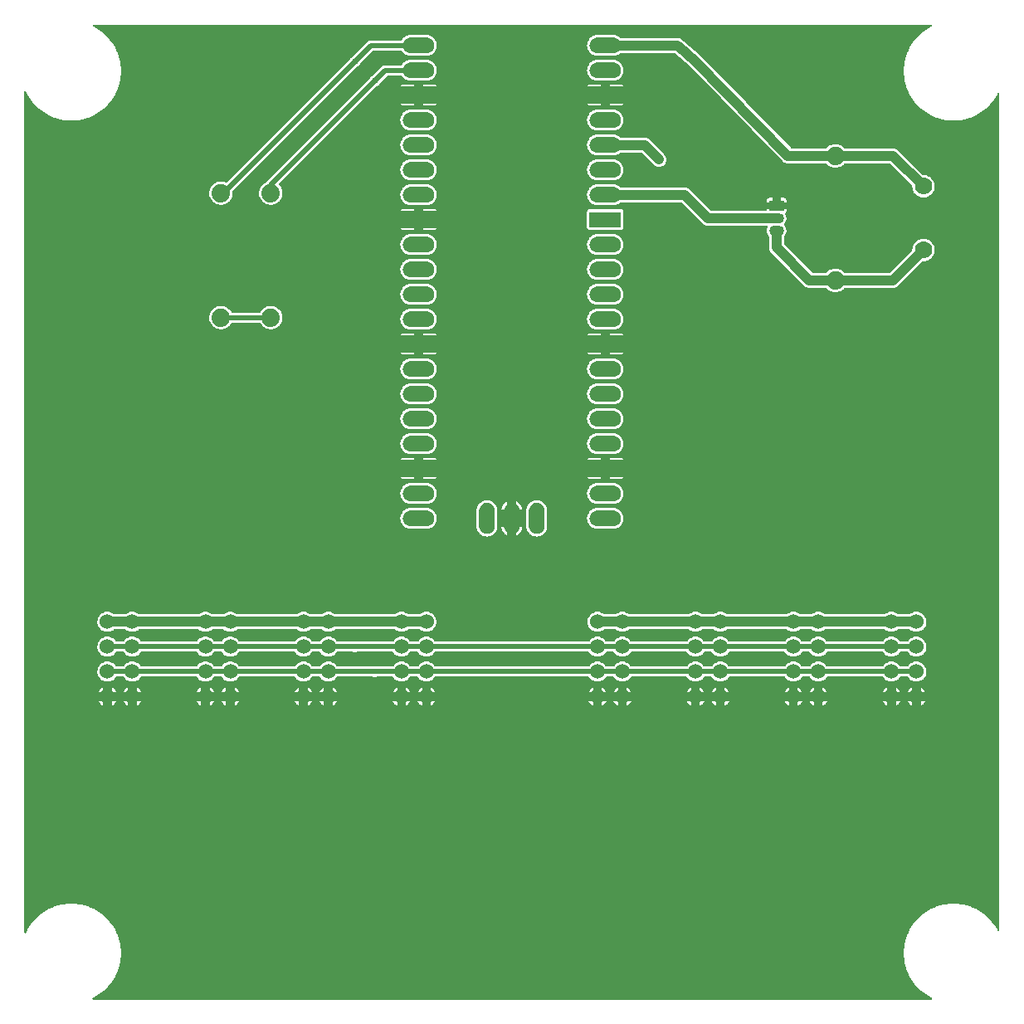
<source format=gtl>
G04 Layer: TopLayer*
G04 EasyEDA v6.5.20, 2023-09-04 03:46:31*
G04 a67cddfb3fce44daa9051d46cbbcc19f,10*
G04 Gerber Generator version 0.2*
G04 Scale: 100 percent, Rotated: No, Reflected: No *
G04 Dimensions in millimeters *
G04 leading zeros omitted , absolute positions ,4 integer and 5 decimal *
%FSLAX45Y45*%
%MOMM*%

%AMMACRO1*4,1,4,-1.5999,-0.8,-1.5999,0.8,1.5999,0.8,1.5999,-0.8,-1.5999,-0.8,0*%
%AMMACRO2*4,1,4,-1.5999,-0.8001,-1.5999,0.8001,1.5999,0.8001,1.5999,-0.8001,-1.5999,-0.8001,0*%
%ADD10C,0.5000*%
%ADD11C,1.0000*%
%ADD12MACRO1*%
%ADD13MACRO2*%
%ADD14C,1.8796*%
%ADD15C,1.7780*%
%ADD16R,1.5000X1.0700*%
%ADD17O,1.499997X1.0700004*%
%ADD18C,1.5240*%
%ADD19C,0.6096*%
%ADD20C,0.6100*%
%ADD21C,0.0149*%

%LPD*%
G36*
X731012Y25908D02*
G01*
X727202Y26670D01*
X723950Y28803D01*
X721715Y32004D01*
X720852Y35864D01*
X721563Y39674D01*
X723595Y43027D01*
X726795Y45313D01*
X730402Y46939D01*
X757834Y61722D01*
X784301Y78130D01*
X809701Y96164D01*
X833932Y115722D01*
X856945Y136702D01*
X878586Y159105D01*
X898855Y182778D01*
X917549Y207670D01*
X934719Y233629D01*
X950264Y260654D01*
X964133Y288544D01*
X976223Y317246D01*
X986485Y346659D01*
X994968Y376631D01*
X1001572Y407060D01*
X1006297Y437845D01*
X1009091Y468884D01*
X1010005Y499973D01*
X1009091Y531114D01*
X1006297Y562152D01*
X1001572Y592937D01*
X994968Y623366D01*
X986485Y653338D01*
X976223Y682752D01*
X964133Y711454D01*
X950264Y739343D01*
X934719Y766368D01*
X917549Y792327D01*
X898855Y817219D01*
X878586Y840892D01*
X856945Y863295D01*
X833932Y884275D01*
X809701Y903833D01*
X784301Y921867D01*
X757834Y938276D01*
X730402Y953058D01*
X702106Y966063D01*
X673049Y977341D01*
X643382Y986790D01*
X613206Y994410D01*
X582574Y1000150D01*
X551637Y1003960D01*
X520547Y1005890D01*
X489407Y1005890D01*
X458317Y1003960D01*
X427431Y1000150D01*
X396798Y994410D01*
X366623Y986790D01*
X336956Y977341D01*
X307898Y966063D01*
X279603Y953058D01*
X252171Y938276D01*
X225704Y921867D01*
X200304Y903833D01*
X176072Y884275D01*
X153060Y863295D01*
X131419Y840892D01*
X111150Y817219D01*
X92405Y792327D01*
X75234Y766368D01*
X59740Y739343D01*
X45872Y711454D01*
X43230Y707085D01*
X39928Y704900D01*
X36017Y704138D01*
X32156Y704951D01*
X28854Y707136D01*
X26670Y710438D01*
X25908Y714298D01*
X25908Y9285681D01*
X26670Y9289542D01*
X28854Y9292844D01*
X32156Y9295028D01*
X36017Y9295841D01*
X39928Y9295079D01*
X43230Y9292894D01*
X45872Y9288526D01*
X59740Y9260636D01*
X75234Y9233611D01*
X92405Y9207652D01*
X111150Y9182760D01*
X131419Y9159087D01*
X153060Y9136684D01*
X176072Y9115704D01*
X200304Y9096146D01*
X225704Y9078112D01*
X252171Y9061704D01*
X279603Y9046921D01*
X307898Y9033916D01*
X336956Y9022638D01*
X366623Y9013190D01*
X396798Y9005570D01*
X427431Y8999829D01*
X458317Y8996019D01*
X489407Y8994089D01*
X520547Y8994089D01*
X551637Y8996019D01*
X582574Y8999829D01*
X613206Y9005570D01*
X643382Y9013190D01*
X673049Y9022638D01*
X702106Y9033916D01*
X730402Y9046921D01*
X757834Y9061704D01*
X784301Y9078112D01*
X809701Y9096146D01*
X833932Y9115704D01*
X856945Y9136684D01*
X878586Y9159087D01*
X898855Y9182760D01*
X917549Y9207652D01*
X934719Y9233611D01*
X950264Y9260636D01*
X964133Y9288526D01*
X976223Y9317228D01*
X986485Y9346641D01*
X994968Y9376613D01*
X1001572Y9407042D01*
X1006297Y9437827D01*
X1009091Y9468866D01*
X1010005Y9499955D01*
X1009091Y9531096D01*
X1006297Y9562134D01*
X1001572Y9592919D01*
X994968Y9623348D01*
X986485Y9653320D01*
X976223Y9682734D01*
X964133Y9711436D01*
X950264Y9739325D01*
X934719Y9766350D01*
X917549Y9792309D01*
X898855Y9817201D01*
X878586Y9840874D01*
X856945Y9863277D01*
X833932Y9884257D01*
X809701Y9903815D01*
X784301Y9921849D01*
X757834Y9938258D01*
X730402Y9953040D01*
X726744Y9954717D01*
X723595Y9957003D01*
X721512Y9960305D01*
X720852Y9964166D01*
X721664Y9967976D01*
X723900Y9971176D01*
X727151Y9973360D01*
X731012Y9974072D01*
X9278975Y9974072D01*
X9282836Y9973360D01*
X9286087Y9971176D01*
X9288322Y9967976D01*
X9289135Y9964166D01*
X9288475Y9960305D01*
X9286392Y9957003D01*
X9283242Y9954717D01*
X9279585Y9953040D01*
X9252153Y9938258D01*
X9225686Y9921849D01*
X9200286Y9903815D01*
X9176054Y9884257D01*
X9153042Y9863277D01*
X9131401Y9840874D01*
X9111132Y9817201D01*
X9092387Y9792309D01*
X9075216Y9766350D01*
X9059722Y9739325D01*
X9045854Y9711436D01*
X9033764Y9682734D01*
X9023451Y9653320D01*
X9015018Y9623348D01*
X9008414Y9592919D01*
X9003690Y9562134D01*
X9000896Y9531096D01*
X8999982Y9500006D01*
X9000896Y9468866D01*
X9003690Y9437827D01*
X9008414Y9407042D01*
X9015018Y9376613D01*
X9023451Y9346641D01*
X9033764Y9317228D01*
X9045854Y9288526D01*
X9059722Y9260636D01*
X9075216Y9233611D01*
X9092387Y9207652D01*
X9111132Y9182760D01*
X9131401Y9159087D01*
X9153042Y9136684D01*
X9176054Y9115704D01*
X9200286Y9096146D01*
X9225686Y9078112D01*
X9252153Y9061704D01*
X9279585Y9046921D01*
X9307880Y9033916D01*
X9336938Y9022638D01*
X9366605Y9013190D01*
X9396780Y9005570D01*
X9427413Y8999829D01*
X9458299Y8996019D01*
X9489389Y8994089D01*
X9520529Y8994089D01*
X9551619Y8996019D01*
X9582556Y8999829D01*
X9613188Y9005570D01*
X9643364Y9013190D01*
X9673031Y9022638D01*
X9702088Y9033916D01*
X9730384Y9046921D01*
X9757816Y9061704D01*
X9784283Y9078112D01*
X9809683Y9096146D01*
X9833914Y9115704D01*
X9856927Y9136684D01*
X9878568Y9159087D01*
X9898837Y9182760D01*
X9917531Y9207652D01*
X9934702Y9233611D01*
X9950246Y9260636D01*
X9954818Y9269831D01*
X9957663Y9273336D01*
X9961727Y9275267D01*
X9966248Y9275216D01*
X9970312Y9273235D01*
X9973106Y9269730D01*
X9974072Y9265310D01*
X9974072Y734669D01*
X9973106Y730250D01*
X9970312Y726744D01*
X9966248Y724763D01*
X9961727Y724712D01*
X9957663Y726643D01*
X9954818Y730148D01*
X9950246Y739343D01*
X9934702Y766368D01*
X9917531Y792327D01*
X9898837Y817219D01*
X9878568Y840892D01*
X9856927Y863295D01*
X9833914Y884275D01*
X9809683Y903833D01*
X9784283Y921867D01*
X9757816Y938276D01*
X9730384Y953058D01*
X9702088Y966063D01*
X9673031Y977341D01*
X9643364Y986790D01*
X9613188Y994410D01*
X9582556Y1000150D01*
X9551619Y1003960D01*
X9520529Y1005890D01*
X9489389Y1005890D01*
X9458299Y1003960D01*
X9427413Y1000150D01*
X9396780Y994410D01*
X9366605Y986790D01*
X9336938Y977341D01*
X9307880Y966063D01*
X9279585Y953058D01*
X9252153Y938276D01*
X9225686Y921867D01*
X9200286Y903833D01*
X9176054Y884275D01*
X9153042Y863295D01*
X9131401Y840892D01*
X9111132Y817219D01*
X9092387Y792327D01*
X9075216Y766368D01*
X9059722Y739343D01*
X9045854Y711454D01*
X9033764Y682752D01*
X9023451Y653338D01*
X9015018Y623366D01*
X9008414Y592937D01*
X9003690Y562152D01*
X9000896Y531114D01*
X8999982Y500024D01*
X9000896Y468884D01*
X9003690Y437845D01*
X9008414Y407060D01*
X9015018Y376631D01*
X9023451Y346659D01*
X9033764Y317246D01*
X9045854Y288544D01*
X9059722Y260654D01*
X9075216Y233629D01*
X9092387Y207670D01*
X9111132Y182778D01*
X9131401Y159105D01*
X9153042Y136702D01*
X9176054Y115722D01*
X9200286Y96164D01*
X9225686Y78130D01*
X9252153Y61722D01*
X9279585Y46939D01*
X9283192Y45313D01*
X9286392Y43027D01*
X9288424Y39674D01*
X9289084Y35864D01*
X9288272Y32004D01*
X9286036Y28803D01*
X9282785Y26670D01*
X9278975Y25908D01*
G37*

%LPC*%
G36*
X5872632Y9403080D02*
G01*
X6032195Y9403080D01*
X6043422Y9403689D01*
X6047130Y9404146D01*
X6056020Y9405772D01*
X6059627Y9406686D01*
X6068263Y9409379D01*
X6071768Y9410700D01*
X6079998Y9414408D01*
X6083300Y9416135D01*
X6091072Y9420809D01*
X6094171Y9422942D01*
X6101283Y9428480D01*
X6104077Y9430969D01*
X6110478Y9437370D01*
X6112967Y9440214D01*
X6118555Y9447326D01*
X6120688Y9450425D01*
X6125362Y9458147D01*
X6127089Y9461449D01*
X6130798Y9469729D01*
X6132068Y9473133D01*
X6134811Y9481769D01*
X6135725Y9485528D01*
X6137351Y9494418D01*
X6137757Y9498076D01*
X6138316Y9507118D01*
X6138316Y9510877D01*
X6137351Y9523526D01*
X6135725Y9532467D01*
X6134811Y9536226D01*
X6130798Y9548266D01*
X6127089Y9556496D01*
X6125362Y9559798D01*
X6120688Y9567519D01*
X6118504Y9570669D01*
X6112916Y9577781D01*
X6110478Y9580575D01*
X6104077Y9586976D01*
X6101283Y9589414D01*
X6094171Y9595002D01*
X6091072Y9597136D01*
X6083300Y9601860D01*
X6079998Y9603587D01*
X6071768Y9607296D01*
X6068263Y9608616D01*
X6059627Y9611309D01*
X6055969Y9612223D01*
X6047079Y9613798D01*
X6043422Y9614255D01*
X6032195Y9614865D01*
X5872784Y9614865D01*
X5861558Y9614255D01*
X5857900Y9613798D01*
X5849010Y9612223D01*
X5845403Y9611309D01*
X5836716Y9608616D01*
X5833160Y9607296D01*
X5824931Y9603587D01*
X5821680Y9601860D01*
X5813907Y9597136D01*
X5810808Y9595002D01*
X5803696Y9589414D01*
X5800902Y9586976D01*
X5794502Y9580575D01*
X5792063Y9577781D01*
X5786475Y9570669D01*
X5784342Y9567570D01*
X5779668Y9559848D01*
X5777890Y9556496D01*
X5774182Y9548266D01*
X5772861Y9544761D01*
X5770168Y9536125D01*
X5769254Y9532467D01*
X5767628Y9523526D01*
X5766663Y9510877D01*
X5766663Y9507118D01*
X5767222Y9498076D01*
X5767628Y9494418D01*
X5769254Y9485528D01*
X5770168Y9481820D01*
X5772861Y9473184D01*
X5774182Y9469729D01*
X5777890Y9461449D01*
X5779668Y9458096D01*
X5784342Y9450374D01*
X5786424Y9447326D01*
X5792012Y9440214D01*
X5794502Y9437370D01*
X5800902Y9430969D01*
X5803696Y9428480D01*
X5810808Y9422942D01*
X5813907Y9420809D01*
X5821680Y9416135D01*
X5824931Y9414408D01*
X5833160Y9410700D01*
X5836716Y9409328D01*
X5845403Y9406636D01*
X5848959Y9405772D01*
X5857849Y9404146D01*
X5861608Y9403689D01*
G37*
G36*
X6917436Y3027222D02*
G01*
X6925005Y3031032D01*
X6936231Y3038754D01*
X6946392Y3047898D01*
X6955180Y3058312D01*
X6962495Y3069793D01*
X6964629Y3074416D01*
X6917436Y3074416D01*
G37*
G36*
X4171442Y3027222D02*
G01*
X4179011Y3031032D01*
X4190237Y3038754D01*
X4200398Y3047898D01*
X4209186Y3058312D01*
X4216501Y3069793D01*
X4218635Y3074416D01*
X4171442Y3074416D01*
G37*
G36*
X7082536Y3027222D02*
G01*
X7082536Y3074416D01*
X7035342Y3074416D01*
X7037476Y3069793D01*
X7044791Y3058312D01*
X7053580Y3047898D01*
X7063740Y3038754D01*
X7074966Y3031032D01*
G37*
G36*
X7171436Y3027222D02*
G01*
X7179005Y3031032D01*
X7190231Y3038754D01*
X7200392Y3047898D01*
X7209180Y3058312D01*
X7216495Y3069793D01*
X7218629Y3074416D01*
X7171436Y3074416D01*
G37*
G36*
X6828536Y3027222D02*
G01*
X6828536Y3074416D01*
X6781342Y3074416D01*
X6783476Y3069793D01*
X6790791Y3058312D01*
X6799580Y3047898D01*
X6809740Y3038754D01*
X6820966Y3031032D01*
G37*
G36*
X4082542Y3027222D02*
G01*
X4082542Y3074416D01*
X4035348Y3074416D01*
X4037482Y3069793D01*
X4044797Y3058312D01*
X4053586Y3047898D01*
X4063746Y3038754D01*
X4074972Y3031032D01*
G37*
G36*
X8917432Y3027222D02*
G01*
X8925001Y3031032D01*
X8936228Y3038754D01*
X8946388Y3047898D01*
X8955176Y3058312D01*
X8962491Y3069793D01*
X8964625Y3074416D01*
X8917432Y3074416D01*
G37*
G36*
X3917442Y3027222D02*
G01*
X3925011Y3031032D01*
X3936237Y3038754D01*
X3946398Y3047898D01*
X3955186Y3058312D01*
X3962501Y3069793D01*
X3964635Y3074416D01*
X3917442Y3074416D01*
G37*
G36*
X2082546Y3027222D02*
G01*
X2082546Y3074416D01*
X2035352Y3074416D01*
X2037486Y3069793D01*
X2044801Y3058312D01*
X2053589Y3047898D01*
X2063750Y3038754D01*
X2074976Y3031032D01*
G37*
G36*
X3828542Y3027222D02*
G01*
X3828542Y3074416D01*
X3781348Y3074416D01*
X3783482Y3069793D01*
X3790797Y3058312D01*
X3799586Y3047898D01*
X3809746Y3038754D01*
X3820972Y3031032D01*
G37*
G36*
X9082532Y3027222D02*
G01*
X9082532Y3074416D01*
X9035338Y3074416D01*
X9037472Y3069793D01*
X9044787Y3058312D01*
X9053576Y3047898D01*
X9063736Y3038754D01*
X9074962Y3031032D01*
G37*
G36*
X8828532Y3027222D02*
G01*
X8828532Y3074416D01*
X8781338Y3074416D01*
X8783472Y3069793D01*
X8790787Y3058312D01*
X8799576Y3047898D01*
X8809736Y3038754D01*
X8820962Y3031032D01*
G37*
G36*
X9171432Y3027222D02*
G01*
X9179001Y3031032D01*
X9190228Y3038754D01*
X9200388Y3047898D01*
X9209176Y3058312D01*
X9216491Y3069793D01*
X9218625Y3074416D01*
X9171432Y3074416D01*
G37*
G36*
X1082548Y3027222D02*
G01*
X1082548Y3074416D01*
X1035354Y3074416D01*
X1037488Y3069793D01*
X1044803Y3058312D01*
X1053592Y3047898D01*
X1063752Y3038754D01*
X1074978Y3031032D01*
G37*
G36*
X1828546Y3027222D02*
G01*
X1828546Y3074416D01*
X1781352Y3074416D01*
X1783486Y3069793D01*
X1790801Y3058312D01*
X1799589Y3047898D01*
X1809750Y3038754D01*
X1820976Y3031032D01*
G37*
G36*
X917448Y3027222D02*
G01*
X925017Y3031032D01*
X936244Y3038754D01*
X946403Y3047898D01*
X955192Y3058312D01*
X962507Y3069793D01*
X964641Y3074416D01*
X917448Y3074416D01*
G37*
G36*
X1171448Y3027222D02*
G01*
X1179017Y3031032D01*
X1190244Y3038754D01*
X1200404Y3047898D01*
X1209192Y3058312D01*
X1216507Y3069793D01*
X1218641Y3074416D01*
X1171448Y3074416D01*
G37*
G36*
X828548Y3027222D02*
G01*
X828548Y3074416D01*
X781354Y3074416D01*
X783488Y3069793D01*
X790803Y3058312D01*
X799592Y3047898D01*
X809752Y3038754D01*
X820978Y3031032D01*
G37*
G36*
X1917446Y3027222D02*
G01*
X1925015Y3031032D01*
X1936242Y3038754D01*
X1946402Y3047898D01*
X1955190Y3058312D01*
X1962505Y3069793D01*
X1964639Y3074416D01*
X1917446Y3074416D01*
G37*
G36*
X2828544Y3027222D02*
G01*
X2828544Y3074416D01*
X2781350Y3074416D01*
X2783484Y3069793D01*
X2790799Y3058312D01*
X2799588Y3047898D01*
X2809748Y3038754D01*
X2820974Y3031032D01*
G37*
G36*
X5917438Y3027222D02*
G01*
X5925007Y3031032D01*
X5936234Y3038754D01*
X5946394Y3047898D01*
X5955182Y3058312D01*
X5962497Y3069793D01*
X5964631Y3074416D01*
X5917438Y3074416D01*
G37*
G36*
X6082538Y3027222D02*
G01*
X6082538Y3074416D01*
X6035344Y3074416D01*
X6037478Y3069793D01*
X6044793Y3058312D01*
X6053582Y3047898D01*
X6063742Y3038754D01*
X6074968Y3031032D01*
G37*
G36*
X5828538Y3027222D02*
G01*
X5828538Y3074416D01*
X5781344Y3074416D01*
X5783478Y3069793D01*
X5790793Y3058312D01*
X5799582Y3047898D01*
X5809742Y3038754D01*
X5820968Y3031032D01*
G37*
G36*
X3082544Y3027222D02*
G01*
X3082544Y3074416D01*
X3035350Y3074416D01*
X3037484Y3069793D01*
X3044799Y3058312D01*
X3053588Y3047898D01*
X3063748Y3038754D01*
X3074974Y3031032D01*
G37*
G36*
X7917434Y3027222D02*
G01*
X7925003Y3031032D01*
X7936230Y3038754D01*
X7946390Y3047898D01*
X7955178Y3058312D01*
X7962493Y3069793D01*
X7964627Y3074416D01*
X7917434Y3074416D01*
G37*
G36*
X3171444Y3027222D02*
G01*
X3179013Y3031032D01*
X3190240Y3038754D01*
X3200400Y3047898D01*
X3209188Y3058312D01*
X3216503Y3069793D01*
X3218637Y3074416D01*
X3171444Y3074416D01*
G37*
G36*
X8082534Y3027222D02*
G01*
X8082534Y3074416D01*
X8035340Y3074416D01*
X8037474Y3069793D01*
X8044789Y3058312D01*
X8053578Y3047898D01*
X8063738Y3038754D01*
X8074964Y3031032D01*
G37*
G36*
X6171438Y3027222D02*
G01*
X6179007Y3031032D01*
X6190234Y3038754D01*
X6200394Y3047898D01*
X6209182Y3058312D01*
X6216497Y3069793D01*
X6218631Y3074416D01*
X6171438Y3074416D01*
G37*
G36*
X7828534Y3027222D02*
G01*
X7828534Y3074416D01*
X7781340Y3074416D01*
X7783474Y3069793D01*
X7790789Y3058312D01*
X7799578Y3047898D01*
X7809738Y3038754D01*
X7820964Y3031032D01*
G37*
G36*
X2917444Y3027222D02*
G01*
X2925013Y3031032D01*
X2936240Y3038754D01*
X2946400Y3047898D01*
X2955188Y3058312D01*
X2962503Y3069793D01*
X2964637Y3074416D01*
X2917444Y3074416D01*
G37*
G36*
X8171434Y3027222D02*
G01*
X8179003Y3031032D01*
X8190230Y3038754D01*
X8200390Y3047898D01*
X8209178Y3058312D01*
X8216493Y3069793D01*
X8218627Y3074416D01*
X8171434Y3074416D01*
G37*
G36*
X6781190Y3163316D02*
G01*
X6828536Y3163316D01*
X6828536Y3210661D01*
X6826961Y3210001D01*
X6815226Y3203041D01*
X6804507Y3194558D01*
X6795008Y3184753D01*
X6786930Y3173780D01*
G37*
G36*
X3781196Y3163316D02*
G01*
X3828542Y3163316D01*
X3828542Y3210661D01*
X3826967Y3210001D01*
X3815232Y3203041D01*
X3804513Y3194558D01*
X3795014Y3184753D01*
X3786936Y3173780D01*
G37*
G36*
X3917442Y3163316D02*
G01*
X3964787Y3163316D01*
X3959047Y3173780D01*
X3950970Y3184753D01*
X3941470Y3194558D01*
X3930751Y3203041D01*
X3919016Y3210001D01*
X3917442Y3210661D01*
G37*
G36*
X6917436Y3163316D02*
G01*
X6964781Y3163316D01*
X6959041Y3173780D01*
X6950964Y3184753D01*
X6941464Y3194558D01*
X6930745Y3203041D01*
X6919010Y3210001D01*
X6917436Y3210661D01*
G37*
G36*
X4035196Y3163316D02*
G01*
X4082542Y3163316D01*
X4082542Y3210661D01*
X4080967Y3210001D01*
X4069232Y3203041D01*
X4058513Y3194558D01*
X4049014Y3184753D01*
X4040936Y3173780D01*
G37*
G36*
X4171442Y3163316D02*
G01*
X4218787Y3163316D01*
X4213047Y3173780D01*
X4204970Y3184753D01*
X4195470Y3194558D01*
X4184751Y3203041D01*
X4173016Y3210001D01*
X4171442Y3210661D01*
G37*
G36*
X2171446Y3163316D02*
G01*
X2218791Y3163316D01*
X2213051Y3173780D01*
X2204974Y3184753D01*
X2195474Y3194558D01*
X2184755Y3203041D01*
X2173020Y3210001D01*
X2171446Y3210661D01*
G37*
G36*
X2035200Y3163316D02*
G01*
X2082546Y3163316D01*
X2082546Y3210661D01*
X2080971Y3210001D01*
X2069236Y3203041D01*
X2058517Y3194558D01*
X2049018Y3184753D01*
X2040940Y3173780D01*
G37*
G36*
X7035190Y3163316D02*
G01*
X7082536Y3163316D01*
X7082536Y3210661D01*
X7080961Y3210001D01*
X7069226Y3203041D01*
X7058507Y3194558D01*
X7049008Y3184753D01*
X7040930Y3173780D01*
G37*
G36*
X8917432Y3163316D02*
G01*
X8964777Y3163316D01*
X8959037Y3173780D01*
X8950960Y3184753D01*
X8941460Y3194558D01*
X8930741Y3203041D01*
X8919006Y3210001D01*
X8917432Y3210661D01*
G37*
G36*
X7171436Y3163316D02*
G01*
X7218781Y3163316D01*
X7213041Y3173780D01*
X7204964Y3184753D01*
X7195464Y3194558D01*
X7184745Y3203041D01*
X7173010Y3210001D01*
X7171436Y3210661D01*
G37*
G36*
X9035186Y3163316D02*
G01*
X9082532Y3163316D01*
X9082532Y3210661D01*
X9080957Y3210001D01*
X9069222Y3203041D01*
X9058503Y3194558D01*
X9049004Y3184753D01*
X9040926Y3173780D01*
G37*
G36*
X8781186Y3163316D02*
G01*
X8828532Y3163316D01*
X8828532Y3210661D01*
X8826957Y3210001D01*
X8815222Y3203041D01*
X8804503Y3194558D01*
X8795004Y3184753D01*
X8786926Y3173780D01*
G37*
G36*
X9171432Y3163316D02*
G01*
X9218777Y3163316D01*
X9213037Y3173780D01*
X9204960Y3184753D01*
X9195460Y3194558D01*
X9184741Y3203041D01*
X9173006Y3210001D01*
X9171432Y3210661D01*
G37*
G36*
X1781200Y3163316D02*
G01*
X1828546Y3163316D01*
X1828546Y3210661D01*
X1826971Y3210001D01*
X1815236Y3203041D01*
X1804517Y3194558D01*
X1795018Y3184753D01*
X1786940Y3173780D01*
G37*
G36*
X1035202Y3163316D02*
G01*
X1082548Y3163316D01*
X1082548Y3210661D01*
X1080973Y3210001D01*
X1069238Y3203041D01*
X1058519Y3194558D01*
X1049020Y3184753D01*
X1040942Y3173780D01*
G37*
G36*
X917448Y3163316D02*
G01*
X964793Y3163316D01*
X959053Y3173780D01*
X950976Y3184753D01*
X941476Y3194558D01*
X930757Y3203041D01*
X919022Y3210001D01*
X917448Y3210661D01*
G37*
G36*
X1171448Y3163316D02*
G01*
X1218793Y3163316D01*
X1213053Y3173780D01*
X1204976Y3184753D01*
X1195476Y3194558D01*
X1184757Y3203041D01*
X1173022Y3210001D01*
X1171448Y3210661D01*
G37*
G36*
X781202Y3163316D02*
G01*
X828548Y3163316D01*
X828548Y3210661D01*
X826973Y3210001D01*
X815238Y3203041D01*
X804519Y3194558D01*
X795020Y3184753D01*
X786942Y3173780D01*
G37*
G36*
X1917446Y3163316D02*
G01*
X1964791Y3163316D01*
X1959051Y3173780D01*
X1950974Y3184753D01*
X1941474Y3194558D01*
X1930755Y3203041D01*
X1919020Y3210001D01*
X1917446Y3210661D01*
G37*
G36*
X3035198Y3163316D02*
G01*
X3082544Y3163316D01*
X3082544Y3210661D01*
X3080969Y3210001D01*
X3069234Y3203041D01*
X3058515Y3194558D01*
X3049016Y3184753D01*
X3040938Y3173780D01*
G37*
G36*
X3171444Y3163316D02*
G01*
X3218789Y3163316D01*
X3213049Y3173780D01*
X3204972Y3184753D01*
X3195472Y3194558D01*
X3184753Y3203041D01*
X3173018Y3210001D01*
X3171444Y3210661D01*
G37*
G36*
X2917444Y3163316D02*
G01*
X2964789Y3163316D01*
X2959049Y3173780D01*
X2950972Y3184753D01*
X2941472Y3194558D01*
X2930753Y3203041D01*
X2919018Y3210001D01*
X2917444Y3210661D01*
G37*
G36*
X2781198Y3163316D02*
G01*
X2828544Y3163316D01*
X2828544Y3210661D01*
X2826969Y3210001D01*
X2815234Y3203041D01*
X2804515Y3194558D01*
X2795016Y3184753D01*
X2786938Y3173780D01*
G37*
G36*
X6171438Y3163316D02*
G01*
X6218783Y3163316D01*
X6213043Y3173780D01*
X6204966Y3184753D01*
X6195466Y3194558D01*
X6184747Y3203041D01*
X6173012Y3210001D01*
X6171438Y3210661D01*
G37*
G36*
X6035192Y3163316D02*
G01*
X6082538Y3163316D01*
X6082538Y3210661D01*
X6080963Y3210001D01*
X6069228Y3203041D01*
X6058509Y3194558D01*
X6049010Y3184753D01*
X6040932Y3173780D01*
G37*
G36*
X7781188Y3163316D02*
G01*
X7828534Y3163316D01*
X7828534Y3210661D01*
X7826959Y3210001D01*
X7815224Y3203041D01*
X7804505Y3194558D01*
X7795006Y3184753D01*
X7786928Y3173780D01*
G37*
G36*
X8171434Y3163316D02*
G01*
X8218779Y3163316D01*
X8213039Y3173780D01*
X8204962Y3184753D01*
X8195462Y3194558D01*
X8184743Y3203041D01*
X8173008Y3210001D01*
X8171434Y3210661D01*
G37*
G36*
X5917438Y3163316D02*
G01*
X5964783Y3163316D01*
X5959043Y3173780D01*
X5950966Y3184753D01*
X5941466Y3194558D01*
X5930747Y3203041D01*
X5919012Y3210001D01*
X5917438Y3210661D01*
G37*
G36*
X7917434Y3163316D02*
G01*
X7964779Y3163316D01*
X7959039Y3173780D01*
X7950962Y3184753D01*
X7941462Y3194558D01*
X7930743Y3203041D01*
X7919008Y3210001D01*
X7917434Y3210661D01*
G37*
G36*
X5781192Y3163316D02*
G01*
X5828538Y3163316D01*
X5828538Y3210661D01*
X5826963Y3210001D01*
X5815228Y3203041D01*
X5804509Y3194558D01*
X5795010Y3184753D01*
X5786932Y3173780D01*
G37*
G36*
X8035188Y3163316D02*
G01*
X8082534Y3163316D01*
X8082534Y3210661D01*
X8080959Y3210001D01*
X8069224Y3203041D01*
X8058505Y3194558D01*
X8049006Y3184753D01*
X8040928Y3173780D01*
G37*
G36*
X872998Y3270758D02*
G01*
X886612Y3271672D01*
X899972Y3274415D01*
X912876Y3278886D01*
X925017Y3285032D01*
X936244Y3292754D01*
X946403Y3301898D01*
X955192Y3312312D01*
X958342Y3317240D01*
X960628Y3319779D01*
X963574Y3321405D01*
X966927Y3321964D01*
X1033068Y3321964D01*
X1036421Y3321405D01*
X1039368Y3319779D01*
X1041653Y3317240D01*
X1044803Y3312312D01*
X1053592Y3301898D01*
X1063752Y3292754D01*
X1074978Y3285032D01*
X1087120Y3278886D01*
X1100023Y3274415D01*
X1113383Y3271672D01*
X1126998Y3270758D01*
X1140612Y3271672D01*
X1153972Y3274415D01*
X1166876Y3278886D01*
X1179017Y3285032D01*
X1190244Y3292754D01*
X1200404Y3301898D01*
X1209192Y3312312D01*
X1212342Y3317240D01*
X1214628Y3319779D01*
X1217574Y3321405D01*
X1220927Y3321964D01*
X1779066Y3321964D01*
X1782419Y3321405D01*
X1785366Y3319779D01*
X1787652Y3317240D01*
X1790801Y3312312D01*
X1799589Y3301898D01*
X1809750Y3292754D01*
X1820976Y3285032D01*
X1833118Y3278886D01*
X1846021Y3274415D01*
X1859381Y3271672D01*
X1872996Y3270758D01*
X1886610Y3271672D01*
X1899970Y3274415D01*
X1912874Y3278886D01*
X1925015Y3285032D01*
X1936242Y3292754D01*
X1946402Y3301898D01*
X1955190Y3312312D01*
X1958339Y3317240D01*
X1960625Y3319779D01*
X1963572Y3321405D01*
X1966925Y3321964D01*
X2033066Y3321964D01*
X2036419Y3321405D01*
X2039366Y3319779D01*
X2041652Y3317240D01*
X2044801Y3312312D01*
X2053589Y3301898D01*
X2063750Y3292754D01*
X2074976Y3285032D01*
X2087118Y3278886D01*
X2100021Y3274415D01*
X2113381Y3271672D01*
X2126996Y3270758D01*
X2140610Y3271672D01*
X2153970Y3274415D01*
X2166874Y3278886D01*
X2179015Y3285032D01*
X2190242Y3292754D01*
X2200402Y3301898D01*
X2209190Y3312312D01*
X2212340Y3317240D01*
X2214626Y3319779D01*
X2217572Y3321405D01*
X2220925Y3321964D01*
X2779064Y3321964D01*
X2782417Y3321405D01*
X2785364Y3319779D01*
X2787650Y3317240D01*
X2790799Y3312312D01*
X2799588Y3301898D01*
X2809748Y3292754D01*
X2820974Y3285032D01*
X2833116Y3278886D01*
X2846019Y3274415D01*
X2859379Y3271672D01*
X2872994Y3270758D01*
X2886608Y3271672D01*
X2899968Y3274415D01*
X2912872Y3278886D01*
X2925013Y3285032D01*
X2936240Y3292754D01*
X2946400Y3301898D01*
X2955188Y3312312D01*
X2958338Y3317240D01*
X2960624Y3319779D01*
X2963570Y3321405D01*
X2966923Y3321964D01*
X3033064Y3321964D01*
X3036417Y3321405D01*
X3039364Y3319779D01*
X3041650Y3317240D01*
X3044799Y3312312D01*
X3053588Y3301898D01*
X3063748Y3292754D01*
X3074974Y3285032D01*
X3087116Y3278886D01*
X3100019Y3274415D01*
X3113379Y3271672D01*
X3126994Y3270758D01*
X3140608Y3271672D01*
X3153968Y3274415D01*
X3166872Y3278886D01*
X3179013Y3285032D01*
X3190240Y3292754D01*
X3200400Y3301898D01*
X3209188Y3312312D01*
X3212338Y3317240D01*
X3214624Y3319779D01*
X3217570Y3321405D01*
X3220923Y3321964D01*
X3574338Y3321964D01*
X3578656Y3320999D01*
X3580739Y3320034D01*
X3590188Y3317494D01*
X3599992Y3316630D01*
X3609797Y3317494D01*
X3619246Y3320034D01*
X3621328Y3320999D01*
X3625646Y3321964D01*
X3779062Y3321964D01*
X3782415Y3321405D01*
X3785362Y3319779D01*
X3787648Y3317240D01*
X3790797Y3312312D01*
X3799586Y3301898D01*
X3809746Y3292754D01*
X3820972Y3285032D01*
X3833114Y3278886D01*
X3846017Y3274415D01*
X3859377Y3271672D01*
X3872992Y3270758D01*
X3886606Y3271672D01*
X3899966Y3274415D01*
X3912870Y3278886D01*
X3925011Y3285032D01*
X3936237Y3292754D01*
X3946398Y3301898D01*
X3955186Y3312312D01*
X3958336Y3317240D01*
X3960622Y3319779D01*
X3963568Y3321405D01*
X3966921Y3321964D01*
X4033062Y3321964D01*
X4036415Y3321405D01*
X4039362Y3319779D01*
X4041648Y3317240D01*
X4044797Y3312312D01*
X4053586Y3301898D01*
X4063746Y3292754D01*
X4074972Y3285032D01*
X4087114Y3278886D01*
X4100017Y3274415D01*
X4113377Y3271672D01*
X4126992Y3270758D01*
X4140606Y3271672D01*
X4153966Y3274415D01*
X4166870Y3278886D01*
X4179011Y3285032D01*
X4190237Y3292754D01*
X4200398Y3301898D01*
X4209186Y3312312D01*
X4212336Y3317240D01*
X4214622Y3319779D01*
X4217568Y3321405D01*
X4220921Y3321964D01*
X5779058Y3321964D01*
X5782411Y3321405D01*
X5785358Y3319779D01*
X5787644Y3317240D01*
X5790793Y3312312D01*
X5799582Y3301898D01*
X5809742Y3292754D01*
X5820968Y3285032D01*
X5833110Y3278886D01*
X5846013Y3274415D01*
X5859373Y3271672D01*
X5872988Y3270758D01*
X5886602Y3271672D01*
X5899962Y3274415D01*
X5912866Y3278886D01*
X5925007Y3285032D01*
X5936234Y3292754D01*
X5946394Y3301898D01*
X5955182Y3312312D01*
X5958332Y3317240D01*
X5960618Y3319779D01*
X5963564Y3321405D01*
X5966917Y3321964D01*
X6033058Y3321964D01*
X6036411Y3321405D01*
X6039358Y3319779D01*
X6041644Y3317240D01*
X6044793Y3312312D01*
X6053582Y3301898D01*
X6063742Y3292754D01*
X6074968Y3285032D01*
X6087110Y3278886D01*
X6100013Y3274415D01*
X6113373Y3271672D01*
X6126988Y3270758D01*
X6140602Y3271672D01*
X6153962Y3274415D01*
X6166866Y3278886D01*
X6179007Y3285032D01*
X6190234Y3292754D01*
X6200394Y3301898D01*
X6209182Y3312312D01*
X6212332Y3317240D01*
X6214618Y3319779D01*
X6217564Y3321405D01*
X6220917Y3321964D01*
X6779056Y3321964D01*
X6782409Y3321405D01*
X6785356Y3319779D01*
X6787642Y3317240D01*
X6790791Y3312312D01*
X6799580Y3301898D01*
X6809740Y3292754D01*
X6820966Y3285032D01*
X6833108Y3278886D01*
X6846011Y3274415D01*
X6859371Y3271672D01*
X6872986Y3270758D01*
X6886600Y3271672D01*
X6899960Y3274415D01*
X6912864Y3278886D01*
X6925005Y3285032D01*
X6936231Y3292754D01*
X6946392Y3301898D01*
X6955180Y3312312D01*
X6958330Y3317240D01*
X6960616Y3319779D01*
X6963562Y3321405D01*
X6966915Y3321964D01*
X7033056Y3321964D01*
X7036409Y3321405D01*
X7039356Y3319779D01*
X7041642Y3317240D01*
X7044791Y3312312D01*
X7053580Y3301898D01*
X7063740Y3292754D01*
X7074966Y3285032D01*
X7087108Y3278886D01*
X7100011Y3274415D01*
X7113371Y3271672D01*
X7126986Y3270758D01*
X7140600Y3271672D01*
X7153960Y3274415D01*
X7166864Y3278886D01*
X7179005Y3285032D01*
X7190231Y3292754D01*
X7200392Y3301898D01*
X7209180Y3312312D01*
X7212330Y3317240D01*
X7214616Y3319779D01*
X7217562Y3321405D01*
X7220915Y3321964D01*
X7779054Y3321964D01*
X7782407Y3321405D01*
X7785353Y3319779D01*
X7787640Y3317240D01*
X7790789Y3312312D01*
X7799578Y3301898D01*
X7809738Y3292754D01*
X7820964Y3285032D01*
X7833106Y3278886D01*
X7846009Y3274415D01*
X7859369Y3271672D01*
X7872984Y3270758D01*
X7886598Y3271672D01*
X7899958Y3274415D01*
X7912862Y3278886D01*
X7925003Y3285032D01*
X7936230Y3292754D01*
X7946390Y3301898D01*
X7955178Y3312312D01*
X7958328Y3317240D01*
X7960614Y3319779D01*
X7963560Y3321405D01*
X7966913Y3321964D01*
X8033054Y3321964D01*
X8036407Y3321405D01*
X8039353Y3319779D01*
X8041640Y3317240D01*
X8044789Y3312312D01*
X8053578Y3301898D01*
X8063738Y3292754D01*
X8074964Y3285032D01*
X8087106Y3278886D01*
X8100009Y3274415D01*
X8113369Y3271672D01*
X8126984Y3270758D01*
X8140598Y3271672D01*
X8153958Y3274415D01*
X8166862Y3278886D01*
X8179003Y3285032D01*
X8190230Y3292754D01*
X8200390Y3301898D01*
X8209178Y3312312D01*
X8212328Y3317240D01*
X8214614Y3319779D01*
X8217560Y3321405D01*
X8220913Y3321964D01*
X8779052Y3321964D01*
X8782405Y3321405D01*
X8785352Y3319779D01*
X8787638Y3317240D01*
X8790787Y3312312D01*
X8799576Y3301898D01*
X8809736Y3292754D01*
X8820962Y3285032D01*
X8833104Y3278886D01*
X8846007Y3274415D01*
X8859367Y3271672D01*
X8872982Y3270758D01*
X8886596Y3271672D01*
X8899956Y3274415D01*
X8912860Y3278886D01*
X8925001Y3285032D01*
X8936228Y3292754D01*
X8946388Y3301898D01*
X8955176Y3312312D01*
X8958326Y3317240D01*
X8960612Y3319779D01*
X8963558Y3321405D01*
X8966911Y3321964D01*
X9033052Y3321964D01*
X9036405Y3321405D01*
X9039352Y3319779D01*
X9041638Y3317240D01*
X9044787Y3312312D01*
X9053576Y3301898D01*
X9063736Y3292754D01*
X9074962Y3285032D01*
X9087104Y3278886D01*
X9100007Y3274415D01*
X9113367Y3271672D01*
X9126982Y3270758D01*
X9140596Y3271672D01*
X9153956Y3274415D01*
X9166860Y3278886D01*
X9179001Y3285032D01*
X9190228Y3292754D01*
X9200388Y3301898D01*
X9209176Y3312312D01*
X9216491Y3323793D01*
X9222232Y3336188D01*
X9226296Y3349193D01*
X9228531Y3362655D01*
X9228988Y3376269D01*
X9227667Y3389833D01*
X9224467Y3403092D01*
X9219590Y3415842D01*
X9213037Y3427780D01*
X9204960Y3438753D01*
X9195460Y3448558D01*
X9184741Y3457041D01*
X9173006Y3464001D01*
X9160459Y3469284D01*
X9147302Y3472891D01*
X9133789Y3474720D01*
X9120174Y3474720D01*
X9106662Y3472891D01*
X9093504Y3469284D01*
X9080957Y3464001D01*
X9069222Y3457041D01*
X9058503Y3448558D01*
X9049004Y3438753D01*
X9041028Y3427882D01*
X9038793Y3425698D01*
X9035948Y3424275D01*
X9032849Y3423767D01*
X8967114Y3423767D01*
X8964015Y3424275D01*
X8961170Y3425698D01*
X8958935Y3427882D01*
X8950960Y3438753D01*
X8941460Y3448558D01*
X8930741Y3457041D01*
X8919006Y3464001D01*
X8906459Y3469284D01*
X8893302Y3472891D01*
X8879789Y3474720D01*
X8866174Y3474720D01*
X8852662Y3472891D01*
X8839504Y3469284D01*
X8826957Y3464001D01*
X8815222Y3457041D01*
X8804503Y3448558D01*
X8795004Y3438753D01*
X8787028Y3427882D01*
X8784793Y3425698D01*
X8781948Y3424275D01*
X8778849Y3423767D01*
X8221116Y3423767D01*
X8218017Y3424275D01*
X8215172Y3425698D01*
X8212937Y3427882D01*
X8204962Y3438753D01*
X8195462Y3448558D01*
X8184743Y3457041D01*
X8173008Y3464001D01*
X8160461Y3469284D01*
X8147303Y3472891D01*
X8133791Y3474720D01*
X8120176Y3474720D01*
X8106664Y3472891D01*
X8093506Y3469284D01*
X8080959Y3464001D01*
X8069224Y3457041D01*
X8058505Y3448558D01*
X8049006Y3438753D01*
X8041030Y3427882D01*
X8038795Y3425698D01*
X8035950Y3424275D01*
X8032851Y3423767D01*
X7967116Y3423767D01*
X7964017Y3424275D01*
X7961172Y3425698D01*
X7958937Y3427882D01*
X7950962Y3438753D01*
X7941462Y3448558D01*
X7930743Y3457041D01*
X7919008Y3464001D01*
X7906461Y3469284D01*
X7893303Y3472891D01*
X7879791Y3474720D01*
X7866176Y3474720D01*
X7852664Y3472891D01*
X7839506Y3469284D01*
X7826959Y3464001D01*
X7815224Y3457041D01*
X7804505Y3448558D01*
X7795006Y3438753D01*
X7787030Y3427882D01*
X7784795Y3425698D01*
X7781950Y3424275D01*
X7778851Y3423767D01*
X7221118Y3423767D01*
X7218019Y3424275D01*
X7215174Y3425698D01*
X7212939Y3427882D01*
X7204964Y3438753D01*
X7195464Y3448558D01*
X7184745Y3457041D01*
X7173010Y3464001D01*
X7160463Y3469284D01*
X7147306Y3472891D01*
X7133793Y3474720D01*
X7120178Y3474720D01*
X7106666Y3472891D01*
X7093508Y3469284D01*
X7080961Y3464001D01*
X7069226Y3457041D01*
X7058507Y3448558D01*
X7049008Y3438753D01*
X7041032Y3427882D01*
X7038797Y3425698D01*
X7035952Y3424275D01*
X7032853Y3423767D01*
X6967118Y3423767D01*
X6964019Y3424275D01*
X6961174Y3425698D01*
X6958939Y3427882D01*
X6950964Y3438753D01*
X6941464Y3448558D01*
X6930745Y3457041D01*
X6919010Y3464001D01*
X6906463Y3469284D01*
X6893306Y3472891D01*
X6879793Y3474720D01*
X6866178Y3474720D01*
X6852666Y3472891D01*
X6839508Y3469284D01*
X6826961Y3464001D01*
X6815226Y3457041D01*
X6804507Y3448558D01*
X6795008Y3438753D01*
X6787032Y3427882D01*
X6784797Y3425698D01*
X6781952Y3424275D01*
X6778853Y3423767D01*
X6221120Y3423767D01*
X6218021Y3424275D01*
X6215176Y3425698D01*
X6212941Y3427882D01*
X6204966Y3438753D01*
X6195466Y3448558D01*
X6184747Y3457041D01*
X6173012Y3464001D01*
X6160465Y3469284D01*
X6147308Y3472891D01*
X6133795Y3474720D01*
X6120180Y3474720D01*
X6106668Y3472891D01*
X6093510Y3469284D01*
X6080963Y3464001D01*
X6069228Y3457041D01*
X6058509Y3448558D01*
X6049010Y3438753D01*
X6041034Y3427882D01*
X6038799Y3425698D01*
X6035954Y3424275D01*
X6032855Y3423767D01*
X5967120Y3423767D01*
X5964021Y3424275D01*
X5961176Y3425698D01*
X5958941Y3427882D01*
X5950966Y3438753D01*
X5941466Y3448558D01*
X5930747Y3457041D01*
X5919012Y3464001D01*
X5906465Y3469284D01*
X5893308Y3472891D01*
X5879795Y3474720D01*
X5866180Y3474720D01*
X5852668Y3472891D01*
X5839510Y3469284D01*
X5826963Y3464001D01*
X5815228Y3457041D01*
X5804509Y3448558D01*
X5795010Y3438753D01*
X5787034Y3427882D01*
X5784799Y3425698D01*
X5781954Y3424275D01*
X5778855Y3423767D01*
X4221124Y3423767D01*
X4218025Y3424275D01*
X4215180Y3425698D01*
X4212945Y3427882D01*
X4204970Y3438753D01*
X4195470Y3448558D01*
X4184751Y3457041D01*
X4173016Y3464001D01*
X4160469Y3469284D01*
X4147312Y3472891D01*
X4133799Y3474720D01*
X4120184Y3474720D01*
X4106672Y3472891D01*
X4093514Y3469284D01*
X4080967Y3464001D01*
X4069232Y3457041D01*
X4058513Y3448558D01*
X4049014Y3438753D01*
X4041038Y3427882D01*
X4038803Y3425698D01*
X4035958Y3424275D01*
X4032859Y3423767D01*
X3967124Y3423767D01*
X3964025Y3424275D01*
X3961180Y3425698D01*
X3958945Y3427882D01*
X3950970Y3438753D01*
X3941470Y3448558D01*
X3930751Y3457041D01*
X3919016Y3464001D01*
X3906469Y3469284D01*
X3893312Y3472891D01*
X3879799Y3474720D01*
X3866184Y3474720D01*
X3852672Y3472891D01*
X3839514Y3469284D01*
X3826967Y3464001D01*
X3815232Y3457041D01*
X3804513Y3448558D01*
X3795014Y3438753D01*
X3787038Y3427882D01*
X3784803Y3425698D01*
X3781958Y3424275D01*
X3778859Y3423767D01*
X3626154Y3423767D01*
X3621887Y3424732D01*
X3619246Y3425951D01*
X3609797Y3428492D01*
X3599992Y3429355D01*
X3590188Y3428492D01*
X3580739Y3425951D01*
X3578098Y3424732D01*
X3573830Y3423767D01*
X3221126Y3423767D01*
X3218027Y3424275D01*
X3215182Y3425698D01*
X3212947Y3427882D01*
X3204972Y3438753D01*
X3195472Y3448558D01*
X3184753Y3457041D01*
X3173018Y3464001D01*
X3160471Y3469284D01*
X3147314Y3472891D01*
X3133801Y3474720D01*
X3120186Y3474720D01*
X3106674Y3472891D01*
X3093516Y3469284D01*
X3080969Y3464001D01*
X3069234Y3457041D01*
X3058515Y3448558D01*
X3049016Y3438753D01*
X3041040Y3427882D01*
X3038805Y3425698D01*
X3035960Y3424275D01*
X3032861Y3423767D01*
X2967126Y3423767D01*
X2964027Y3424275D01*
X2961182Y3425698D01*
X2958947Y3427882D01*
X2950972Y3438753D01*
X2941472Y3448558D01*
X2930753Y3457041D01*
X2919018Y3464001D01*
X2906471Y3469284D01*
X2893314Y3472891D01*
X2879801Y3474720D01*
X2866186Y3474720D01*
X2852674Y3472891D01*
X2839516Y3469284D01*
X2826969Y3464001D01*
X2815234Y3457041D01*
X2804515Y3448558D01*
X2795016Y3438753D01*
X2787040Y3427882D01*
X2784805Y3425698D01*
X2781960Y3424275D01*
X2778861Y3423767D01*
X2221128Y3423767D01*
X2218029Y3424275D01*
X2215184Y3425698D01*
X2212949Y3427882D01*
X2204974Y3438753D01*
X2195474Y3448558D01*
X2184755Y3457041D01*
X2173020Y3464001D01*
X2160473Y3469284D01*
X2147316Y3472891D01*
X2133803Y3474720D01*
X2120188Y3474720D01*
X2106676Y3472891D01*
X2093518Y3469284D01*
X2080971Y3464001D01*
X2069236Y3457041D01*
X2058517Y3448558D01*
X2049018Y3438753D01*
X2041042Y3427882D01*
X2038807Y3425698D01*
X2035962Y3424275D01*
X2032863Y3423767D01*
X1967128Y3423767D01*
X1964029Y3424275D01*
X1961184Y3425698D01*
X1958949Y3427882D01*
X1950974Y3438753D01*
X1941474Y3448558D01*
X1930755Y3457041D01*
X1919020Y3464001D01*
X1906473Y3469284D01*
X1893316Y3472891D01*
X1879803Y3474720D01*
X1866188Y3474720D01*
X1852675Y3472891D01*
X1839518Y3469284D01*
X1826971Y3464001D01*
X1815236Y3457041D01*
X1804517Y3448558D01*
X1795018Y3438753D01*
X1787042Y3427882D01*
X1784807Y3425698D01*
X1781962Y3424275D01*
X1778863Y3423767D01*
X1221130Y3423767D01*
X1218031Y3424275D01*
X1215186Y3425698D01*
X1212951Y3427882D01*
X1204976Y3438753D01*
X1195476Y3448558D01*
X1184757Y3457041D01*
X1173022Y3464001D01*
X1160475Y3469284D01*
X1147318Y3472891D01*
X1133805Y3474720D01*
X1120190Y3474720D01*
X1106678Y3472891D01*
X1093520Y3469284D01*
X1080973Y3464001D01*
X1069238Y3457041D01*
X1058519Y3448558D01*
X1049020Y3438753D01*
X1041044Y3427882D01*
X1038809Y3425698D01*
X1035964Y3424275D01*
X1032865Y3423767D01*
X967130Y3423767D01*
X964031Y3424275D01*
X961186Y3425698D01*
X958951Y3427882D01*
X950976Y3438753D01*
X941476Y3448558D01*
X930757Y3457041D01*
X919022Y3464001D01*
X906475Y3469284D01*
X893318Y3472891D01*
X879805Y3474720D01*
X866190Y3474720D01*
X852678Y3472891D01*
X839520Y3469284D01*
X826973Y3464001D01*
X815238Y3457041D01*
X804519Y3448558D01*
X795020Y3438753D01*
X786942Y3427780D01*
X780389Y3415842D01*
X775512Y3403092D01*
X772312Y3389833D01*
X770991Y3376269D01*
X771448Y3362655D01*
X773684Y3349193D01*
X777748Y3336188D01*
X783488Y3323793D01*
X790803Y3312312D01*
X799592Y3301898D01*
X809752Y3292754D01*
X820978Y3285032D01*
X833119Y3278886D01*
X846023Y3274415D01*
X859383Y3271672D01*
G37*
G36*
X872998Y3524758D02*
G01*
X886612Y3525672D01*
X899972Y3528415D01*
X912876Y3532886D01*
X925017Y3539032D01*
X936244Y3546754D01*
X946403Y3555898D01*
X955192Y3566312D01*
X958342Y3571290D01*
X960628Y3573779D01*
X963574Y3575405D01*
X966927Y3575964D01*
X1033068Y3575964D01*
X1036421Y3575405D01*
X1039368Y3573779D01*
X1041653Y3571290D01*
X1044803Y3566312D01*
X1053592Y3555898D01*
X1063752Y3546754D01*
X1074978Y3539032D01*
X1087120Y3532886D01*
X1100023Y3528415D01*
X1113383Y3525672D01*
X1126998Y3524758D01*
X1140612Y3525672D01*
X1153972Y3528415D01*
X1166876Y3532886D01*
X1179017Y3539032D01*
X1190244Y3546754D01*
X1200404Y3555898D01*
X1209192Y3566312D01*
X1212342Y3571290D01*
X1214628Y3573779D01*
X1217574Y3575405D01*
X1220927Y3575964D01*
X1779066Y3575964D01*
X1782419Y3575405D01*
X1785366Y3573779D01*
X1787652Y3571290D01*
X1790801Y3566312D01*
X1799589Y3555898D01*
X1809750Y3546754D01*
X1820976Y3539032D01*
X1833118Y3532886D01*
X1846021Y3528415D01*
X1859381Y3525672D01*
X1872996Y3524758D01*
X1886610Y3525672D01*
X1899970Y3528415D01*
X1912874Y3532886D01*
X1925015Y3539032D01*
X1936242Y3546754D01*
X1946402Y3555898D01*
X1955190Y3566312D01*
X1958339Y3571290D01*
X1960625Y3573779D01*
X1963572Y3575405D01*
X1966925Y3575964D01*
X2033066Y3575964D01*
X2036419Y3575405D01*
X2039366Y3573779D01*
X2041652Y3571290D01*
X2044801Y3566312D01*
X2053589Y3555898D01*
X2063750Y3546754D01*
X2074976Y3539032D01*
X2087118Y3532886D01*
X2100021Y3528415D01*
X2113381Y3525672D01*
X2126996Y3524758D01*
X2140610Y3525672D01*
X2153970Y3528415D01*
X2166874Y3532886D01*
X2179015Y3539032D01*
X2190242Y3546754D01*
X2200402Y3555898D01*
X2209190Y3566312D01*
X2212340Y3571290D01*
X2214626Y3573779D01*
X2217572Y3575405D01*
X2220925Y3575964D01*
X2779064Y3575964D01*
X2782417Y3575405D01*
X2785364Y3573779D01*
X2787650Y3571290D01*
X2790799Y3566312D01*
X2799588Y3555898D01*
X2809748Y3546754D01*
X2820974Y3539032D01*
X2833116Y3532886D01*
X2846019Y3528415D01*
X2859379Y3525672D01*
X2872994Y3524758D01*
X2886608Y3525672D01*
X2899968Y3528415D01*
X2912872Y3532886D01*
X2925013Y3539032D01*
X2936240Y3546754D01*
X2946400Y3555898D01*
X2955188Y3566312D01*
X2958338Y3571290D01*
X2960624Y3573779D01*
X2963570Y3575405D01*
X2966923Y3576015D01*
X3033064Y3576015D01*
X3036417Y3575405D01*
X3039364Y3573779D01*
X3041650Y3571290D01*
X3044799Y3566312D01*
X3053588Y3555898D01*
X3063748Y3546754D01*
X3074974Y3539032D01*
X3087116Y3532886D01*
X3100019Y3528415D01*
X3113379Y3525672D01*
X3126994Y3524758D01*
X3140608Y3525672D01*
X3153968Y3528415D01*
X3166872Y3532886D01*
X3179013Y3539032D01*
X3190240Y3546754D01*
X3200400Y3555898D01*
X3209188Y3566312D01*
X3212388Y3571290D01*
X3214624Y3573830D01*
X3217621Y3575456D01*
X3220923Y3576015D01*
X3374288Y3576015D01*
X3378555Y3575050D01*
X3380740Y3574034D01*
X3390188Y3571494D01*
X3399993Y3570630D01*
X3409797Y3571494D01*
X3419246Y3574034D01*
X3421430Y3575050D01*
X3425698Y3576015D01*
X3779062Y3576015D01*
X3782364Y3575456D01*
X3785362Y3573830D01*
X3787597Y3571290D01*
X3790797Y3566312D01*
X3799586Y3555898D01*
X3809746Y3546754D01*
X3820972Y3539032D01*
X3833114Y3532886D01*
X3846017Y3528415D01*
X3859377Y3525672D01*
X3872992Y3524758D01*
X3886606Y3525672D01*
X3899966Y3528415D01*
X3912870Y3532886D01*
X3925011Y3539032D01*
X3936237Y3546754D01*
X3946398Y3555898D01*
X3955186Y3566312D01*
X3958386Y3571290D01*
X3960622Y3573830D01*
X3963619Y3575456D01*
X3966921Y3576015D01*
X4033062Y3576015D01*
X4036364Y3575456D01*
X4039362Y3573830D01*
X4041597Y3571290D01*
X4044797Y3566312D01*
X4053586Y3555898D01*
X4063746Y3546754D01*
X4074972Y3539032D01*
X4087114Y3532886D01*
X4100017Y3528415D01*
X4113377Y3525672D01*
X4126992Y3524758D01*
X4140606Y3525672D01*
X4153966Y3528415D01*
X4166870Y3532886D01*
X4179011Y3539032D01*
X4190237Y3546754D01*
X4200398Y3555898D01*
X4209186Y3566312D01*
X4212386Y3571341D01*
X4214622Y3573830D01*
X4217619Y3575456D01*
X4220921Y3576015D01*
X5779008Y3576015D01*
X5782360Y3575456D01*
X5785307Y3573830D01*
X5787593Y3571341D01*
X5790793Y3566312D01*
X5799582Y3555898D01*
X5809742Y3546754D01*
X5820968Y3539032D01*
X5833110Y3532886D01*
X5846013Y3528415D01*
X5859373Y3525672D01*
X5872988Y3524758D01*
X5886602Y3525672D01*
X5899962Y3528415D01*
X5912866Y3532886D01*
X5925007Y3539032D01*
X5936234Y3546754D01*
X5946394Y3555898D01*
X5955182Y3566312D01*
X5958382Y3571341D01*
X5960668Y3573830D01*
X5963615Y3575456D01*
X5966968Y3576015D01*
X6033008Y3576015D01*
X6036360Y3575456D01*
X6039307Y3573830D01*
X6041593Y3571341D01*
X6044793Y3566312D01*
X6053582Y3555898D01*
X6063742Y3546754D01*
X6074968Y3539032D01*
X6087110Y3532886D01*
X6100013Y3528415D01*
X6113373Y3525672D01*
X6126988Y3524758D01*
X6140602Y3525672D01*
X6153962Y3528415D01*
X6166866Y3532886D01*
X6179007Y3539032D01*
X6190234Y3546754D01*
X6200394Y3555898D01*
X6209182Y3566312D01*
X6212382Y3571341D01*
X6214668Y3573830D01*
X6217615Y3575456D01*
X6220968Y3576015D01*
X6779006Y3576065D01*
X6782358Y3575507D01*
X6785305Y3573881D01*
X6787591Y3571341D01*
X6790791Y3566312D01*
X6799580Y3555898D01*
X6809740Y3546754D01*
X6820966Y3539032D01*
X6833108Y3532886D01*
X6846011Y3528415D01*
X6859371Y3525672D01*
X6872986Y3524758D01*
X6886600Y3525672D01*
X6899960Y3528415D01*
X6912864Y3532886D01*
X6925005Y3539032D01*
X6936231Y3546754D01*
X6946392Y3555898D01*
X6955180Y3566312D01*
X6958380Y3571341D01*
X6960666Y3573881D01*
X6963613Y3575507D01*
X6966966Y3576065D01*
X7033006Y3576065D01*
X7036358Y3575507D01*
X7039305Y3573881D01*
X7041591Y3571341D01*
X7044791Y3566312D01*
X7053580Y3555898D01*
X7063740Y3546754D01*
X7074966Y3539032D01*
X7087108Y3532886D01*
X7100011Y3528415D01*
X7113371Y3525672D01*
X7126986Y3524758D01*
X7140600Y3525672D01*
X7153960Y3528415D01*
X7166864Y3532886D01*
X7179005Y3539032D01*
X7190231Y3546754D01*
X7200392Y3555898D01*
X7209180Y3566312D01*
X7212380Y3571341D01*
X7214666Y3573881D01*
X7217613Y3575507D01*
X7220966Y3576065D01*
X7779003Y3576065D01*
X7782356Y3575507D01*
X7785303Y3573881D01*
X7787589Y3571392D01*
X7790789Y3566312D01*
X7799578Y3555898D01*
X7809738Y3546754D01*
X7820964Y3539032D01*
X7833106Y3532886D01*
X7846009Y3528415D01*
X7859369Y3525672D01*
X7872984Y3524758D01*
X7886598Y3525672D01*
X7899958Y3528415D01*
X7912862Y3532886D01*
X7925003Y3539032D01*
X7936230Y3546754D01*
X7946390Y3555898D01*
X7955178Y3566312D01*
X7958378Y3571392D01*
X7960664Y3573881D01*
X7963611Y3575507D01*
X7966964Y3576065D01*
X8033003Y3576065D01*
X8036356Y3575507D01*
X8039303Y3573881D01*
X8041589Y3571392D01*
X8044789Y3566312D01*
X8053578Y3555898D01*
X8063738Y3546754D01*
X8074964Y3539032D01*
X8087106Y3532886D01*
X8100009Y3528415D01*
X8113369Y3525672D01*
X8126984Y3524758D01*
X8140598Y3525672D01*
X8153958Y3528415D01*
X8166862Y3532886D01*
X8179003Y3539032D01*
X8190230Y3546754D01*
X8200390Y3555898D01*
X8209178Y3566312D01*
X8212429Y3571392D01*
X8214664Y3573881D01*
X8217611Y3575507D01*
X8220964Y3576065D01*
X8779002Y3576065D01*
X8782304Y3575507D01*
X8785301Y3573881D01*
X8787536Y3571392D01*
X8790787Y3566312D01*
X8799576Y3555898D01*
X8809736Y3546754D01*
X8820962Y3539032D01*
X8833104Y3532886D01*
X8846007Y3528415D01*
X8859367Y3525672D01*
X8872982Y3524758D01*
X8886596Y3525672D01*
X8899956Y3528415D01*
X8912860Y3532886D01*
X8925001Y3539032D01*
X8936228Y3546754D01*
X8946388Y3555898D01*
X8955176Y3566312D01*
X8958427Y3571392D01*
X8960662Y3573881D01*
X8963660Y3575507D01*
X8966962Y3576065D01*
X9033002Y3576065D01*
X9036304Y3575507D01*
X9039301Y3573881D01*
X9041536Y3571392D01*
X9044787Y3566312D01*
X9053576Y3555898D01*
X9063736Y3546754D01*
X9074962Y3539032D01*
X9087104Y3532886D01*
X9100007Y3528415D01*
X9113367Y3525672D01*
X9126982Y3524758D01*
X9140596Y3525672D01*
X9153956Y3528415D01*
X9166860Y3532886D01*
X9179001Y3539032D01*
X9190228Y3546754D01*
X9200388Y3555898D01*
X9209176Y3566312D01*
X9216491Y3577793D01*
X9222232Y3590188D01*
X9226296Y3603193D01*
X9228531Y3616655D01*
X9228988Y3630269D01*
X9227667Y3643833D01*
X9224467Y3657092D01*
X9219590Y3669842D01*
X9213037Y3681780D01*
X9204960Y3692753D01*
X9195460Y3702558D01*
X9184741Y3711041D01*
X9173006Y3718001D01*
X9160459Y3723284D01*
X9147302Y3726891D01*
X9133789Y3728720D01*
X9120174Y3728720D01*
X9106662Y3726891D01*
X9093504Y3723284D01*
X9080957Y3718001D01*
X9069222Y3711041D01*
X9058503Y3702558D01*
X9049004Y3692753D01*
X9041130Y3682034D01*
X9038844Y3679799D01*
X9036050Y3678377D01*
X9032951Y3677920D01*
X8967012Y3677920D01*
X8963914Y3678377D01*
X8961120Y3679799D01*
X8958834Y3682034D01*
X8950960Y3692753D01*
X8941460Y3702558D01*
X8930741Y3711041D01*
X8919006Y3718001D01*
X8906459Y3723284D01*
X8893302Y3726891D01*
X8879789Y3728720D01*
X8866174Y3728720D01*
X8852662Y3726891D01*
X8839504Y3723284D01*
X8826957Y3718001D01*
X8815222Y3711041D01*
X8804503Y3702558D01*
X8795004Y3692753D01*
X8787130Y3682034D01*
X8784844Y3679799D01*
X8782050Y3678377D01*
X8778951Y3677920D01*
X8221065Y3677869D01*
X8217916Y3678377D01*
X8215122Y3679799D01*
X8212886Y3682034D01*
X8204962Y3692753D01*
X8195462Y3702558D01*
X8184743Y3711041D01*
X8173008Y3718001D01*
X8160461Y3723284D01*
X8147303Y3726891D01*
X8133791Y3728720D01*
X8120176Y3728720D01*
X8106664Y3726891D01*
X8093506Y3723284D01*
X8080959Y3718001D01*
X8069224Y3711041D01*
X8058505Y3702558D01*
X8049006Y3692753D01*
X8041081Y3682034D01*
X8038846Y3679799D01*
X8036052Y3678377D01*
X8032902Y3677869D01*
X7967065Y3677869D01*
X7963916Y3678377D01*
X7961122Y3679799D01*
X7958886Y3682034D01*
X7950962Y3692753D01*
X7941462Y3702558D01*
X7930743Y3711041D01*
X7919008Y3718001D01*
X7906461Y3723284D01*
X7893303Y3726891D01*
X7879791Y3728720D01*
X7866176Y3728720D01*
X7852664Y3726891D01*
X7839506Y3723284D01*
X7826959Y3718001D01*
X7815224Y3711041D01*
X7804505Y3702558D01*
X7795006Y3692753D01*
X7787081Y3682034D01*
X7784846Y3679799D01*
X7782052Y3678377D01*
X7778902Y3677869D01*
X7221067Y3677869D01*
X7217918Y3678377D01*
X7215124Y3679799D01*
X7212888Y3681984D01*
X7204964Y3692753D01*
X7195464Y3702558D01*
X7184745Y3711041D01*
X7173010Y3718001D01*
X7160463Y3723284D01*
X7147306Y3726891D01*
X7133793Y3728720D01*
X7120178Y3728720D01*
X7106666Y3726891D01*
X7093508Y3723284D01*
X7080961Y3718001D01*
X7069226Y3711041D01*
X7058507Y3702558D01*
X7049008Y3692753D01*
X7041083Y3681984D01*
X7038848Y3679799D01*
X7036053Y3678377D01*
X7032904Y3677869D01*
X6967067Y3677869D01*
X6963968Y3678377D01*
X6961124Y3679799D01*
X6958888Y3681984D01*
X6950964Y3692753D01*
X6941464Y3702558D01*
X6930745Y3711041D01*
X6919010Y3718001D01*
X6906463Y3723284D01*
X6893306Y3726891D01*
X6879793Y3728720D01*
X6866178Y3728720D01*
X6852666Y3726891D01*
X6839508Y3723284D01*
X6826961Y3718001D01*
X6815226Y3711041D01*
X6804507Y3702558D01*
X6795008Y3692753D01*
X6787083Y3681984D01*
X6784848Y3679799D01*
X6782003Y3678377D01*
X6778904Y3677869D01*
X6221069Y3677869D01*
X6217970Y3678326D01*
X6215126Y3679748D01*
X6212890Y3681984D01*
X6204966Y3692753D01*
X6195466Y3702558D01*
X6184747Y3711041D01*
X6173012Y3718001D01*
X6160465Y3723284D01*
X6147308Y3726891D01*
X6133795Y3728720D01*
X6120180Y3728720D01*
X6106668Y3726891D01*
X6093510Y3723284D01*
X6080963Y3718001D01*
X6069228Y3711041D01*
X6058509Y3702558D01*
X6049010Y3692753D01*
X6041085Y3681984D01*
X6038850Y3679748D01*
X6036005Y3678326D01*
X6032906Y3677869D01*
X5967069Y3677869D01*
X5963970Y3678326D01*
X5961126Y3679748D01*
X5958890Y3681984D01*
X5950966Y3692753D01*
X5941466Y3702558D01*
X5930747Y3711041D01*
X5919012Y3718001D01*
X5906465Y3723284D01*
X5893308Y3726891D01*
X5879795Y3728720D01*
X5866180Y3728720D01*
X5852668Y3726891D01*
X5839510Y3723284D01*
X5826963Y3718001D01*
X5815228Y3711041D01*
X5804509Y3702558D01*
X5795010Y3692753D01*
X5787085Y3681984D01*
X5784850Y3679748D01*
X5782005Y3678326D01*
X5778906Y3677869D01*
X4221073Y3677818D01*
X4217974Y3678326D01*
X4215180Y3679748D01*
X4212894Y3681984D01*
X4204970Y3692753D01*
X4195470Y3702558D01*
X4184751Y3711041D01*
X4173016Y3718001D01*
X4160469Y3723284D01*
X4147312Y3726891D01*
X4133799Y3728720D01*
X4120184Y3728720D01*
X4106672Y3726891D01*
X4093514Y3723284D01*
X4080967Y3718001D01*
X4069232Y3711041D01*
X4058513Y3702558D01*
X4049014Y3692753D01*
X4041038Y3681933D01*
X4038803Y3679748D01*
X4036009Y3678326D01*
X4032859Y3677818D01*
X3967124Y3677818D01*
X3963974Y3678326D01*
X3961180Y3679748D01*
X3958945Y3681933D01*
X3950970Y3692753D01*
X3941470Y3702558D01*
X3930751Y3711041D01*
X3919016Y3718001D01*
X3906469Y3723284D01*
X3893312Y3726891D01*
X3879799Y3728720D01*
X3866184Y3728720D01*
X3852672Y3726891D01*
X3839514Y3723284D01*
X3826967Y3718001D01*
X3815232Y3711041D01*
X3804513Y3702558D01*
X3795014Y3692753D01*
X3787038Y3681933D01*
X3784803Y3679748D01*
X3782009Y3678326D01*
X3778859Y3677818D01*
X3426104Y3677818D01*
X3421786Y3678783D01*
X3419246Y3679951D01*
X3409797Y3682492D01*
X3399993Y3683355D01*
X3390188Y3682492D01*
X3380740Y3679951D01*
X3378200Y3678783D01*
X3373882Y3677818D01*
X3221126Y3677818D01*
X3217976Y3678275D01*
X3215182Y3679748D01*
X3212947Y3681933D01*
X3204972Y3692753D01*
X3195472Y3702558D01*
X3184753Y3711041D01*
X3173018Y3718001D01*
X3160471Y3723284D01*
X3147314Y3726891D01*
X3133801Y3728720D01*
X3120186Y3728720D01*
X3106674Y3726891D01*
X3093516Y3723284D01*
X3080969Y3718001D01*
X3069234Y3711041D01*
X3058515Y3702558D01*
X3049016Y3692753D01*
X3041040Y3681933D01*
X3038805Y3679698D01*
X3036011Y3678275D01*
X3032861Y3677818D01*
X2967126Y3677818D01*
X2963976Y3678275D01*
X2961182Y3679698D01*
X2958947Y3681933D01*
X2950972Y3692753D01*
X2941472Y3702558D01*
X2930753Y3711041D01*
X2919018Y3718001D01*
X2906471Y3723284D01*
X2893314Y3726891D01*
X2879801Y3728720D01*
X2866186Y3728720D01*
X2852674Y3726891D01*
X2839516Y3723284D01*
X2826969Y3718001D01*
X2815234Y3711041D01*
X2804515Y3702558D01*
X2795016Y3692753D01*
X2787040Y3681933D01*
X2784805Y3679698D01*
X2782011Y3678275D01*
X2778861Y3677818D01*
X2221128Y3677818D01*
X2218029Y3678275D01*
X2215184Y3679698D01*
X2212949Y3681933D01*
X2204974Y3692753D01*
X2195474Y3702558D01*
X2184755Y3711041D01*
X2173020Y3718001D01*
X2160473Y3723284D01*
X2147316Y3726891D01*
X2133803Y3728720D01*
X2120188Y3728720D01*
X2106676Y3726891D01*
X2093518Y3723284D01*
X2080971Y3718001D01*
X2069236Y3711041D01*
X2058517Y3702558D01*
X2049018Y3692753D01*
X2041042Y3681933D01*
X2038807Y3679698D01*
X2035962Y3678275D01*
X2032863Y3677767D01*
X1967128Y3677767D01*
X1964029Y3678275D01*
X1961184Y3679698D01*
X1958949Y3681933D01*
X1950974Y3692753D01*
X1941474Y3702558D01*
X1930755Y3711041D01*
X1919020Y3718001D01*
X1906473Y3723284D01*
X1893316Y3726891D01*
X1879803Y3728720D01*
X1866188Y3728720D01*
X1852675Y3726891D01*
X1839518Y3723284D01*
X1826971Y3718001D01*
X1815236Y3711041D01*
X1804517Y3702558D01*
X1795018Y3692753D01*
X1787042Y3681933D01*
X1784807Y3679698D01*
X1781962Y3678275D01*
X1778863Y3677767D01*
X1221130Y3677767D01*
X1218031Y3678275D01*
X1215186Y3679698D01*
X1212951Y3681933D01*
X1204976Y3692753D01*
X1195476Y3702558D01*
X1184757Y3711041D01*
X1173022Y3718001D01*
X1160475Y3723284D01*
X1147318Y3726891D01*
X1133805Y3728720D01*
X1120190Y3728720D01*
X1106678Y3726891D01*
X1093520Y3723284D01*
X1080973Y3718001D01*
X1069238Y3711041D01*
X1058519Y3702558D01*
X1049020Y3692753D01*
X1041044Y3681933D01*
X1038809Y3679698D01*
X1035964Y3678275D01*
X1032865Y3677767D01*
X967130Y3677767D01*
X964031Y3678275D01*
X961186Y3679698D01*
X958951Y3681933D01*
X950976Y3692753D01*
X941476Y3702558D01*
X930757Y3711041D01*
X919022Y3718001D01*
X906475Y3723284D01*
X893318Y3726891D01*
X879805Y3728720D01*
X866190Y3728720D01*
X852678Y3726891D01*
X839520Y3723284D01*
X826973Y3718001D01*
X815238Y3711041D01*
X804519Y3702558D01*
X795020Y3692753D01*
X786942Y3681780D01*
X780389Y3669842D01*
X775512Y3657092D01*
X772312Y3643833D01*
X770991Y3630269D01*
X771448Y3616655D01*
X773684Y3603193D01*
X777748Y3590188D01*
X783488Y3577793D01*
X790803Y3566312D01*
X799592Y3555898D01*
X809752Y3546754D01*
X820978Y3539032D01*
X833119Y3532886D01*
X846023Y3528415D01*
X859383Y3525672D01*
G37*
G36*
X5872988Y3778758D02*
G01*
X5886602Y3779672D01*
X5899962Y3782415D01*
X5912866Y3786886D01*
X5925007Y3793032D01*
X5936234Y3800754D01*
X5938164Y3802481D01*
X5941314Y3804412D01*
X5944971Y3805072D01*
X6055004Y3805072D01*
X6058662Y3804412D01*
X6061811Y3802481D01*
X6063742Y3800754D01*
X6074968Y3793032D01*
X6087110Y3786886D01*
X6100013Y3782415D01*
X6113373Y3779672D01*
X6126988Y3778758D01*
X6140602Y3779672D01*
X6153962Y3782415D01*
X6166866Y3786886D01*
X6179007Y3793032D01*
X6190234Y3800754D01*
X6192164Y3802481D01*
X6195314Y3804412D01*
X6198971Y3805072D01*
X6801002Y3805072D01*
X6804659Y3804412D01*
X6807809Y3802481D01*
X6809740Y3800754D01*
X6820966Y3793032D01*
X6833108Y3786886D01*
X6846011Y3782415D01*
X6859371Y3779672D01*
X6872986Y3778758D01*
X6886600Y3779672D01*
X6899960Y3782415D01*
X6912864Y3786886D01*
X6925005Y3793032D01*
X6936231Y3800754D01*
X6938162Y3802481D01*
X6941312Y3804412D01*
X6944969Y3805072D01*
X7055002Y3805072D01*
X7058659Y3804412D01*
X7061809Y3802481D01*
X7063740Y3800754D01*
X7074966Y3793032D01*
X7087108Y3786886D01*
X7100011Y3782415D01*
X7113371Y3779672D01*
X7126986Y3778758D01*
X7140600Y3779672D01*
X7153960Y3782415D01*
X7166864Y3786886D01*
X7179005Y3793032D01*
X7190231Y3800754D01*
X7192162Y3802481D01*
X7195312Y3804412D01*
X7198969Y3805072D01*
X7801000Y3805072D01*
X7804658Y3804412D01*
X7807807Y3802481D01*
X7809738Y3800754D01*
X7820964Y3793032D01*
X7833106Y3786886D01*
X7846009Y3782415D01*
X7859369Y3779672D01*
X7872984Y3778758D01*
X7886598Y3779672D01*
X7899958Y3782415D01*
X7912862Y3786886D01*
X7925003Y3793032D01*
X7936230Y3800754D01*
X7938160Y3802481D01*
X7941309Y3804412D01*
X7944967Y3805072D01*
X8055000Y3805072D01*
X8058658Y3804412D01*
X8061807Y3802481D01*
X8063738Y3800754D01*
X8074964Y3793032D01*
X8087106Y3786886D01*
X8100009Y3782415D01*
X8113369Y3779672D01*
X8126984Y3778758D01*
X8140598Y3779672D01*
X8153958Y3782415D01*
X8166862Y3786886D01*
X8179003Y3793032D01*
X8190230Y3800754D01*
X8192160Y3802481D01*
X8195309Y3804412D01*
X8198967Y3805072D01*
X8800998Y3805072D01*
X8804656Y3804412D01*
X8807805Y3802481D01*
X8809736Y3800754D01*
X8820962Y3793032D01*
X8833104Y3786886D01*
X8846007Y3782415D01*
X8859367Y3779672D01*
X8872982Y3778758D01*
X8886596Y3779672D01*
X8899956Y3782415D01*
X8912860Y3786886D01*
X8925001Y3793032D01*
X8936228Y3800754D01*
X8938158Y3802481D01*
X8941308Y3804412D01*
X8944965Y3805072D01*
X9054998Y3805072D01*
X9058656Y3804412D01*
X9061805Y3802481D01*
X9063736Y3800754D01*
X9074962Y3793032D01*
X9087104Y3786886D01*
X9100007Y3782415D01*
X9113367Y3779672D01*
X9126982Y3778758D01*
X9140596Y3779672D01*
X9153956Y3782415D01*
X9166860Y3786886D01*
X9179001Y3793032D01*
X9190228Y3800754D01*
X9200388Y3809898D01*
X9209176Y3820312D01*
X9216491Y3831793D01*
X9222232Y3844188D01*
X9226296Y3857193D01*
X9228531Y3870655D01*
X9228988Y3884269D01*
X9227667Y3897833D01*
X9224467Y3911092D01*
X9219590Y3923842D01*
X9213037Y3935780D01*
X9204960Y3946753D01*
X9195460Y3956558D01*
X9184741Y3965041D01*
X9173006Y3972001D01*
X9160459Y3977284D01*
X9147302Y3980891D01*
X9133789Y3982720D01*
X9120174Y3982720D01*
X9106662Y3980891D01*
X9093504Y3977284D01*
X9080957Y3972001D01*
X9069222Y3965041D01*
X9061704Y3959098D01*
X9058706Y3957472D01*
X9055404Y3956913D01*
X8944559Y3956913D01*
X8941257Y3957472D01*
X8938260Y3959098D01*
X8930741Y3965041D01*
X8919006Y3972001D01*
X8906459Y3977284D01*
X8893302Y3980891D01*
X8879789Y3982720D01*
X8866174Y3982720D01*
X8852662Y3980891D01*
X8839504Y3977284D01*
X8826957Y3972001D01*
X8815222Y3965041D01*
X8807704Y3959098D01*
X8804706Y3957472D01*
X8801404Y3956913D01*
X8198561Y3956913D01*
X8195259Y3957472D01*
X8192262Y3959098D01*
X8184743Y3965041D01*
X8173008Y3972001D01*
X8160461Y3977284D01*
X8147303Y3980891D01*
X8133791Y3982720D01*
X8120176Y3982720D01*
X8106664Y3980891D01*
X8093506Y3977284D01*
X8080959Y3972001D01*
X8069224Y3965041D01*
X8061706Y3959098D01*
X8058708Y3957472D01*
X8055406Y3956913D01*
X7944561Y3956913D01*
X7941259Y3957472D01*
X7938262Y3959098D01*
X7930743Y3965041D01*
X7919008Y3972001D01*
X7906461Y3977284D01*
X7893303Y3980891D01*
X7879791Y3982720D01*
X7866176Y3982720D01*
X7852664Y3980891D01*
X7839506Y3977284D01*
X7826959Y3972001D01*
X7815224Y3965041D01*
X7807706Y3959098D01*
X7804708Y3957472D01*
X7801406Y3956913D01*
X7198563Y3956913D01*
X7195261Y3957472D01*
X7192264Y3959098D01*
X7184745Y3965041D01*
X7173010Y3972001D01*
X7160463Y3977284D01*
X7147306Y3980891D01*
X7133793Y3982720D01*
X7120178Y3982720D01*
X7106666Y3980891D01*
X7093508Y3977284D01*
X7080961Y3972001D01*
X7069226Y3965041D01*
X7061708Y3959098D01*
X7058710Y3957472D01*
X7055408Y3956913D01*
X6944563Y3956913D01*
X6941261Y3957472D01*
X6938264Y3959098D01*
X6930745Y3965041D01*
X6919010Y3972001D01*
X6906463Y3977284D01*
X6893306Y3980891D01*
X6879793Y3982720D01*
X6866178Y3982720D01*
X6852666Y3980891D01*
X6839508Y3977284D01*
X6826961Y3972001D01*
X6815226Y3965041D01*
X6807708Y3959098D01*
X6804710Y3957472D01*
X6801408Y3956913D01*
X6198565Y3956913D01*
X6195263Y3957472D01*
X6192266Y3959098D01*
X6184747Y3965041D01*
X6173012Y3972001D01*
X6160465Y3977284D01*
X6147308Y3980891D01*
X6133795Y3982720D01*
X6120180Y3982720D01*
X6106668Y3980891D01*
X6093510Y3977284D01*
X6080963Y3972001D01*
X6069228Y3965041D01*
X6061710Y3959098D01*
X6058712Y3957472D01*
X6055410Y3956913D01*
X5944565Y3956913D01*
X5941263Y3957472D01*
X5938266Y3959098D01*
X5930747Y3965041D01*
X5919012Y3972001D01*
X5906465Y3977284D01*
X5893308Y3980891D01*
X5879795Y3982720D01*
X5866180Y3982720D01*
X5852668Y3980891D01*
X5839510Y3977284D01*
X5826963Y3972001D01*
X5815228Y3965041D01*
X5804509Y3956558D01*
X5795010Y3946753D01*
X5786932Y3935780D01*
X5780379Y3923842D01*
X5775502Y3911092D01*
X5772302Y3897833D01*
X5770981Y3884269D01*
X5771438Y3870655D01*
X5773674Y3857193D01*
X5777738Y3844188D01*
X5783478Y3831793D01*
X5790793Y3820312D01*
X5799582Y3809898D01*
X5809742Y3800754D01*
X5820968Y3793032D01*
X5833110Y3786886D01*
X5846013Y3782415D01*
X5859373Y3779672D01*
G37*
G36*
X872998Y3778758D02*
G01*
X886612Y3779672D01*
X899972Y3782415D01*
X912876Y3786886D01*
X925017Y3793032D01*
X936244Y3800754D01*
X938021Y3802329D01*
X941171Y3804259D01*
X944829Y3804970D01*
X1055166Y3804970D01*
X1058824Y3804259D01*
X1061974Y3802329D01*
X1063752Y3800754D01*
X1074978Y3793032D01*
X1087120Y3786886D01*
X1100023Y3782415D01*
X1113383Y3779672D01*
X1126998Y3778758D01*
X1140612Y3779672D01*
X1153972Y3782415D01*
X1166876Y3786886D01*
X1179017Y3793032D01*
X1190244Y3800754D01*
X1192022Y3802329D01*
X1195171Y3804259D01*
X1198829Y3804970D01*
X1801164Y3804970D01*
X1804822Y3804259D01*
X1807972Y3802329D01*
X1809750Y3800754D01*
X1820976Y3793032D01*
X1833118Y3786886D01*
X1846021Y3782415D01*
X1859381Y3779672D01*
X1872996Y3778758D01*
X1886610Y3779672D01*
X1899970Y3782415D01*
X1912874Y3786886D01*
X1925015Y3793032D01*
X1936242Y3800754D01*
X1938020Y3802329D01*
X1941169Y3804259D01*
X1944827Y3804970D01*
X2055164Y3804970D01*
X2058822Y3804259D01*
X2061972Y3802329D01*
X2063750Y3800754D01*
X2074976Y3793032D01*
X2087118Y3786886D01*
X2100021Y3782415D01*
X2113381Y3779672D01*
X2126996Y3778758D01*
X2140610Y3779672D01*
X2153970Y3782415D01*
X2166874Y3786886D01*
X2179015Y3793032D01*
X2190242Y3800754D01*
X2192020Y3802329D01*
X2195169Y3804259D01*
X2198827Y3804970D01*
X2801162Y3804970D01*
X2804820Y3804259D01*
X2807970Y3802329D01*
X2809748Y3800754D01*
X2820974Y3793032D01*
X2833116Y3786886D01*
X2846019Y3782415D01*
X2859379Y3779672D01*
X2872994Y3778758D01*
X2886608Y3779672D01*
X2899968Y3782415D01*
X2912872Y3786886D01*
X2925013Y3793032D01*
X2936240Y3800754D01*
X2938018Y3802329D01*
X2941167Y3804259D01*
X2944825Y3804970D01*
X3055162Y3804970D01*
X3058820Y3804259D01*
X3061970Y3802329D01*
X3063748Y3800754D01*
X3074974Y3793032D01*
X3087116Y3786886D01*
X3100019Y3782415D01*
X3113379Y3779672D01*
X3126994Y3778758D01*
X3140608Y3779672D01*
X3153968Y3782415D01*
X3166872Y3786886D01*
X3179013Y3793032D01*
X3190240Y3800754D01*
X3192018Y3802329D01*
X3195167Y3804259D01*
X3198825Y3804970D01*
X3801160Y3804970D01*
X3804818Y3804259D01*
X3807968Y3802329D01*
X3809746Y3800754D01*
X3820972Y3793032D01*
X3833114Y3786886D01*
X3846017Y3782415D01*
X3859377Y3779672D01*
X3872992Y3778758D01*
X3886606Y3779672D01*
X3899966Y3782415D01*
X3912870Y3786886D01*
X3925011Y3793032D01*
X3936237Y3800754D01*
X3938015Y3802329D01*
X3941165Y3804259D01*
X3944823Y3804970D01*
X4055160Y3804970D01*
X4058818Y3804259D01*
X4061968Y3802329D01*
X4063746Y3800754D01*
X4074972Y3793032D01*
X4087114Y3786886D01*
X4100017Y3782415D01*
X4113377Y3779672D01*
X4126992Y3778758D01*
X4140606Y3779672D01*
X4153966Y3782415D01*
X4166870Y3786886D01*
X4179011Y3793032D01*
X4190237Y3800754D01*
X4200398Y3809898D01*
X4209186Y3820312D01*
X4216501Y3831793D01*
X4222242Y3844188D01*
X4226306Y3857193D01*
X4228541Y3870655D01*
X4228998Y3884269D01*
X4227677Y3897833D01*
X4224477Y3911092D01*
X4219600Y3923842D01*
X4213047Y3935780D01*
X4204970Y3946753D01*
X4195470Y3956558D01*
X4184751Y3965041D01*
X4173016Y3972001D01*
X4160469Y3977284D01*
X4147312Y3980891D01*
X4133799Y3982720D01*
X4120184Y3982720D01*
X4106672Y3980891D01*
X4093514Y3977284D01*
X4080967Y3972001D01*
X4069232Y3965041D01*
X4061510Y3958945D01*
X4058564Y3957320D01*
X4055211Y3956761D01*
X3944772Y3956761D01*
X3941419Y3957320D01*
X3938473Y3958945D01*
X3930751Y3965041D01*
X3919016Y3972001D01*
X3906469Y3977284D01*
X3893312Y3980891D01*
X3879799Y3982720D01*
X3866184Y3982720D01*
X3852672Y3980891D01*
X3839514Y3977284D01*
X3826967Y3972001D01*
X3815232Y3965041D01*
X3807510Y3958945D01*
X3804564Y3957320D01*
X3801211Y3956761D01*
X3198774Y3956761D01*
X3195421Y3957320D01*
X3192475Y3958945D01*
X3184753Y3965041D01*
X3173018Y3972001D01*
X3160471Y3977284D01*
X3147314Y3980891D01*
X3133801Y3982720D01*
X3120186Y3982720D01*
X3106674Y3980891D01*
X3093516Y3977284D01*
X3080969Y3972001D01*
X3069234Y3965041D01*
X3061512Y3958945D01*
X3058566Y3957320D01*
X3055213Y3956761D01*
X2944774Y3956761D01*
X2941421Y3957320D01*
X2938475Y3958945D01*
X2930753Y3965041D01*
X2919018Y3972001D01*
X2906471Y3977284D01*
X2893314Y3980891D01*
X2879801Y3982720D01*
X2866186Y3982720D01*
X2852674Y3980891D01*
X2839516Y3977284D01*
X2826969Y3972001D01*
X2815234Y3965041D01*
X2807512Y3958945D01*
X2804566Y3957320D01*
X2801213Y3956761D01*
X2198776Y3956761D01*
X2195423Y3957320D01*
X2192477Y3958945D01*
X2184755Y3965041D01*
X2173020Y3972001D01*
X2160473Y3977284D01*
X2147316Y3980891D01*
X2133803Y3982720D01*
X2120188Y3982720D01*
X2106676Y3980891D01*
X2093518Y3977284D01*
X2080971Y3972001D01*
X2069236Y3965041D01*
X2061514Y3958945D01*
X2058568Y3957320D01*
X2055215Y3956761D01*
X1944776Y3956761D01*
X1941423Y3957320D01*
X1938477Y3958945D01*
X1930755Y3965041D01*
X1919020Y3972001D01*
X1906473Y3977284D01*
X1893316Y3980891D01*
X1879803Y3982720D01*
X1866188Y3982720D01*
X1852675Y3980891D01*
X1839518Y3977284D01*
X1826971Y3972001D01*
X1815236Y3965041D01*
X1807514Y3958945D01*
X1804568Y3957320D01*
X1801215Y3956761D01*
X1198778Y3956761D01*
X1195425Y3957320D01*
X1192479Y3958945D01*
X1184757Y3965041D01*
X1173022Y3972001D01*
X1160475Y3977284D01*
X1147318Y3980891D01*
X1133805Y3982720D01*
X1120190Y3982720D01*
X1106678Y3980891D01*
X1093520Y3977284D01*
X1080973Y3972001D01*
X1069238Y3965041D01*
X1061516Y3958945D01*
X1058570Y3957320D01*
X1055217Y3956761D01*
X944778Y3956761D01*
X941425Y3957320D01*
X938479Y3958945D01*
X930757Y3965041D01*
X919022Y3972001D01*
X906475Y3977284D01*
X893318Y3980891D01*
X879805Y3982720D01*
X866190Y3982720D01*
X852678Y3980891D01*
X839520Y3977284D01*
X826973Y3972001D01*
X815238Y3965041D01*
X804519Y3956558D01*
X795020Y3946753D01*
X786942Y3935780D01*
X780389Y3923842D01*
X775512Y3911092D01*
X772312Y3897833D01*
X770991Y3884269D01*
X771448Y3870655D01*
X773684Y3857193D01*
X777748Y3844188D01*
X783488Y3831793D01*
X790803Y3820312D01*
X799592Y3809898D01*
X809752Y3800754D01*
X820978Y3793032D01*
X833119Y3786886D01*
X846023Y3782415D01*
X859383Y3779672D01*
G37*
G36*
X2171446Y3027222D02*
G01*
X2179015Y3031032D01*
X2190242Y3038754D01*
X2200402Y3047898D01*
X2209190Y3058312D01*
X2216505Y3069793D01*
X2218639Y3074416D01*
X2171446Y3074416D01*
G37*
G36*
X5252110Y4751171D02*
G01*
X5255869Y4751171D01*
X5264912Y4751679D01*
X5268671Y4752136D01*
X5277561Y4753813D01*
X5281117Y4754676D01*
X5289753Y4757369D01*
X5293258Y4758690D01*
X5301538Y4762398D01*
X5304891Y4764176D01*
X5312613Y4768850D01*
X5315610Y4770932D01*
X5322722Y4776470D01*
X5325618Y4779060D01*
X5332018Y4785461D01*
X5334406Y4788154D01*
X5339994Y4795266D01*
X5342178Y4798415D01*
X5346852Y4806137D01*
X5348579Y4809490D01*
X5352288Y4817719D01*
X5353608Y4821224D01*
X5356301Y4829860D01*
X5357215Y4833467D01*
X5358841Y4842357D01*
X5359298Y4846066D01*
X5359908Y4857292D01*
X5359908Y5016703D01*
X5359298Y5027930D01*
X5358841Y5031638D01*
X5357215Y5040528D01*
X5356301Y5044135D01*
X5353608Y5052771D01*
X5352288Y5056276D01*
X5348579Y5064506D01*
X5346852Y5067808D01*
X5342178Y5075580D01*
X5339994Y5078679D01*
X5334406Y5085791D01*
X5332018Y5088534D01*
X5325618Y5094935D01*
X5322773Y5097475D01*
X5315661Y5103063D01*
X5312613Y5105146D01*
X5304891Y5109819D01*
X5301538Y5111597D01*
X5293258Y5115306D01*
X5289753Y5116626D01*
X5281117Y5119319D01*
X5277459Y5120233D01*
X5268569Y5121808D01*
X5264912Y5122265D01*
X5255869Y5122824D01*
X5252110Y5122824D01*
X5243068Y5122265D01*
X5239410Y5121808D01*
X5230520Y5120233D01*
X5226862Y5119319D01*
X5218226Y5116626D01*
X5214721Y5115306D01*
X5206441Y5111597D01*
X5203088Y5109819D01*
X5195366Y5105146D01*
X5192318Y5103063D01*
X5182412Y5094986D01*
X5176012Y5088585D01*
X5173522Y5085740D01*
X5167934Y5078628D01*
X5165801Y5075580D01*
X5161127Y5067808D01*
X5159400Y5064506D01*
X5155692Y5056276D01*
X5154371Y5052771D01*
X5151678Y5044135D01*
X5150764Y5040528D01*
X5149138Y5031638D01*
X5148681Y5027930D01*
X5148072Y5016703D01*
X5148072Y4857292D01*
X5148681Y4846066D01*
X5149138Y4842357D01*
X5150764Y4833467D01*
X5151678Y4829860D01*
X5154371Y4821224D01*
X5155692Y4817719D01*
X5159400Y4809490D01*
X5161127Y4806137D01*
X5165801Y4798415D01*
X5167934Y4795316D01*
X5173522Y4788204D01*
X5176012Y4785410D01*
X5182412Y4779010D01*
X5185257Y4776470D01*
X5192369Y4770932D01*
X5195366Y4768850D01*
X5203088Y4764176D01*
X5206441Y4762398D01*
X5214721Y4758690D01*
X5218226Y4757369D01*
X5226862Y4754676D01*
X5230418Y4753813D01*
X5239308Y4752136D01*
X5243068Y4751679D01*
G37*
G36*
X5046370Y4761890D02*
G01*
X5050891Y4764176D01*
X5058613Y4768850D01*
X5061610Y4770932D01*
X5068722Y4776470D01*
X5071567Y4779010D01*
X5077968Y4785410D01*
X5080457Y4788204D01*
X5086045Y4795316D01*
X5088178Y4798415D01*
X5092852Y4806137D01*
X5094579Y4809490D01*
X5098288Y4817719D01*
X5099608Y4821224D01*
X5102301Y4829860D01*
X5103215Y4833467D01*
X5104841Y4842357D01*
X5105552Y4850638D01*
X5046370Y4850638D01*
G37*
G36*
X4953660Y4761890D02*
G01*
X4953660Y4850638D01*
X4894427Y4850638D01*
X4895138Y4842357D01*
X4896764Y4833467D01*
X4897678Y4829860D01*
X4900371Y4821224D01*
X4901692Y4817719D01*
X4905400Y4809490D01*
X4907127Y4806137D01*
X4911801Y4798415D01*
X4913934Y4795316D01*
X4919522Y4788204D01*
X4922012Y4785410D01*
X4928412Y4779010D01*
X4931257Y4776470D01*
X4938369Y4770932D01*
X4941366Y4768850D01*
X4949088Y4764176D01*
G37*
G36*
X5872632Y4831080D02*
G01*
X6032195Y4831080D01*
X6043422Y4831689D01*
X6047079Y4832146D01*
X6055969Y4833772D01*
X6059627Y4834686D01*
X6068263Y4837379D01*
X6071768Y4838700D01*
X6079998Y4842408D01*
X6083300Y4844135D01*
X6091072Y4848809D01*
X6094171Y4850993D01*
X6101283Y4856581D01*
X6104077Y4859020D01*
X6110478Y4865420D01*
X6112916Y4868164D01*
X6118504Y4875276D01*
X6120688Y4878425D01*
X6125362Y4886147D01*
X6127089Y4889449D01*
X6130798Y4897729D01*
X6132068Y4901133D01*
X6134811Y4909769D01*
X6135725Y4913528D01*
X6137351Y4922418D01*
X6137757Y4926076D01*
X6138316Y4935118D01*
X6138316Y4938877D01*
X6137757Y4947920D01*
X6137351Y4951577D01*
X6135725Y4960467D01*
X6134811Y4964176D01*
X6130798Y4976266D01*
X6127089Y4984496D01*
X6125362Y4987798D01*
X6120688Y4995519D01*
X6118555Y4998669D01*
X6112967Y5005781D01*
X6110478Y5008575D01*
X6104077Y5014976D01*
X6101283Y5017465D01*
X6094171Y5023053D01*
X6083300Y5029860D01*
X6079998Y5031587D01*
X6071768Y5035296D01*
X6068263Y5036616D01*
X6059627Y5039309D01*
X6056020Y5040172D01*
X6047130Y5041849D01*
X6043422Y5042306D01*
X6032195Y5042916D01*
X5872784Y5042916D01*
X5861558Y5042306D01*
X5857849Y5041849D01*
X5848959Y5040172D01*
X5845403Y5039309D01*
X5836716Y5036616D01*
X5833160Y5035296D01*
X5824931Y5031587D01*
X5821680Y5029860D01*
X5810808Y5023053D01*
X5803696Y5017465D01*
X5800902Y5014976D01*
X5794502Y5008575D01*
X5792012Y5005781D01*
X5786424Y4998618D01*
X5784342Y4995570D01*
X5779668Y4987848D01*
X5777890Y4984496D01*
X5774182Y4976266D01*
X5772861Y4972761D01*
X5770168Y4964125D01*
X5769254Y4960467D01*
X5767628Y4951577D01*
X5767222Y4947920D01*
X5766663Y4938877D01*
X5766663Y4935118D01*
X5767222Y4926076D01*
X5767628Y4922418D01*
X5769254Y4913528D01*
X5770168Y4909820D01*
X5772861Y4901184D01*
X5774182Y4897729D01*
X5777890Y4889449D01*
X5779668Y4886096D01*
X5784342Y4878374D01*
X5786475Y4875276D01*
X5792063Y4868164D01*
X5794502Y4865420D01*
X5800902Y4859020D01*
X5803696Y4856581D01*
X5810808Y4850993D01*
X5813907Y4848809D01*
X5821680Y4844135D01*
X5824931Y4842408D01*
X5833160Y4838700D01*
X5836716Y4837328D01*
X5845403Y4834636D01*
X5849010Y4833772D01*
X5857900Y4832146D01*
X5861608Y4831689D01*
G37*
G36*
X3967632Y4831080D02*
G01*
X4127195Y4831080D01*
X4138422Y4831689D01*
X4142079Y4832146D01*
X4150969Y4833772D01*
X4154576Y4834636D01*
X4163263Y4837328D01*
X4166819Y4838700D01*
X4175048Y4842408D01*
X4178300Y4844135D01*
X4186072Y4848809D01*
X4189171Y4850993D01*
X4196283Y4856581D01*
X4199077Y4859020D01*
X4205478Y4865420D01*
X4207916Y4868164D01*
X4213504Y4875276D01*
X4215638Y4878374D01*
X4220311Y4886096D01*
X4222089Y4889449D01*
X4225798Y4897729D01*
X4227118Y4901184D01*
X4229811Y4909820D01*
X4230725Y4913528D01*
X4232351Y4922418D01*
X4232757Y4926076D01*
X4233316Y4935118D01*
X4233316Y4938877D01*
X4232757Y4947920D01*
X4232351Y4951577D01*
X4230725Y4960467D01*
X4229811Y4964125D01*
X4227118Y4972761D01*
X4225798Y4976266D01*
X4222089Y4984496D01*
X4220311Y4987848D01*
X4215638Y4995570D01*
X4213555Y4998618D01*
X4207967Y5005781D01*
X4205478Y5008575D01*
X4199077Y5014976D01*
X4196283Y5017465D01*
X4189171Y5023053D01*
X4178300Y5029860D01*
X4175048Y5031587D01*
X4166819Y5035296D01*
X4163263Y5036616D01*
X4154576Y5039309D01*
X4151020Y5040172D01*
X4142130Y5041849D01*
X4138422Y5042306D01*
X4127195Y5042916D01*
X3967784Y5042916D01*
X3956558Y5042306D01*
X3952849Y5041849D01*
X3943959Y5040172D01*
X3940352Y5039309D01*
X3931716Y5036616D01*
X3928211Y5035296D01*
X3919982Y5031587D01*
X3916679Y5029860D01*
X3905808Y5023053D01*
X3898696Y5017465D01*
X3895902Y5014976D01*
X3889501Y5008575D01*
X3887012Y5005781D01*
X3881424Y4998669D01*
X3879291Y4995519D01*
X3874617Y4987798D01*
X3872890Y4984496D01*
X3869182Y4976266D01*
X3865168Y4964176D01*
X3864254Y4960467D01*
X3862628Y4951577D01*
X3862222Y4947920D01*
X3861663Y4938877D01*
X3861663Y4935118D01*
X3862222Y4926076D01*
X3862628Y4922418D01*
X3864254Y4913528D01*
X3865168Y4909769D01*
X3867912Y4901133D01*
X3869182Y4897729D01*
X3872890Y4889449D01*
X3874617Y4886147D01*
X3879291Y4878425D01*
X3881475Y4875276D01*
X3887063Y4868164D01*
X3889501Y4865420D01*
X3895902Y4859020D01*
X3898696Y4856581D01*
X3905808Y4850993D01*
X3908907Y4848809D01*
X3916679Y4844135D01*
X3919982Y4842408D01*
X3928211Y4838700D01*
X3931716Y4837379D01*
X3940352Y4834686D01*
X3944010Y4833772D01*
X3952900Y4832146D01*
X3956608Y4831689D01*
G37*
G36*
X4894427Y5023307D02*
G01*
X4953660Y5023307D01*
X4953660Y5112105D01*
X4949088Y5109819D01*
X4941366Y5105146D01*
X4938318Y5103063D01*
X4928412Y5094986D01*
X4922012Y5088585D01*
X4919522Y5085740D01*
X4913934Y5078628D01*
X4911801Y5075580D01*
X4907127Y5067808D01*
X4905400Y5064506D01*
X4901692Y5056276D01*
X4900371Y5052771D01*
X4897678Y5044135D01*
X4896764Y5040528D01*
X4895138Y5031638D01*
X4894681Y5027930D01*
G37*
G36*
X5046370Y5023307D02*
G01*
X5105552Y5023307D01*
X5104841Y5031638D01*
X5103215Y5040528D01*
X5102301Y5044135D01*
X5099608Y5052771D01*
X5098288Y5056276D01*
X5094579Y5064506D01*
X5092852Y5067808D01*
X5088178Y5075580D01*
X5086045Y5078628D01*
X5080457Y5085740D01*
X5077968Y5088585D01*
X5071567Y5094986D01*
X5061661Y5103063D01*
X5058613Y5105146D01*
X5050891Y5109819D01*
X5046370Y5112105D01*
G37*
G36*
X3967632Y5085080D02*
G01*
X4127195Y5085080D01*
X4138422Y5085689D01*
X4142079Y5086146D01*
X4150969Y5087772D01*
X4154576Y5088636D01*
X4163263Y5091328D01*
X4166819Y5092700D01*
X4175048Y5096408D01*
X4178300Y5098135D01*
X4186072Y5102809D01*
X4189171Y5104993D01*
X4196283Y5110581D01*
X4199077Y5113020D01*
X4205478Y5119420D01*
X4207916Y5122164D01*
X4213504Y5129276D01*
X4215638Y5132374D01*
X4220311Y5140096D01*
X4222089Y5143449D01*
X4225798Y5151729D01*
X4227118Y5155184D01*
X4229811Y5163820D01*
X4230725Y5167528D01*
X4232351Y5176418D01*
X4232757Y5180076D01*
X4233316Y5189118D01*
X4233316Y5192877D01*
X4232757Y5201920D01*
X4232351Y5205577D01*
X4230725Y5214467D01*
X4229811Y5218125D01*
X4227118Y5226761D01*
X4225798Y5230266D01*
X4222089Y5238496D01*
X4220311Y5241848D01*
X4215638Y5249570D01*
X4213555Y5252618D01*
X4207967Y5259781D01*
X4205478Y5262575D01*
X4199077Y5268976D01*
X4196283Y5271465D01*
X4189171Y5277053D01*
X4178300Y5283860D01*
X4175048Y5285587D01*
X4166819Y5289296D01*
X4163263Y5290616D01*
X4154576Y5293309D01*
X4151020Y5294172D01*
X4142130Y5295849D01*
X4138422Y5296306D01*
X4127195Y5296916D01*
X3967784Y5296916D01*
X3956558Y5296306D01*
X3952849Y5295849D01*
X3943959Y5294172D01*
X3940352Y5293309D01*
X3931716Y5290616D01*
X3928211Y5289296D01*
X3919982Y5285587D01*
X3916679Y5283860D01*
X3905808Y5277053D01*
X3898696Y5271465D01*
X3895902Y5268976D01*
X3889501Y5262575D01*
X3887012Y5259781D01*
X3881424Y5252669D01*
X3879291Y5249519D01*
X3874617Y5241798D01*
X3872890Y5238496D01*
X3869182Y5230266D01*
X3865168Y5218176D01*
X3864254Y5214467D01*
X3862628Y5205577D01*
X3862222Y5201920D01*
X3861663Y5192877D01*
X3861663Y5189118D01*
X3862222Y5180076D01*
X3862628Y5176418D01*
X3864254Y5167528D01*
X3865168Y5163769D01*
X3867912Y5155133D01*
X3869182Y5151729D01*
X3872890Y5143449D01*
X3874617Y5140147D01*
X3879291Y5132425D01*
X3881475Y5129276D01*
X3887063Y5122164D01*
X3889501Y5119420D01*
X3895902Y5113020D01*
X3898696Y5110581D01*
X3905808Y5104993D01*
X3908907Y5102809D01*
X3916679Y5098135D01*
X3919982Y5096408D01*
X3928211Y5092700D01*
X3931716Y5091379D01*
X3940352Y5088686D01*
X3944010Y5087772D01*
X3952900Y5086146D01*
X3956608Y5085689D01*
G37*
G36*
X5872632Y5085080D02*
G01*
X6032195Y5085080D01*
X6043422Y5085689D01*
X6047079Y5086146D01*
X6055969Y5087772D01*
X6059627Y5088686D01*
X6068263Y5091379D01*
X6071768Y5092700D01*
X6079998Y5096408D01*
X6083300Y5098135D01*
X6091072Y5102809D01*
X6094171Y5104993D01*
X6101283Y5110581D01*
X6104077Y5113020D01*
X6110478Y5119420D01*
X6112916Y5122164D01*
X6118504Y5129276D01*
X6120688Y5132425D01*
X6125362Y5140147D01*
X6127089Y5143449D01*
X6130798Y5151729D01*
X6132068Y5155133D01*
X6134811Y5163769D01*
X6135725Y5167528D01*
X6137351Y5176418D01*
X6137757Y5180076D01*
X6138316Y5189118D01*
X6138316Y5192877D01*
X6137757Y5201920D01*
X6137351Y5205577D01*
X6135725Y5214467D01*
X6134811Y5218176D01*
X6130798Y5230266D01*
X6127089Y5238496D01*
X6125362Y5241798D01*
X6120688Y5249519D01*
X6118555Y5252669D01*
X6112967Y5259781D01*
X6110478Y5262575D01*
X6104077Y5268976D01*
X6101283Y5271465D01*
X6094171Y5277053D01*
X6083300Y5283860D01*
X6079998Y5285587D01*
X6071768Y5289296D01*
X6068263Y5290616D01*
X6059627Y5293309D01*
X6056020Y5294172D01*
X6047130Y5295849D01*
X6043422Y5296306D01*
X6032195Y5296916D01*
X5872784Y5296916D01*
X5861558Y5296306D01*
X5857849Y5295849D01*
X5848959Y5294172D01*
X5845403Y5293309D01*
X5836716Y5290616D01*
X5833160Y5289296D01*
X5824931Y5285587D01*
X5821680Y5283860D01*
X5810808Y5277053D01*
X5803696Y5271465D01*
X5800902Y5268976D01*
X5794502Y5262575D01*
X5792012Y5259781D01*
X5786424Y5252618D01*
X5784342Y5249570D01*
X5779668Y5241848D01*
X5777890Y5238496D01*
X5774182Y5230266D01*
X5772861Y5226761D01*
X5770168Y5218125D01*
X5769254Y5214467D01*
X5767628Y5205577D01*
X5767222Y5201920D01*
X5766663Y5192877D01*
X5766663Y5189118D01*
X5767222Y5180076D01*
X5767628Y5176418D01*
X5769254Y5167528D01*
X5770168Y5163820D01*
X5772861Y5155184D01*
X5774182Y5151729D01*
X5777890Y5143449D01*
X5779668Y5140096D01*
X5784342Y5132374D01*
X5786475Y5129276D01*
X5792063Y5122164D01*
X5794502Y5119420D01*
X5800902Y5113020D01*
X5803696Y5110581D01*
X5810808Y5104993D01*
X5813907Y5102809D01*
X5821680Y5098135D01*
X5824931Y5096408D01*
X5833160Y5092700D01*
X5836716Y5091328D01*
X5845403Y5088636D01*
X5849010Y5087772D01*
X5857900Y5086146D01*
X5861608Y5085689D01*
G37*
G36*
X5793079Y5339080D02*
G01*
X5906160Y5339080D01*
X5906160Y5358638D01*
X5767527Y5358638D01*
X5769203Y5353812D01*
X5772302Y5348884D01*
X5776366Y5344820D01*
X5781294Y5341721D01*
X5786729Y5339791D01*
G37*
G36*
X5998819Y5339080D02*
G01*
X6111900Y5339080D01*
X6118250Y5339791D01*
X6123686Y5341721D01*
X6128613Y5344820D01*
X6132677Y5348884D01*
X6135776Y5353812D01*
X6137452Y5358638D01*
X5998819Y5358638D01*
G37*
G36*
X4093819Y5339080D02*
G01*
X4206900Y5339080D01*
X4213250Y5339791D01*
X4218686Y5341721D01*
X4223613Y5344820D01*
X4227677Y5348884D01*
X4230776Y5353812D01*
X4232452Y5358638D01*
X4093819Y5358638D01*
G37*
G36*
X3888079Y5339080D02*
G01*
X4001160Y5339080D01*
X4001160Y5358638D01*
X3862527Y5358638D01*
X3864203Y5353812D01*
X3867302Y5348884D01*
X3871366Y5344820D01*
X3876294Y5341721D01*
X3881729Y5339791D01*
G37*
G36*
X4093819Y5531307D02*
G01*
X4232452Y5531307D01*
X4230776Y5536184D01*
X4227677Y5541111D01*
X4223613Y5545175D01*
X4218686Y5548274D01*
X4213250Y5550204D01*
X4206900Y5550916D01*
X4093819Y5550916D01*
G37*
G36*
X5998819Y5531307D02*
G01*
X6137452Y5531307D01*
X6135776Y5536184D01*
X6132677Y5541111D01*
X6128613Y5545175D01*
X6123686Y5548274D01*
X6118250Y5550204D01*
X6111900Y5550916D01*
X5998819Y5550916D01*
G37*
G36*
X5767527Y5531307D02*
G01*
X5906160Y5531307D01*
X5906160Y5550916D01*
X5793079Y5550916D01*
X5786729Y5550204D01*
X5781294Y5548274D01*
X5776366Y5545175D01*
X5772302Y5541111D01*
X5769203Y5536184D01*
G37*
G36*
X3862527Y5531307D02*
G01*
X4001160Y5531307D01*
X4001160Y5550916D01*
X3888079Y5550916D01*
X3881729Y5550204D01*
X3876294Y5548274D01*
X3871366Y5545175D01*
X3867302Y5541111D01*
X3864203Y5536184D01*
G37*
G36*
X3967632Y5593080D02*
G01*
X4127246Y5593080D01*
X4138320Y5593689D01*
X4142130Y5594146D01*
X4151020Y5595772D01*
X4154576Y5596636D01*
X4163263Y5599328D01*
X4166819Y5600700D01*
X4175048Y5604408D01*
X4178300Y5606135D01*
X4186072Y5610809D01*
X4189171Y5612993D01*
X4196283Y5618581D01*
X4199077Y5621020D01*
X4205478Y5627420D01*
X4207916Y5630164D01*
X4213504Y5637276D01*
X4215638Y5640374D01*
X4220311Y5648096D01*
X4222089Y5651449D01*
X4225798Y5659729D01*
X4227118Y5663184D01*
X4229811Y5671820D01*
X4230725Y5675528D01*
X4232351Y5684418D01*
X4232757Y5688076D01*
X4233316Y5697118D01*
X4233316Y5700877D01*
X4232757Y5709920D01*
X4232351Y5713577D01*
X4230725Y5722467D01*
X4229811Y5726125D01*
X4227118Y5734761D01*
X4225798Y5738266D01*
X4222089Y5746496D01*
X4220311Y5749848D01*
X4215638Y5757570D01*
X4213555Y5760618D01*
X4207967Y5767781D01*
X4205478Y5770575D01*
X4199077Y5776976D01*
X4196283Y5779465D01*
X4189171Y5785053D01*
X4178300Y5791860D01*
X4175048Y5793587D01*
X4166819Y5797296D01*
X4163263Y5798616D01*
X4154576Y5801309D01*
X4151020Y5802172D01*
X4142130Y5803849D01*
X4138422Y5804306D01*
X4127195Y5804916D01*
X3967784Y5804916D01*
X3956558Y5804306D01*
X3952849Y5803849D01*
X3943959Y5802172D01*
X3940352Y5801309D01*
X3931716Y5798616D01*
X3928211Y5797296D01*
X3919982Y5793587D01*
X3916679Y5791860D01*
X3905808Y5785053D01*
X3898696Y5779465D01*
X3895902Y5776976D01*
X3889501Y5770575D01*
X3887012Y5767781D01*
X3881424Y5760669D01*
X3879291Y5757519D01*
X3874617Y5749798D01*
X3872890Y5746496D01*
X3869182Y5738266D01*
X3865168Y5726176D01*
X3864254Y5722467D01*
X3862628Y5713577D01*
X3862222Y5709920D01*
X3861663Y5700877D01*
X3861663Y5697118D01*
X3862222Y5688076D01*
X3862628Y5684418D01*
X3864254Y5675528D01*
X3865168Y5671769D01*
X3867912Y5663133D01*
X3869182Y5659729D01*
X3872890Y5651449D01*
X3874617Y5648147D01*
X3879291Y5640425D01*
X3881475Y5637276D01*
X3887063Y5630164D01*
X3889501Y5627420D01*
X3895902Y5621020D01*
X3898696Y5618581D01*
X3905808Y5612993D01*
X3908907Y5610809D01*
X3916679Y5606135D01*
X3919982Y5604408D01*
X3928211Y5600700D01*
X3931716Y5599379D01*
X3940352Y5596686D01*
X3943959Y5595772D01*
X3952849Y5594146D01*
X3956659Y5593689D01*
G37*
G36*
X5872632Y5593080D02*
G01*
X6032246Y5593080D01*
X6043320Y5593689D01*
X6047130Y5594146D01*
X6056020Y5595772D01*
X6059627Y5596686D01*
X6068263Y5599379D01*
X6071768Y5600700D01*
X6079998Y5604408D01*
X6083300Y5606135D01*
X6091072Y5610809D01*
X6094171Y5612993D01*
X6101283Y5618581D01*
X6104077Y5621020D01*
X6110478Y5627420D01*
X6112916Y5630164D01*
X6118504Y5637276D01*
X6120688Y5640425D01*
X6125362Y5648147D01*
X6127089Y5651449D01*
X6130798Y5659729D01*
X6132068Y5663133D01*
X6134811Y5671769D01*
X6135725Y5675528D01*
X6137351Y5684418D01*
X6137757Y5688076D01*
X6138316Y5697118D01*
X6138316Y5700877D01*
X6137757Y5709920D01*
X6137351Y5713577D01*
X6135725Y5722467D01*
X6134811Y5726176D01*
X6130798Y5738266D01*
X6127089Y5746496D01*
X6125362Y5749798D01*
X6120688Y5757519D01*
X6118555Y5760669D01*
X6112967Y5767781D01*
X6110478Y5770575D01*
X6104077Y5776976D01*
X6101283Y5779465D01*
X6094171Y5785053D01*
X6083300Y5791860D01*
X6079998Y5793587D01*
X6071768Y5797296D01*
X6068263Y5798616D01*
X6059627Y5801309D01*
X6056020Y5802172D01*
X6047130Y5803849D01*
X6043422Y5804306D01*
X6032195Y5804916D01*
X5872784Y5804916D01*
X5861558Y5804306D01*
X5857849Y5803849D01*
X5848959Y5802172D01*
X5845403Y5801309D01*
X5836716Y5798616D01*
X5833160Y5797296D01*
X5824931Y5793587D01*
X5821680Y5791860D01*
X5810808Y5785053D01*
X5803696Y5779465D01*
X5800902Y5776976D01*
X5794502Y5770575D01*
X5792012Y5767781D01*
X5786424Y5760618D01*
X5784342Y5757570D01*
X5779668Y5749848D01*
X5777890Y5746496D01*
X5774182Y5738266D01*
X5772861Y5734761D01*
X5770168Y5726125D01*
X5769254Y5722467D01*
X5767628Y5713577D01*
X5767222Y5709920D01*
X5766663Y5700877D01*
X5766663Y5697118D01*
X5767222Y5688076D01*
X5767628Y5684418D01*
X5769254Y5675528D01*
X5770168Y5671820D01*
X5772861Y5663184D01*
X5774182Y5659729D01*
X5777890Y5651449D01*
X5779668Y5648096D01*
X5784342Y5640374D01*
X5786475Y5637276D01*
X5792063Y5630164D01*
X5794502Y5627420D01*
X5800902Y5621020D01*
X5803696Y5618581D01*
X5810808Y5612993D01*
X5813907Y5610809D01*
X5821680Y5606135D01*
X5824931Y5604408D01*
X5833160Y5600700D01*
X5836716Y5599328D01*
X5845403Y5596636D01*
X5848959Y5595772D01*
X5857849Y5594146D01*
X5861659Y5593689D01*
G37*
G36*
X3967632Y5847080D02*
G01*
X4127246Y5847080D01*
X4138320Y5847689D01*
X4142130Y5848146D01*
X4151020Y5849772D01*
X4154576Y5850636D01*
X4163263Y5853328D01*
X4166819Y5854700D01*
X4175048Y5858408D01*
X4178300Y5860135D01*
X4186072Y5864809D01*
X4189171Y5866993D01*
X4196283Y5872581D01*
X4199077Y5875020D01*
X4205478Y5881420D01*
X4207916Y5884164D01*
X4213504Y5891276D01*
X4215638Y5894374D01*
X4220311Y5902096D01*
X4222089Y5905449D01*
X4225798Y5913729D01*
X4227118Y5917184D01*
X4229811Y5925820D01*
X4230725Y5929528D01*
X4232351Y5938418D01*
X4232757Y5942076D01*
X4233316Y5951118D01*
X4233316Y5954877D01*
X4232757Y5963920D01*
X4232351Y5967577D01*
X4230725Y5976467D01*
X4229811Y5980125D01*
X4227118Y5988761D01*
X4225798Y5992266D01*
X4222089Y6000496D01*
X4220311Y6003848D01*
X4215638Y6011570D01*
X4213555Y6014618D01*
X4207967Y6021781D01*
X4205478Y6024575D01*
X4199077Y6030976D01*
X4196283Y6033465D01*
X4189171Y6039053D01*
X4178300Y6045860D01*
X4175048Y6047587D01*
X4166819Y6051296D01*
X4163263Y6052616D01*
X4154576Y6055309D01*
X4151020Y6056172D01*
X4142130Y6057849D01*
X4138422Y6058306D01*
X4127195Y6058916D01*
X3967784Y6058916D01*
X3956558Y6058306D01*
X3952849Y6057849D01*
X3943959Y6056172D01*
X3940352Y6055309D01*
X3931716Y6052616D01*
X3928211Y6051296D01*
X3919982Y6047587D01*
X3916679Y6045860D01*
X3905808Y6039053D01*
X3898696Y6033465D01*
X3895902Y6030976D01*
X3889501Y6024575D01*
X3887012Y6021781D01*
X3881424Y6014669D01*
X3879291Y6011519D01*
X3874617Y6003798D01*
X3872890Y6000496D01*
X3869182Y5992266D01*
X3865168Y5980176D01*
X3864254Y5976467D01*
X3862628Y5967577D01*
X3862222Y5963920D01*
X3861663Y5954877D01*
X3861663Y5951118D01*
X3862222Y5942076D01*
X3862628Y5938418D01*
X3864254Y5929528D01*
X3865168Y5925769D01*
X3867912Y5917133D01*
X3869182Y5913729D01*
X3872890Y5905449D01*
X3874617Y5902147D01*
X3879291Y5894425D01*
X3881475Y5891276D01*
X3887063Y5884164D01*
X3889501Y5881420D01*
X3895902Y5875020D01*
X3898696Y5872581D01*
X3905808Y5866993D01*
X3908907Y5864809D01*
X3916679Y5860135D01*
X3919982Y5858408D01*
X3928211Y5854700D01*
X3931716Y5853379D01*
X3940352Y5850686D01*
X3943959Y5849772D01*
X3952849Y5848146D01*
X3956659Y5847689D01*
G37*
G36*
X5872632Y5847080D02*
G01*
X6032246Y5847080D01*
X6043320Y5847689D01*
X6047130Y5848146D01*
X6056020Y5849772D01*
X6059627Y5850686D01*
X6068263Y5853379D01*
X6071768Y5854700D01*
X6079998Y5858408D01*
X6083300Y5860135D01*
X6091072Y5864809D01*
X6094171Y5866993D01*
X6101283Y5872581D01*
X6104077Y5875020D01*
X6110478Y5881420D01*
X6112916Y5884164D01*
X6118504Y5891276D01*
X6120688Y5894425D01*
X6125362Y5902147D01*
X6127089Y5905449D01*
X6130798Y5913729D01*
X6132068Y5917133D01*
X6134811Y5925769D01*
X6135725Y5929528D01*
X6137351Y5938418D01*
X6137757Y5942076D01*
X6138316Y5951118D01*
X6138316Y5954877D01*
X6137757Y5963920D01*
X6137351Y5967577D01*
X6135725Y5976467D01*
X6134811Y5980176D01*
X6130798Y5992266D01*
X6127089Y6000496D01*
X6125362Y6003798D01*
X6120688Y6011519D01*
X6118555Y6014669D01*
X6112967Y6021781D01*
X6110478Y6024575D01*
X6104077Y6030976D01*
X6101283Y6033465D01*
X6094171Y6039053D01*
X6083300Y6045860D01*
X6079998Y6047587D01*
X6071768Y6051296D01*
X6068263Y6052616D01*
X6059627Y6055309D01*
X6056020Y6056172D01*
X6047130Y6057849D01*
X6043422Y6058306D01*
X6032195Y6058916D01*
X5872784Y6058916D01*
X5861558Y6058306D01*
X5857849Y6057849D01*
X5848959Y6056172D01*
X5845403Y6055309D01*
X5836716Y6052616D01*
X5833160Y6051296D01*
X5824931Y6047587D01*
X5821680Y6045860D01*
X5810808Y6039053D01*
X5803696Y6033465D01*
X5800902Y6030976D01*
X5794502Y6024575D01*
X5792012Y6021781D01*
X5786424Y6014618D01*
X5784342Y6011570D01*
X5779668Y6003848D01*
X5777890Y6000496D01*
X5774182Y5992266D01*
X5772861Y5988761D01*
X5770168Y5980125D01*
X5769254Y5976467D01*
X5767628Y5967577D01*
X5767222Y5963920D01*
X5766663Y5954877D01*
X5766663Y5951118D01*
X5767222Y5942076D01*
X5767628Y5938418D01*
X5769254Y5929528D01*
X5770168Y5925820D01*
X5772861Y5917184D01*
X5774182Y5913729D01*
X5777890Y5905449D01*
X5779668Y5902096D01*
X5784342Y5894374D01*
X5786475Y5891276D01*
X5792063Y5884164D01*
X5794502Y5881420D01*
X5800902Y5875020D01*
X5803696Y5872581D01*
X5810808Y5866993D01*
X5813907Y5864809D01*
X5821680Y5860135D01*
X5824931Y5858408D01*
X5833160Y5854700D01*
X5836716Y5853328D01*
X5845403Y5850636D01*
X5848959Y5849772D01*
X5857849Y5848146D01*
X5861659Y5847689D01*
G37*
G36*
X5872632Y6101080D02*
G01*
X6032195Y6101080D01*
X6043422Y6101689D01*
X6047130Y6102146D01*
X6056020Y6103772D01*
X6059627Y6104686D01*
X6068263Y6107379D01*
X6071768Y6108700D01*
X6079998Y6112408D01*
X6083300Y6114135D01*
X6091072Y6118809D01*
X6094171Y6120993D01*
X6101283Y6126581D01*
X6104077Y6129020D01*
X6110478Y6135420D01*
X6112916Y6138164D01*
X6118504Y6145276D01*
X6120688Y6148425D01*
X6125362Y6156147D01*
X6127089Y6159449D01*
X6130798Y6167729D01*
X6132068Y6171133D01*
X6134811Y6179769D01*
X6135725Y6183528D01*
X6137351Y6192418D01*
X6137757Y6196076D01*
X6138316Y6205118D01*
X6138316Y6208877D01*
X6137757Y6217920D01*
X6137351Y6221577D01*
X6135725Y6230467D01*
X6134811Y6234176D01*
X6130798Y6246266D01*
X6127089Y6254496D01*
X6125362Y6257798D01*
X6120688Y6265519D01*
X6118555Y6268669D01*
X6112967Y6275781D01*
X6110478Y6278575D01*
X6104077Y6284976D01*
X6101283Y6287465D01*
X6094171Y6293053D01*
X6083300Y6299860D01*
X6079998Y6301587D01*
X6071768Y6305296D01*
X6068263Y6306616D01*
X6059627Y6309309D01*
X6056020Y6310172D01*
X6047130Y6311849D01*
X6043422Y6312306D01*
X6032195Y6312916D01*
X5872784Y6312916D01*
X5861558Y6312306D01*
X5857849Y6311849D01*
X5848959Y6310172D01*
X5845403Y6309309D01*
X5836716Y6306616D01*
X5833160Y6305296D01*
X5824931Y6301587D01*
X5821680Y6299860D01*
X5810808Y6293053D01*
X5803696Y6287465D01*
X5800902Y6284976D01*
X5794502Y6278575D01*
X5792012Y6275781D01*
X5786424Y6268618D01*
X5784342Y6265570D01*
X5779668Y6257848D01*
X5777890Y6254496D01*
X5774182Y6246266D01*
X5772861Y6242761D01*
X5770168Y6234125D01*
X5769254Y6230467D01*
X5767628Y6221577D01*
X5767222Y6217920D01*
X5766663Y6208877D01*
X5766663Y6205118D01*
X5767222Y6196076D01*
X5767628Y6192418D01*
X5769254Y6183528D01*
X5770168Y6179820D01*
X5772861Y6171184D01*
X5774182Y6167729D01*
X5777890Y6159449D01*
X5779668Y6156096D01*
X5784342Y6148374D01*
X5786475Y6145276D01*
X5792063Y6138164D01*
X5794502Y6135420D01*
X5800902Y6129020D01*
X5803696Y6126581D01*
X5810808Y6120993D01*
X5813907Y6118809D01*
X5821680Y6114135D01*
X5824931Y6112408D01*
X5833160Y6108700D01*
X5836716Y6107328D01*
X5845403Y6104636D01*
X5848959Y6103772D01*
X5857849Y6102146D01*
X5861608Y6101689D01*
G37*
G36*
X3967632Y6101080D02*
G01*
X4127195Y6101080D01*
X4138422Y6101689D01*
X4142130Y6102146D01*
X4151020Y6103772D01*
X4154576Y6104636D01*
X4163263Y6107328D01*
X4166819Y6108700D01*
X4175048Y6112408D01*
X4178300Y6114135D01*
X4186072Y6118809D01*
X4189171Y6120993D01*
X4196283Y6126581D01*
X4199077Y6129020D01*
X4205478Y6135420D01*
X4207916Y6138164D01*
X4213504Y6145276D01*
X4215638Y6148374D01*
X4220311Y6156096D01*
X4222089Y6159449D01*
X4225798Y6167729D01*
X4227118Y6171184D01*
X4229811Y6179820D01*
X4230725Y6183528D01*
X4232351Y6192418D01*
X4232757Y6196076D01*
X4233316Y6205118D01*
X4233316Y6208877D01*
X4232757Y6217920D01*
X4232351Y6221577D01*
X4230725Y6230467D01*
X4229811Y6234125D01*
X4227118Y6242761D01*
X4225798Y6246266D01*
X4222089Y6254496D01*
X4220311Y6257848D01*
X4215638Y6265570D01*
X4213555Y6268618D01*
X4207967Y6275781D01*
X4205478Y6278575D01*
X4199077Y6284976D01*
X4196283Y6287465D01*
X4189171Y6293053D01*
X4178300Y6299860D01*
X4175048Y6301587D01*
X4166819Y6305296D01*
X4163263Y6306616D01*
X4154576Y6309309D01*
X4151020Y6310172D01*
X4142130Y6311849D01*
X4138422Y6312306D01*
X4127195Y6312916D01*
X3967784Y6312916D01*
X3956558Y6312306D01*
X3952849Y6311849D01*
X3943959Y6310172D01*
X3940352Y6309309D01*
X3931716Y6306616D01*
X3928211Y6305296D01*
X3919982Y6301587D01*
X3916679Y6299860D01*
X3905808Y6293053D01*
X3898696Y6287465D01*
X3895902Y6284976D01*
X3889501Y6278575D01*
X3887012Y6275781D01*
X3881424Y6268669D01*
X3879291Y6265519D01*
X3874617Y6257798D01*
X3872890Y6254496D01*
X3869182Y6246266D01*
X3865168Y6234176D01*
X3864254Y6230467D01*
X3862628Y6221577D01*
X3862222Y6217920D01*
X3861663Y6208877D01*
X3861663Y6205118D01*
X3862222Y6196076D01*
X3862628Y6192418D01*
X3864254Y6183528D01*
X3865168Y6179769D01*
X3867912Y6171133D01*
X3869182Y6167729D01*
X3872890Y6159449D01*
X3874617Y6156147D01*
X3879291Y6148425D01*
X3881475Y6145276D01*
X3887063Y6138164D01*
X3889501Y6135420D01*
X3895902Y6129020D01*
X3898696Y6126581D01*
X3905808Y6120993D01*
X3908907Y6118809D01*
X3916679Y6114135D01*
X3919982Y6112408D01*
X3928211Y6108700D01*
X3931716Y6107379D01*
X3940352Y6104686D01*
X3943959Y6103772D01*
X3952849Y6102146D01*
X3956608Y6101689D01*
G37*
G36*
X3967632Y6355080D02*
G01*
X4127195Y6355080D01*
X4138422Y6355689D01*
X4142130Y6356146D01*
X4151020Y6357772D01*
X4154576Y6358636D01*
X4163263Y6361328D01*
X4166819Y6362700D01*
X4175048Y6366408D01*
X4178300Y6368135D01*
X4186072Y6372809D01*
X4189171Y6374993D01*
X4196334Y6380581D01*
X4199026Y6382969D01*
X4205427Y6389370D01*
X4207967Y6392214D01*
X4213555Y6399326D01*
X4215638Y6402374D01*
X4220311Y6410096D01*
X4222089Y6413449D01*
X4225798Y6421729D01*
X4227118Y6425184D01*
X4229811Y6433820D01*
X4230725Y6437528D01*
X4232351Y6446418D01*
X4232757Y6450076D01*
X4233316Y6459118D01*
X4233316Y6462877D01*
X4232757Y6471920D01*
X4232351Y6475577D01*
X4230725Y6484467D01*
X4229811Y6488125D01*
X4227118Y6496761D01*
X4225798Y6500266D01*
X4222089Y6508496D01*
X4220311Y6511848D01*
X4215638Y6519570D01*
X4213555Y6522618D01*
X4207967Y6529781D01*
X4205478Y6532575D01*
X4199077Y6538976D01*
X4196283Y6541465D01*
X4189171Y6547053D01*
X4178300Y6553860D01*
X4175048Y6555587D01*
X4166819Y6559296D01*
X4163263Y6560616D01*
X4154576Y6563309D01*
X4151020Y6564172D01*
X4142130Y6565849D01*
X4138422Y6566306D01*
X4127195Y6566916D01*
X3967784Y6566916D01*
X3956558Y6566306D01*
X3952849Y6565849D01*
X3943959Y6564172D01*
X3940352Y6563309D01*
X3931716Y6560616D01*
X3928211Y6559296D01*
X3919982Y6555587D01*
X3916679Y6553860D01*
X3905808Y6547053D01*
X3898696Y6541465D01*
X3895902Y6538976D01*
X3889501Y6532575D01*
X3887012Y6529781D01*
X3881424Y6522669D01*
X3879291Y6519519D01*
X3874617Y6511798D01*
X3872890Y6508496D01*
X3869182Y6500266D01*
X3865168Y6488176D01*
X3864254Y6484467D01*
X3862628Y6475577D01*
X3862222Y6471920D01*
X3861663Y6462877D01*
X3861663Y6459118D01*
X3862222Y6450076D01*
X3862628Y6446418D01*
X3864254Y6437528D01*
X3865168Y6433769D01*
X3867912Y6425133D01*
X3869182Y6421729D01*
X3872890Y6413449D01*
X3874617Y6410147D01*
X3879291Y6402425D01*
X3881424Y6399326D01*
X3887012Y6392214D01*
X3889552Y6389370D01*
X3895953Y6382969D01*
X3898646Y6380581D01*
X3905808Y6374993D01*
X3908907Y6372809D01*
X3916679Y6368135D01*
X3919982Y6366408D01*
X3928211Y6362700D01*
X3931716Y6361379D01*
X3940352Y6358686D01*
X3943959Y6357772D01*
X3952849Y6356146D01*
X3956608Y6355689D01*
G37*
G36*
X5872632Y6355080D02*
G01*
X6032195Y6355080D01*
X6043422Y6355689D01*
X6047130Y6356146D01*
X6056020Y6357772D01*
X6059627Y6358686D01*
X6068263Y6361379D01*
X6071768Y6362700D01*
X6079998Y6366408D01*
X6083300Y6368135D01*
X6091072Y6372809D01*
X6094171Y6374993D01*
X6101334Y6380581D01*
X6104026Y6382969D01*
X6110427Y6389370D01*
X6112967Y6392214D01*
X6118555Y6399326D01*
X6120688Y6402425D01*
X6125362Y6410147D01*
X6127089Y6413449D01*
X6130798Y6421729D01*
X6132068Y6425133D01*
X6134811Y6433769D01*
X6135725Y6437528D01*
X6137351Y6446418D01*
X6137757Y6450076D01*
X6138316Y6459118D01*
X6138316Y6462877D01*
X6137757Y6471920D01*
X6137351Y6475577D01*
X6135725Y6484467D01*
X6134811Y6488176D01*
X6130798Y6500266D01*
X6127089Y6508496D01*
X6125362Y6511798D01*
X6120688Y6519519D01*
X6118555Y6522669D01*
X6112967Y6529781D01*
X6110478Y6532575D01*
X6104077Y6538976D01*
X6101283Y6541465D01*
X6094171Y6547053D01*
X6083300Y6553860D01*
X6079998Y6555587D01*
X6071768Y6559296D01*
X6068263Y6560616D01*
X6059627Y6563309D01*
X6056020Y6564172D01*
X6047130Y6565849D01*
X6043422Y6566306D01*
X6032195Y6566916D01*
X5872784Y6566916D01*
X5861558Y6566306D01*
X5857849Y6565849D01*
X5848959Y6564172D01*
X5845403Y6563309D01*
X5836716Y6560616D01*
X5833160Y6559296D01*
X5824931Y6555587D01*
X5821680Y6553860D01*
X5810808Y6547053D01*
X5803696Y6541465D01*
X5800902Y6538976D01*
X5794502Y6532575D01*
X5792012Y6529781D01*
X5786424Y6522618D01*
X5784342Y6519570D01*
X5779668Y6511848D01*
X5777890Y6508496D01*
X5774182Y6500266D01*
X5772861Y6496761D01*
X5770168Y6488125D01*
X5769254Y6484467D01*
X5767628Y6475577D01*
X5767222Y6471920D01*
X5766663Y6462877D01*
X5766663Y6459118D01*
X5767222Y6450076D01*
X5767628Y6446418D01*
X5769254Y6437528D01*
X5770168Y6433820D01*
X5772861Y6425184D01*
X5774182Y6421729D01*
X5777890Y6413449D01*
X5779668Y6410096D01*
X5784342Y6402374D01*
X5786424Y6399326D01*
X5792012Y6392214D01*
X5794552Y6389370D01*
X5800953Y6382969D01*
X5803646Y6380581D01*
X5810808Y6374993D01*
X5813907Y6372809D01*
X5821680Y6368135D01*
X5824931Y6366408D01*
X5833160Y6362700D01*
X5836716Y6361328D01*
X5845403Y6358636D01*
X5848959Y6357772D01*
X5857849Y6356146D01*
X5861608Y6355689D01*
G37*
G36*
X4093870Y6609080D02*
G01*
X4206900Y6609080D01*
X4213250Y6609791D01*
X4218686Y6611670D01*
X4223613Y6614769D01*
X4227677Y6618884D01*
X4230776Y6623761D01*
X4232452Y6628638D01*
X4093870Y6628638D01*
G37*
G36*
X5998870Y6609080D02*
G01*
X6111900Y6609080D01*
X6118250Y6609791D01*
X6123686Y6611670D01*
X6128613Y6614769D01*
X6132677Y6618884D01*
X6135776Y6623761D01*
X6137452Y6628638D01*
X5998870Y6628638D01*
G37*
G36*
X5793079Y6609080D02*
G01*
X5906160Y6609080D01*
X5906160Y6628638D01*
X5767527Y6628638D01*
X5769203Y6623761D01*
X5772302Y6618884D01*
X5776366Y6614769D01*
X5781294Y6611670D01*
X5786729Y6609791D01*
G37*
G36*
X3888079Y6609080D02*
G01*
X4001109Y6609080D01*
X4001109Y6628638D01*
X3862527Y6628638D01*
X3864203Y6623761D01*
X3867302Y6618884D01*
X3871366Y6614769D01*
X3876294Y6611670D01*
X3881729Y6609791D01*
G37*
G36*
X4093870Y6801307D02*
G01*
X4232452Y6801307D01*
X4230776Y6806184D01*
X4227677Y6811111D01*
X4223613Y6815175D01*
X4218686Y6818274D01*
X4213250Y6820204D01*
X4206900Y6820916D01*
X4093870Y6820916D01*
G37*
G36*
X5767527Y6801307D02*
G01*
X5906160Y6801307D01*
X5906160Y6820916D01*
X5793079Y6820916D01*
X5786729Y6820204D01*
X5781294Y6818274D01*
X5776366Y6815175D01*
X5772302Y6811111D01*
X5769203Y6806184D01*
G37*
G36*
X3862527Y6801307D02*
G01*
X4001109Y6801307D01*
X4001109Y6820916D01*
X3888079Y6820916D01*
X3881729Y6820204D01*
X3876294Y6818274D01*
X3871366Y6815175D01*
X3867302Y6811111D01*
X3864203Y6806184D01*
G37*
G36*
X5998870Y6801307D02*
G01*
X6137452Y6801307D01*
X6135776Y6806184D01*
X6132677Y6811111D01*
X6128613Y6815175D01*
X6123686Y6818274D01*
X6118250Y6820204D01*
X6111900Y6820916D01*
X5998870Y6820916D01*
G37*
G36*
X3967632Y6863080D02*
G01*
X4127195Y6863080D01*
X4138422Y6863689D01*
X4142130Y6864146D01*
X4151020Y6865772D01*
X4154576Y6866636D01*
X4163263Y6869328D01*
X4166819Y6870700D01*
X4175048Y6874408D01*
X4178300Y6876135D01*
X4186072Y6880809D01*
X4189171Y6882993D01*
X4196334Y6888581D01*
X4199026Y6890969D01*
X4205427Y6897370D01*
X4207967Y6900214D01*
X4213555Y6907326D01*
X4215638Y6910374D01*
X4220311Y6918096D01*
X4222089Y6921449D01*
X4225798Y6929729D01*
X4227118Y6933184D01*
X4229811Y6941820D01*
X4230725Y6945528D01*
X4232351Y6954418D01*
X4232757Y6958075D01*
X4233316Y6967118D01*
X4233316Y6970877D01*
X4232757Y6979920D01*
X4232351Y6983577D01*
X4230725Y6992467D01*
X4229811Y6996125D01*
X4227118Y7004761D01*
X4225798Y7008266D01*
X4222089Y7016496D01*
X4220311Y7019848D01*
X4215638Y7027570D01*
X4213555Y7030618D01*
X4207967Y7037781D01*
X4205478Y7040575D01*
X4199077Y7046975D01*
X4196283Y7049465D01*
X4189171Y7055053D01*
X4178300Y7061860D01*
X4175048Y7063587D01*
X4166819Y7067296D01*
X4163263Y7068616D01*
X4154576Y7071309D01*
X4151020Y7072172D01*
X4142130Y7073849D01*
X4138422Y7074306D01*
X4127195Y7074916D01*
X3967784Y7074916D01*
X3956558Y7074306D01*
X3952849Y7073849D01*
X3943959Y7072172D01*
X3940352Y7071309D01*
X3931716Y7068616D01*
X3928211Y7067296D01*
X3919982Y7063587D01*
X3916679Y7061860D01*
X3905808Y7055053D01*
X3898696Y7049465D01*
X3895902Y7046975D01*
X3889501Y7040575D01*
X3887012Y7037781D01*
X3881424Y7030669D01*
X3879291Y7027519D01*
X3874617Y7019798D01*
X3872890Y7016496D01*
X3869182Y7008266D01*
X3865168Y6996175D01*
X3864254Y6992467D01*
X3862628Y6983577D01*
X3862222Y6979920D01*
X3861663Y6970877D01*
X3861663Y6967118D01*
X3862222Y6958075D01*
X3862628Y6954418D01*
X3864254Y6945528D01*
X3865168Y6941769D01*
X3867912Y6933133D01*
X3869182Y6929729D01*
X3872890Y6921449D01*
X3874617Y6918147D01*
X3879291Y6910425D01*
X3881424Y6907326D01*
X3887012Y6900214D01*
X3889552Y6897370D01*
X3895953Y6890969D01*
X3898646Y6888581D01*
X3905808Y6882993D01*
X3908907Y6880809D01*
X3916679Y6876135D01*
X3919982Y6874408D01*
X3928211Y6870700D01*
X3931716Y6869379D01*
X3940352Y6866686D01*
X3943959Y6865772D01*
X3952849Y6864146D01*
X3956608Y6863689D01*
G37*
G36*
X5872632Y6863080D02*
G01*
X6032195Y6863080D01*
X6043422Y6863689D01*
X6047130Y6864146D01*
X6056020Y6865772D01*
X6059627Y6866686D01*
X6068263Y6869379D01*
X6071768Y6870700D01*
X6079998Y6874408D01*
X6083300Y6876135D01*
X6091072Y6880809D01*
X6094171Y6882993D01*
X6101334Y6888581D01*
X6104026Y6890969D01*
X6110427Y6897370D01*
X6112967Y6900214D01*
X6118555Y6907326D01*
X6120688Y6910425D01*
X6125362Y6918147D01*
X6127089Y6921449D01*
X6130798Y6929729D01*
X6132068Y6933133D01*
X6134811Y6941769D01*
X6135725Y6945528D01*
X6137351Y6954418D01*
X6137757Y6958075D01*
X6138316Y6967118D01*
X6138316Y6970877D01*
X6137757Y6979920D01*
X6137351Y6983577D01*
X6135725Y6992467D01*
X6134811Y6996175D01*
X6130798Y7008266D01*
X6127089Y7016496D01*
X6125362Y7019798D01*
X6120688Y7027519D01*
X6118555Y7030669D01*
X6112967Y7037781D01*
X6110478Y7040575D01*
X6104077Y7046975D01*
X6101283Y7049465D01*
X6094171Y7055053D01*
X6083300Y7061860D01*
X6079998Y7063587D01*
X6071768Y7067296D01*
X6068263Y7068616D01*
X6059627Y7071309D01*
X6056020Y7072172D01*
X6047130Y7073849D01*
X6043422Y7074306D01*
X6032195Y7074916D01*
X5872784Y7074916D01*
X5861558Y7074306D01*
X5857849Y7073849D01*
X5848959Y7072172D01*
X5845403Y7071309D01*
X5836716Y7068616D01*
X5833160Y7067296D01*
X5824931Y7063587D01*
X5821680Y7061860D01*
X5810808Y7055053D01*
X5803696Y7049465D01*
X5800902Y7046975D01*
X5794502Y7040575D01*
X5792012Y7037781D01*
X5786424Y7030618D01*
X5784342Y7027570D01*
X5779668Y7019848D01*
X5777890Y7016496D01*
X5774182Y7008266D01*
X5772861Y7004761D01*
X5770168Y6996125D01*
X5769254Y6992467D01*
X5767628Y6983577D01*
X5767222Y6979920D01*
X5766663Y6970877D01*
X5766663Y6967118D01*
X5767222Y6958075D01*
X5767628Y6954418D01*
X5769254Y6945528D01*
X5770168Y6941820D01*
X5772861Y6933184D01*
X5774182Y6929729D01*
X5777890Y6921449D01*
X5779668Y6918096D01*
X5784342Y6910374D01*
X5786424Y6907326D01*
X5792012Y6900214D01*
X5794552Y6897370D01*
X5800953Y6890969D01*
X5803646Y6888581D01*
X5810808Y6882993D01*
X5813907Y6880809D01*
X5821680Y6876135D01*
X5824931Y6874408D01*
X5833160Y6870700D01*
X5836716Y6869328D01*
X5845403Y6866636D01*
X5848959Y6865772D01*
X5857849Y6864146D01*
X5861608Y6863689D01*
G37*
G36*
X2032000Y6865112D02*
G01*
X2046732Y6866026D01*
X2061260Y6868769D01*
X2075281Y6873240D01*
X2088692Y6879386D01*
X2101240Y6887159D01*
X2112772Y6896404D01*
X2123033Y6907022D01*
X2131923Y6918807D01*
X2137816Y6929018D01*
X2140102Y6931710D01*
X2143150Y6933488D01*
X2146604Y6934098D01*
X2425395Y6934098D01*
X2428849Y6933488D01*
X2431897Y6931710D01*
X2434183Y6929018D01*
X2440076Y6918807D01*
X2448966Y6907022D01*
X2459228Y6896404D01*
X2470759Y6887159D01*
X2483307Y6879386D01*
X2496718Y6873240D01*
X2510739Y6868769D01*
X2525268Y6866026D01*
X2540000Y6865112D01*
X2554732Y6866026D01*
X2569260Y6868769D01*
X2583281Y6873240D01*
X2596692Y6879386D01*
X2609240Y6887159D01*
X2620772Y6896404D01*
X2631033Y6907022D01*
X2639923Y6918807D01*
X2647289Y6931558D01*
X2653030Y6945172D01*
X2657094Y6959346D01*
X2659380Y6973925D01*
X2659786Y6988708D01*
X2658465Y7003389D01*
X2655316Y7017816D01*
X2650388Y7031736D01*
X2643784Y7044944D01*
X2635656Y7057237D01*
X2626055Y7068464D01*
X2615133Y7078370D01*
X2603093Y7086904D01*
X2590088Y7093915D01*
X2576322Y7099249D01*
X2562047Y7102805D01*
X2547366Y7104634D01*
X2532634Y7104634D01*
X2517952Y7102805D01*
X2503678Y7099249D01*
X2489911Y7093915D01*
X2476906Y7086904D01*
X2464866Y7078370D01*
X2453944Y7068464D01*
X2444343Y7057237D01*
X2436215Y7044944D01*
X2434488Y7041540D01*
X2432253Y7038543D01*
X2429052Y7036562D01*
X2425395Y7035901D01*
X2146604Y7035901D01*
X2142947Y7036562D01*
X2139746Y7038543D01*
X2137511Y7041540D01*
X2135784Y7044944D01*
X2127656Y7057237D01*
X2118055Y7068464D01*
X2107133Y7078370D01*
X2095093Y7086904D01*
X2082088Y7093915D01*
X2068322Y7099249D01*
X2054047Y7102805D01*
X2039366Y7104634D01*
X2024634Y7104634D01*
X2009952Y7102805D01*
X1995678Y7099249D01*
X1981911Y7093915D01*
X1968906Y7086904D01*
X1956866Y7078370D01*
X1945944Y7068464D01*
X1936343Y7057237D01*
X1928215Y7044944D01*
X1921611Y7031736D01*
X1916684Y7017816D01*
X1913534Y7003389D01*
X1912213Y6988708D01*
X1912620Y6973925D01*
X1914906Y6959346D01*
X1918970Y6945172D01*
X1924710Y6931558D01*
X1932076Y6918807D01*
X1940966Y6907022D01*
X1951228Y6896404D01*
X1962759Y6887159D01*
X1975307Y6879386D01*
X1988718Y6873240D01*
X2002739Y6868769D01*
X2017268Y6866026D01*
G37*
G36*
X5872632Y7117080D02*
G01*
X6032195Y7117080D01*
X6043422Y7117689D01*
X6047130Y7118146D01*
X6056020Y7119772D01*
X6059627Y7120686D01*
X6068263Y7123379D01*
X6071768Y7124700D01*
X6079998Y7128408D01*
X6083300Y7130135D01*
X6091072Y7134809D01*
X6094171Y7136993D01*
X6101334Y7142581D01*
X6104026Y7144969D01*
X6110427Y7151370D01*
X6112967Y7154214D01*
X6118555Y7161326D01*
X6120688Y7164425D01*
X6125362Y7172147D01*
X6127089Y7175449D01*
X6130798Y7183729D01*
X6132068Y7187133D01*
X6134811Y7195769D01*
X6135725Y7199528D01*
X6137351Y7208418D01*
X6137757Y7212075D01*
X6138316Y7221118D01*
X6138316Y7224877D01*
X6137757Y7233920D01*
X6137351Y7237577D01*
X6135725Y7246467D01*
X6134811Y7250175D01*
X6130798Y7262266D01*
X6127089Y7270496D01*
X6125362Y7273798D01*
X6120688Y7281519D01*
X6118555Y7284669D01*
X6112967Y7291781D01*
X6110478Y7294575D01*
X6104077Y7300975D01*
X6101283Y7303465D01*
X6094171Y7309053D01*
X6083300Y7315860D01*
X6079998Y7317587D01*
X6071768Y7321296D01*
X6068263Y7322616D01*
X6059627Y7325309D01*
X6056020Y7326172D01*
X6047130Y7327849D01*
X6043422Y7328306D01*
X6032195Y7328916D01*
X5872784Y7328916D01*
X5861558Y7328306D01*
X5857849Y7327849D01*
X5848959Y7326172D01*
X5845403Y7325309D01*
X5836716Y7322616D01*
X5833160Y7321296D01*
X5824931Y7317587D01*
X5821680Y7315860D01*
X5810808Y7309053D01*
X5803696Y7303465D01*
X5800902Y7300975D01*
X5794502Y7294575D01*
X5792012Y7291781D01*
X5786424Y7284618D01*
X5784342Y7281570D01*
X5779668Y7273848D01*
X5777890Y7270496D01*
X5774182Y7262266D01*
X5772861Y7258761D01*
X5770168Y7250125D01*
X5769254Y7246467D01*
X5767628Y7237577D01*
X5767222Y7233920D01*
X5766663Y7224877D01*
X5766663Y7221118D01*
X5767222Y7212075D01*
X5767628Y7208418D01*
X5769254Y7199528D01*
X5770168Y7195820D01*
X5772861Y7187184D01*
X5774182Y7183729D01*
X5777890Y7175449D01*
X5779668Y7172096D01*
X5784342Y7164374D01*
X5786424Y7161326D01*
X5792012Y7154214D01*
X5794552Y7151370D01*
X5800953Y7144969D01*
X5803646Y7142581D01*
X5810808Y7136993D01*
X5813907Y7134809D01*
X5821680Y7130135D01*
X5824931Y7128408D01*
X5833160Y7124700D01*
X5836716Y7123328D01*
X5845403Y7120636D01*
X5848959Y7119772D01*
X5857849Y7118146D01*
X5861608Y7117689D01*
G37*
G36*
X3967632Y7117080D02*
G01*
X4127195Y7117080D01*
X4138422Y7117689D01*
X4142130Y7118146D01*
X4151020Y7119772D01*
X4154576Y7120636D01*
X4163263Y7123328D01*
X4166819Y7124700D01*
X4175048Y7128408D01*
X4178300Y7130135D01*
X4186072Y7134809D01*
X4189171Y7136993D01*
X4196334Y7142581D01*
X4199026Y7144969D01*
X4205427Y7151370D01*
X4207967Y7154214D01*
X4213555Y7161326D01*
X4215638Y7164374D01*
X4220311Y7172096D01*
X4222089Y7175449D01*
X4225798Y7183729D01*
X4227118Y7187184D01*
X4229811Y7195820D01*
X4230725Y7199528D01*
X4232351Y7208418D01*
X4232757Y7212075D01*
X4233316Y7221118D01*
X4233316Y7224877D01*
X4232757Y7233920D01*
X4232351Y7237577D01*
X4230725Y7246467D01*
X4229811Y7250125D01*
X4227118Y7258761D01*
X4225798Y7262266D01*
X4222089Y7270496D01*
X4220311Y7273848D01*
X4215638Y7281570D01*
X4213555Y7284618D01*
X4207967Y7291781D01*
X4205478Y7294575D01*
X4199077Y7300975D01*
X4196283Y7303465D01*
X4189171Y7309053D01*
X4178300Y7315860D01*
X4175048Y7317587D01*
X4166819Y7321296D01*
X4163263Y7322616D01*
X4154576Y7325309D01*
X4151020Y7326172D01*
X4142130Y7327849D01*
X4138422Y7328306D01*
X4127195Y7328916D01*
X3967784Y7328916D01*
X3956558Y7328306D01*
X3952849Y7327849D01*
X3943959Y7326172D01*
X3940352Y7325309D01*
X3931716Y7322616D01*
X3928211Y7321296D01*
X3919982Y7317587D01*
X3916679Y7315860D01*
X3905808Y7309053D01*
X3898696Y7303465D01*
X3895902Y7300975D01*
X3889501Y7294575D01*
X3887012Y7291781D01*
X3881424Y7284669D01*
X3879291Y7281519D01*
X3874617Y7273798D01*
X3872890Y7270496D01*
X3869182Y7262266D01*
X3865168Y7250175D01*
X3864254Y7246467D01*
X3862628Y7237577D01*
X3862222Y7233920D01*
X3861663Y7224877D01*
X3861663Y7221118D01*
X3862222Y7212075D01*
X3862628Y7208418D01*
X3864254Y7199528D01*
X3865168Y7195769D01*
X3867912Y7187133D01*
X3869182Y7183729D01*
X3872890Y7175449D01*
X3874617Y7172147D01*
X3879291Y7164425D01*
X3881424Y7161326D01*
X3887012Y7154214D01*
X3889552Y7151370D01*
X3895953Y7144969D01*
X3898646Y7142581D01*
X3905808Y7136993D01*
X3908907Y7134809D01*
X3916679Y7130135D01*
X3919982Y7128408D01*
X3928211Y7124700D01*
X3931716Y7123379D01*
X3940352Y7120686D01*
X3943959Y7119772D01*
X3952849Y7118146D01*
X3956608Y7117689D01*
G37*
G36*
X8292592Y7245350D02*
G01*
X8307374Y7245350D01*
X8322005Y7247178D01*
X8336330Y7250734D01*
X8350097Y7256068D01*
X8363102Y7263079D01*
X8375142Y7271613D01*
X8386064Y7281519D01*
X8389467Y7285532D01*
X8392922Y7288123D01*
X8397189Y7289088D01*
X8892743Y7289139D01*
X8901582Y7289952D01*
X8904020Y7290358D01*
X8912656Y7292492D01*
X8914993Y7293254D01*
X8923223Y7296658D01*
X8925407Y7297775D01*
X8933027Y7302398D01*
X8941866Y7309459D01*
X9189720Y7557262D01*
X9193326Y7559598D01*
X9197543Y7560208D01*
X9199981Y7560056D01*
X9214358Y7560970D01*
X9228531Y7563662D01*
X9242247Y7568133D01*
X9255302Y7574280D01*
X9267444Y7582001D01*
X9278569Y7591196D01*
X9288424Y7601712D01*
X9296908Y7613345D01*
X9303867Y7625994D01*
X9309150Y7639405D01*
X9312757Y7653375D01*
X9314535Y7667650D01*
X9314535Y7682077D01*
X9312757Y7696352D01*
X9309150Y7710322D01*
X9303867Y7723733D01*
X9296908Y7736382D01*
X9288424Y7748016D01*
X9278569Y7758531D01*
X9267444Y7767726D01*
X9255302Y7775448D01*
X9242247Y7781594D01*
X9228531Y7786065D01*
X9214358Y7788757D01*
X9199981Y7789672D01*
X9185605Y7788757D01*
X9171432Y7786065D01*
X9157716Y7781594D01*
X9144660Y7775448D01*
X9132519Y7767726D01*
X9121394Y7758531D01*
X9111538Y7748016D01*
X9103055Y7736382D01*
X9096095Y7723733D01*
X9090812Y7710322D01*
X9087205Y7696352D01*
X9085427Y7682077D01*
X9085427Y7671866D01*
X9084665Y7667955D01*
X9082430Y7664653D01*
X8861653Y7443876D01*
X8858351Y7441641D01*
X8854440Y7440879D01*
X8397341Y7440879D01*
X8393379Y7441692D01*
X8390026Y7443978D01*
X8380730Y7453579D01*
X8369249Y7462824D01*
X8356701Y7470597D01*
X8343290Y7476744D01*
X8329218Y7481214D01*
X8314690Y7483957D01*
X8300008Y7484872D01*
X8285276Y7483957D01*
X8270748Y7481214D01*
X8256676Y7476744D01*
X8243265Y7470597D01*
X8230717Y7462824D01*
X8219236Y7453579D01*
X8209940Y7443978D01*
X8206587Y7441692D01*
X8202625Y7440879D01*
X8070697Y7440879D01*
X8066786Y7441641D01*
X8063484Y7443876D01*
X7778902Y7728458D01*
X7776667Y7731759D01*
X7775905Y7735671D01*
X7775905Y7811312D01*
X7776616Y7815021D01*
X7778648Y7818221D01*
X7783525Y7823504D01*
X7790230Y7833309D01*
X7795361Y7843977D01*
X7798866Y7855305D01*
X7800644Y7867040D01*
X7800644Y7878927D01*
X7798866Y7890662D01*
X7795361Y7901990D01*
X7790230Y7912658D01*
X7783525Y7922463D01*
X7776972Y7929575D01*
X7774940Y7932775D01*
X7774228Y7936484D01*
X7774940Y7940192D01*
X7776972Y7943392D01*
X7783525Y7950504D01*
X7790230Y7960309D01*
X7795361Y7970977D01*
X7798866Y7982305D01*
X7800644Y7994040D01*
X7800644Y8005927D01*
X7798866Y8017662D01*
X7795361Y8028990D01*
X7788351Y8043468D01*
X7788097Y8046974D01*
X7789011Y8050326D01*
X7791043Y8053222D01*
X7795209Y8057388D01*
X7798257Y8062264D01*
X7800187Y8067751D01*
X7800898Y8074050D01*
X7800898Y8093913D01*
X7743850Y8093913D01*
X7743850Y8088630D01*
X7742986Y8084566D01*
X7740599Y8081213D01*
X7737043Y8079079D01*
X7732928Y8078520D01*
X7721092Y8079384D01*
X7678877Y8079384D01*
X7667040Y8078520D01*
X7662925Y8079079D01*
X7659370Y8081213D01*
X7656982Y8084566D01*
X7656118Y8088630D01*
X7656118Y8093913D01*
X7599070Y8093913D01*
X7599070Y8086039D01*
X7598308Y8082178D01*
X7596124Y8078876D01*
X7592822Y8076641D01*
X7588910Y8075879D01*
X7035647Y8075879D01*
X7031736Y8076641D01*
X7028434Y8078876D01*
X6812788Y8294471D01*
X6805930Y8300161D01*
X6803898Y8301583D01*
X6796278Y8306155D01*
X6794093Y8307273D01*
X6785864Y8310676D01*
X6783527Y8311438D01*
X6774942Y8313572D01*
X6772503Y8313978D01*
X6763664Y8314842D01*
X6110274Y8314893D01*
X6106668Y8315553D01*
X6103518Y8317433D01*
X6101334Y8319414D01*
X6094171Y8325002D01*
X6091072Y8327136D01*
X6083300Y8331860D01*
X6079998Y8333587D01*
X6071768Y8337296D01*
X6068263Y8338616D01*
X6059627Y8341309D01*
X6056020Y8342172D01*
X6047130Y8343849D01*
X6043422Y8344306D01*
X6032195Y8344916D01*
X5872784Y8344916D01*
X5861558Y8344306D01*
X5857849Y8343849D01*
X5848959Y8342172D01*
X5845403Y8341309D01*
X5836716Y8338616D01*
X5833160Y8337296D01*
X5824931Y8333587D01*
X5821680Y8331860D01*
X5813907Y8327136D01*
X5810808Y8325002D01*
X5803646Y8319414D01*
X5794552Y8310625D01*
X5792012Y8307781D01*
X5786424Y8300618D01*
X5784342Y8297570D01*
X5779668Y8289848D01*
X5777890Y8286496D01*
X5774182Y8278266D01*
X5772861Y8274761D01*
X5770168Y8266125D01*
X5769254Y8262467D01*
X5767628Y8253577D01*
X5767222Y8249920D01*
X5766663Y8240877D01*
X5766663Y8237118D01*
X5767222Y8228075D01*
X5767628Y8224418D01*
X5769254Y8215528D01*
X5770168Y8211820D01*
X5772861Y8203184D01*
X5774182Y8199729D01*
X5777890Y8191449D01*
X5779668Y8188096D01*
X5784342Y8180374D01*
X5786424Y8177326D01*
X5792012Y8170214D01*
X5794502Y8167370D01*
X5800902Y8160969D01*
X5803696Y8158480D01*
X5810808Y8152942D01*
X5813907Y8150809D01*
X5821680Y8146135D01*
X5824931Y8144408D01*
X5833160Y8140700D01*
X5836716Y8139328D01*
X5845403Y8136636D01*
X5848959Y8135772D01*
X5857849Y8134146D01*
X5861558Y8133689D01*
X5872784Y8133080D01*
X6032195Y8133080D01*
X6043422Y8133689D01*
X6047130Y8134146D01*
X6056020Y8135772D01*
X6059627Y8136686D01*
X6068263Y8139379D01*
X6071768Y8140700D01*
X6079998Y8144408D01*
X6083300Y8146135D01*
X6091072Y8150809D01*
X6094171Y8152942D01*
X6101283Y8158480D01*
X6103518Y8160512D01*
X6106668Y8162391D01*
X6110274Y8163052D01*
X6725361Y8163052D01*
X6729222Y8162290D01*
X6732524Y8160105D01*
X6948220Y7944459D01*
X6957059Y7937398D01*
X6964680Y7932775D01*
X6966864Y7931658D01*
X6975094Y7928254D01*
X6977430Y7927492D01*
X6986066Y7925358D01*
X6988505Y7924952D01*
X6997344Y7924139D01*
X7599070Y7924088D01*
X7603032Y7923275D01*
X7606385Y7920939D01*
X7608570Y7917484D01*
X7609230Y7913471D01*
X7608214Y7909509D01*
X7604607Y7901990D01*
X7601102Y7890662D01*
X7599324Y7878927D01*
X7599324Y7867040D01*
X7601102Y7855305D01*
X7604607Y7843977D01*
X7609738Y7833309D01*
X7616444Y7823504D01*
X7621371Y7818170D01*
X7623403Y7814970D01*
X7624114Y7811262D01*
X7624165Y7697368D01*
X7624978Y7688529D01*
X7625384Y7686090D01*
X7627518Y7677454D01*
X7628280Y7675118D01*
X7631684Y7666888D01*
X7632801Y7664703D01*
X7637424Y7657084D01*
X7644485Y7648244D01*
X7983270Y7309459D01*
X7992109Y7302398D01*
X7999730Y7297775D01*
X8001914Y7296658D01*
X8010144Y7293254D01*
X8012480Y7292492D01*
X8021116Y7290358D01*
X8023555Y7289952D01*
X8032394Y7289139D01*
X8202777Y7289088D01*
X8207044Y7288123D01*
X8210499Y7285532D01*
X8213953Y7281519D01*
X8224824Y7271613D01*
X8236864Y7263079D01*
X8249869Y7256068D01*
X8263636Y7250734D01*
X8277961Y7247178D01*
G37*
G36*
X5872632Y7371080D02*
G01*
X6032195Y7371080D01*
X6043422Y7371689D01*
X6047130Y7372146D01*
X6056020Y7373772D01*
X6059627Y7374686D01*
X6068263Y7377379D01*
X6071768Y7378700D01*
X6079998Y7382408D01*
X6083300Y7384135D01*
X6091072Y7388809D01*
X6094171Y7390942D01*
X6101283Y7396480D01*
X6104077Y7398969D01*
X6110478Y7405370D01*
X6112967Y7408214D01*
X6118555Y7415326D01*
X6120688Y7418425D01*
X6125362Y7426147D01*
X6127089Y7429449D01*
X6130798Y7437729D01*
X6132068Y7441133D01*
X6134811Y7449769D01*
X6135725Y7453528D01*
X6137351Y7462418D01*
X6137757Y7466075D01*
X6138316Y7475118D01*
X6138316Y7478877D01*
X6137757Y7487920D01*
X6137351Y7491577D01*
X6135725Y7500467D01*
X6134811Y7504175D01*
X6130798Y7516266D01*
X6127089Y7524496D01*
X6125362Y7527798D01*
X6120688Y7535519D01*
X6118555Y7538669D01*
X6112967Y7545781D01*
X6110427Y7548625D01*
X6101334Y7557414D01*
X6094171Y7563002D01*
X6091072Y7565136D01*
X6083300Y7569860D01*
X6079998Y7571587D01*
X6071768Y7575296D01*
X6068263Y7576616D01*
X6059627Y7579309D01*
X6056020Y7580172D01*
X6047130Y7581849D01*
X6043422Y7582306D01*
X6032195Y7582916D01*
X5872784Y7582916D01*
X5861558Y7582306D01*
X5857849Y7581849D01*
X5848959Y7580172D01*
X5845403Y7579309D01*
X5836716Y7576616D01*
X5833160Y7575296D01*
X5824931Y7571587D01*
X5821680Y7569860D01*
X5813907Y7565136D01*
X5810808Y7563002D01*
X5803646Y7557414D01*
X5794552Y7548625D01*
X5792012Y7545781D01*
X5786424Y7538618D01*
X5784342Y7535570D01*
X5779668Y7527848D01*
X5777890Y7524496D01*
X5774182Y7516266D01*
X5772861Y7512761D01*
X5770168Y7504125D01*
X5769254Y7500467D01*
X5767628Y7491577D01*
X5767222Y7487920D01*
X5766663Y7478877D01*
X5766663Y7475118D01*
X5767222Y7466075D01*
X5767628Y7462418D01*
X5769254Y7453528D01*
X5770168Y7449820D01*
X5772861Y7441184D01*
X5774182Y7437729D01*
X5777890Y7429449D01*
X5779668Y7426096D01*
X5784342Y7418374D01*
X5786424Y7415326D01*
X5792012Y7408214D01*
X5794502Y7405370D01*
X5800902Y7398969D01*
X5803696Y7396480D01*
X5810808Y7390942D01*
X5813907Y7388809D01*
X5821680Y7384135D01*
X5824931Y7382408D01*
X5833160Y7378700D01*
X5836716Y7377328D01*
X5845403Y7374636D01*
X5848959Y7373772D01*
X5857849Y7372146D01*
X5861608Y7371689D01*
G37*
G36*
X3967632Y7371080D02*
G01*
X4127195Y7371080D01*
X4138422Y7371689D01*
X4142130Y7372146D01*
X4151020Y7373772D01*
X4154576Y7374636D01*
X4163263Y7377328D01*
X4166819Y7378700D01*
X4175048Y7382408D01*
X4178300Y7384135D01*
X4186072Y7388809D01*
X4189171Y7390942D01*
X4196283Y7396480D01*
X4199077Y7398969D01*
X4205478Y7405370D01*
X4207967Y7408214D01*
X4213555Y7415326D01*
X4215638Y7418374D01*
X4220311Y7426096D01*
X4222089Y7429449D01*
X4225798Y7437729D01*
X4227118Y7441184D01*
X4229811Y7449820D01*
X4230725Y7453528D01*
X4232351Y7462418D01*
X4232757Y7466075D01*
X4233316Y7475118D01*
X4233316Y7478877D01*
X4232757Y7487920D01*
X4232351Y7491577D01*
X4230725Y7500467D01*
X4229811Y7504125D01*
X4227118Y7512761D01*
X4225798Y7516266D01*
X4222089Y7524496D01*
X4220311Y7527848D01*
X4215638Y7535570D01*
X4213555Y7538618D01*
X4207967Y7545781D01*
X4205427Y7548625D01*
X4196334Y7557414D01*
X4189171Y7563002D01*
X4186072Y7565136D01*
X4178300Y7569860D01*
X4175048Y7571587D01*
X4166819Y7575296D01*
X4163263Y7576616D01*
X4154576Y7579309D01*
X4151020Y7580172D01*
X4142130Y7581849D01*
X4138422Y7582306D01*
X4127195Y7582916D01*
X3967784Y7582916D01*
X3956558Y7582306D01*
X3952849Y7581849D01*
X3943959Y7580172D01*
X3940352Y7579309D01*
X3931716Y7576616D01*
X3928211Y7575296D01*
X3919982Y7571587D01*
X3916679Y7569860D01*
X3908907Y7565136D01*
X3905808Y7563002D01*
X3898646Y7557414D01*
X3889552Y7548625D01*
X3887012Y7545781D01*
X3881424Y7538669D01*
X3879291Y7535519D01*
X3874617Y7527798D01*
X3872890Y7524496D01*
X3869182Y7516266D01*
X3865168Y7504175D01*
X3864254Y7500467D01*
X3862628Y7491577D01*
X3862222Y7487920D01*
X3861663Y7478877D01*
X3861663Y7475118D01*
X3862222Y7466075D01*
X3862628Y7462418D01*
X3864254Y7453528D01*
X3865168Y7449769D01*
X3867912Y7441133D01*
X3869182Y7437729D01*
X3872890Y7429449D01*
X3874617Y7426147D01*
X3879291Y7418425D01*
X3881424Y7415326D01*
X3887012Y7408214D01*
X3889501Y7405370D01*
X3895902Y7398969D01*
X3898696Y7396480D01*
X3905808Y7390942D01*
X3908907Y7388809D01*
X3916679Y7384135D01*
X3919982Y7382408D01*
X3928211Y7378700D01*
X3931716Y7377379D01*
X3940352Y7374686D01*
X3943959Y7373772D01*
X3952849Y7372146D01*
X3956608Y7371689D01*
G37*
G36*
X5872632Y7625080D02*
G01*
X6032195Y7625080D01*
X6043422Y7625689D01*
X6047130Y7626146D01*
X6056020Y7627772D01*
X6059627Y7628686D01*
X6068263Y7631379D01*
X6071768Y7632700D01*
X6079998Y7636408D01*
X6083300Y7638135D01*
X6091072Y7642809D01*
X6094171Y7644942D01*
X6101283Y7650480D01*
X6104077Y7652969D01*
X6110478Y7659370D01*
X6112967Y7662214D01*
X6118555Y7669326D01*
X6120688Y7672425D01*
X6125362Y7680147D01*
X6127089Y7683449D01*
X6130798Y7691729D01*
X6132068Y7695133D01*
X6134811Y7703769D01*
X6135725Y7707528D01*
X6137351Y7716418D01*
X6137757Y7720075D01*
X6138316Y7729118D01*
X6138316Y7732877D01*
X6137757Y7741920D01*
X6137351Y7745577D01*
X6135725Y7754467D01*
X6134811Y7758175D01*
X6130798Y7770266D01*
X6127089Y7778496D01*
X6125362Y7781798D01*
X6120688Y7789519D01*
X6118555Y7792669D01*
X6112967Y7799781D01*
X6110427Y7802625D01*
X6101334Y7811414D01*
X6094171Y7817002D01*
X6091072Y7819136D01*
X6083300Y7823860D01*
X6079998Y7825587D01*
X6071768Y7829296D01*
X6068263Y7830616D01*
X6059627Y7833309D01*
X6056020Y7834172D01*
X6047130Y7835849D01*
X6043422Y7836306D01*
X6032195Y7836916D01*
X5872784Y7836916D01*
X5861558Y7836306D01*
X5857849Y7835849D01*
X5848959Y7834172D01*
X5845403Y7833309D01*
X5836716Y7830616D01*
X5833160Y7829296D01*
X5824931Y7825587D01*
X5821680Y7823860D01*
X5813907Y7819136D01*
X5810808Y7817002D01*
X5803646Y7811414D01*
X5794552Y7802625D01*
X5792012Y7799781D01*
X5786424Y7792618D01*
X5784342Y7789570D01*
X5779668Y7781848D01*
X5777890Y7778496D01*
X5774182Y7770266D01*
X5772861Y7766761D01*
X5770168Y7758125D01*
X5769254Y7754467D01*
X5767628Y7745577D01*
X5767222Y7741920D01*
X5766663Y7732877D01*
X5766663Y7729118D01*
X5767222Y7720075D01*
X5767628Y7716418D01*
X5769254Y7707528D01*
X5770168Y7703820D01*
X5772861Y7695184D01*
X5774182Y7691729D01*
X5777890Y7683449D01*
X5779668Y7680096D01*
X5784342Y7672374D01*
X5786424Y7669326D01*
X5792012Y7662214D01*
X5794502Y7659370D01*
X5800902Y7652969D01*
X5803696Y7650480D01*
X5810808Y7644942D01*
X5813907Y7642809D01*
X5821680Y7638135D01*
X5824931Y7636408D01*
X5833160Y7632700D01*
X5836716Y7631328D01*
X5845403Y7628636D01*
X5848959Y7627772D01*
X5857849Y7626146D01*
X5861608Y7625689D01*
G37*
G36*
X3967632Y7625080D02*
G01*
X4127195Y7625080D01*
X4138422Y7625689D01*
X4142130Y7626146D01*
X4151020Y7627772D01*
X4154576Y7628636D01*
X4163263Y7631328D01*
X4166819Y7632700D01*
X4175048Y7636408D01*
X4178300Y7638135D01*
X4186072Y7642809D01*
X4189171Y7644942D01*
X4196283Y7650480D01*
X4199077Y7652969D01*
X4205478Y7659370D01*
X4207967Y7662214D01*
X4213555Y7669326D01*
X4215638Y7672374D01*
X4220311Y7680096D01*
X4222089Y7683449D01*
X4225798Y7691729D01*
X4227118Y7695184D01*
X4229811Y7703820D01*
X4230725Y7707528D01*
X4232351Y7716418D01*
X4232757Y7720075D01*
X4233316Y7729118D01*
X4233316Y7732877D01*
X4232757Y7741920D01*
X4232351Y7745577D01*
X4230725Y7754467D01*
X4229811Y7758125D01*
X4227118Y7766761D01*
X4225798Y7770266D01*
X4222089Y7778496D01*
X4220311Y7781848D01*
X4215638Y7789570D01*
X4213555Y7792618D01*
X4207967Y7799781D01*
X4205427Y7802625D01*
X4196334Y7811414D01*
X4189171Y7817002D01*
X4186072Y7819136D01*
X4178300Y7823860D01*
X4175048Y7825587D01*
X4166819Y7829296D01*
X4163263Y7830616D01*
X4154576Y7833309D01*
X4151020Y7834172D01*
X4142130Y7835849D01*
X4138422Y7836306D01*
X4127195Y7836916D01*
X3967784Y7836916D01*
X3956558Y7836306D01*
X3952849Y7835849D01*
X3943959Y7834172D01*
X3940352Y7833309D01*
X3931716Y7830616D01*
X3928211Y7829296D01*
X3919982Y7825587D01*
X3916679Y7823860D01*
X3908907Y7819136D01*
X3905808Y7817002D01*
X3898646Y7811414D01*
X3889552Y7802625D01*
X3887012Y7799781D01*
X3881424Y7792669D01*
X3879291Y7789519D01*
X3874617Y7781798D01*
X3872890Y7778496D01*
X3869182Y7770266D01*
X3865168Y7758175D01*
X3864254Y7754467D01*
X3862628Y7745577D01*
X3862222Y7741920D01*
X3861663Y7732877D01*
X3861663Y7729118D01*
X3862222Y7720075D01*
X3862628Y7716418D01*
X3864254Y7707528D01*
X3865168Y7703769D01*
X3867912Y7695133D01*
X3869182Y7691729D01*
X3872890Y7683449D01*
X3874617Y7680147D01*
X3879291Y7672425D01*
X3881424Y7669326D01*
X3887012Y7662214D01*
X3889501Y7659370D01*
X3895902Y7652969D01*
X3898696Y7650480D01*
X3905808Y7644942D01*
X3908907Y7642809D01*
X3916679Y7638135D01*
X3919982Y7636408D01*
X3928211Y7632700D01*
X3931716Y7631379D01*
X3940352Y7628686D01*
X3943959Y7627772D01*
X3952849Y7626146D01*
X3956608Y7625689D01*
G37*
G36*
X4093870Y7879080D02*
G01*
X4206900Y7879080D01*
X4213250Y7879791D01*
X4218686Y7881670D01*
X4223613Y7884769D01*
X4227677Y7888884D01*
X4230776Y7893761D01*
X4232452Y7898638D01*
X4093870Y7898638D01*
G37*
G36*
X3888079Y7879080D02*
G01*
X4001109Y7879080D01*
X4001109Y7898638D01*
X3862527Y7898638D01*
X3864203Y7893761D01*
X3867302Y7888884D01*
X3871366Y7884769D01*
X3876294Y7881670D01*
X3881729Y7879791D01*
G37*
G36*
X5793079Y7879080D02*
G01*
X6111900Y7879080D01*
X6118250Y7879791D01*
X6123686Y7881670D01*
X6128613Y7884769D01*
X6132677Y7888884D01*
X6135776Y7893761D01*
X6137656Y7899247D01*
X6138418Y7905546D01*
X6138418Y8064449D01*
X6137656Y8070748D01*
X6135776Y8076184D01*
X6132677Y8081111D01*
X6128613Y8085175D01*
X6123686Y8088274D01*
X6118250Y8090204D01*
X6111900Y8090916D01*
X5793079Y8090916D01*
X5786729Y8090204D01*
X5781294Y8088274D01*
X5776366Y8085175D01*
X5772302Y8081111D01*
X5769203Y8076184D01*
X5767324Y8070748D01*
X5766612Y8064449D01*
X5766612Y7905546D01*
X5767324Y7899247D01*
X5769203Y7893761D01*
X5772302Y7888884D01*
X5776366Y7884769D01*
X5781294Y7881670D01*
X5786729Y7879791D01*
G37*
G36*
X3862527Y8071307D02*
G01*
X4001109Y8071307D01*
X4001109Y8090916D01*
X3888079Y8090916D01*
X3881729Y8090204D01*
X3876294Y8088274D01*
X3871366Y8085175D01*
X3867302Y8081111D01*
X3864203Y8076184D01*
G37*
G36*
X4093870Y8071307D02*
G01*
X4232452Y8071307D01*
X4230776Y8076184D01*
X4227677Y8081111D01*
X4223613Y8085175D01*
X4218686Y8088274D01*
X4213250Y8090204D01*
X4206900Y8090916D01*
X4093870Y8090916D01*
G37*
G36*
X3967784Y8133080D02*
G01*
X4127195Y8133080D01*
X4138422Y8133689D01*
X4142130Y8134146D01*
X4151020Y8135772D01*
X4154576Y8136636D01*
X4163263Y8139328D01*
X4166819Y8140700D01*
X4175048Y8144408D01*
X4178300Y8146135D01*
X4186072Y8150809D01*
X4189171Y8152942D01*
X4196283Y8158480D01*
X4199077Y8160969D01*
X4205478Y8167370D01*
X4207967Y8170214D01*
X4213555Y8177326D01*
X4215638Y8180374D01*
X4220311Y8188096D01*
X4222089Y8191449D01*
X4225798Y8199729D01*
X4227118Y8203184D01*
X4229811Y8211820D01*
X4230725Y8215528D01*
X4232351Y8224418D01*
X4232757Y8228075D01*
X4233316Y8237118D01*
X4233316Y8240877D01*
X4232757Y8249920D01*
X4232351Y8253577D01*
X4230725Y8262467D01*
X4229811Y8266125D01*
X4227118Y8274761D01*
X4225798Y8278266D01*
X4222089Y8286496D01*
X4220311Y8289848D01*
X4215638Y8297570D01*
X4213555Y8300618D01*
X4207967Y8307781D01*
X4205427Y8310625D01*
X4196334Y8319414D01*
X4189171Y8325002D01*
X4186072Y8327136D01*
X4178300Y8331860D01*
X4175048Y8333587D01*
X4166819Y8337296D01*
X4163263Y8338616D01*
X4154576Y8341309D01*
X4151020Y8342172D01*
X4142130Y8343849D01*
X4138422Y8344306D01*
X4127195Y8344916D01*
X3967784Y8344916D01*
X3956558Y8344306D01*
X3952849Y8343849D01*
X3943959Y8342172D01*
X3940352Y8341309D01*
X3931716Y8338616D01*
X3928211Y8337296D01*
X3919982Y8333587D01*
X3916679Y8331860D01*
X3908907Y8327136D01*
X3905808Y8325002D01*
X3898646Y8319414D01*
X3889552Y8310625D01*
X3887012Y8307781D01*
X3881424Y8300669D01*
X3879291Y8297519D01*
X3874617Y8289798D01*
X3872890Y8286496D01*
X3869182Y8278266D01*
X3865168Y8266175D01*
X3864254Y8262467D01*
X3862628Y8253577D01*
X3862222Y8249920D01*
X3861663Y8240877D01*
X3861663Y8237118D01*
X3862222Y8228075D01*
X3862628Y8224418D01*
X3864254Y8215528D01*
X3865168Y8211769D01*
X3867912Y8203133D01*
X3869182Y8199729D01*
X3872890Y8191449D01*
X3874617Y8188147D01*
X3879291Y8180425D01*
X3881424Y8177326D01*
X3887012Y8170214D01*
X3889501Y8167370D01*
X3895902Y8160969D01*
X3898696Y8158480D01*
X3905808Y8152942D01*
X3908907Y8150809D01*
X3916679Y8146135D01*
X3919982Y8144408D01*
X3928211Y8140700D01*
X3931716Y8139379D01*
X3940352Y8136686D01*
X3943959Y8135772D01*
X3952849Y8134146D01*
X3956558Y8133689D01*
G37*
G36*
X2540000Y8135112D02*
G01*
X2554732Y8136026D01*
X2569260Y8138769D01*
X2583281Y8143240D01*
X2596692Y8149386D01*
X2609240Y8157159D01*
X2620772Y8166404D01*
X2631033Y8177022D01*
X2639923Y8188807D01*
X2647289Y8201558D01*
X2653030Y8215172D01*
X2657094Y8229346D01*
X2659380Y8243925D01*
X2659786Y8258708D01*
X2658465Y8273389D01*
X2655316Y8287816D01*
X2650388Y8301736D01*
X2643784Y8314944D01*
X2635656Y8327237D01*
X2625750Y8338718D01*
X2623362Y8342020D01*
X2622448Y8345982D01*
X2623159Y8349996D01*
X2625394Y8353399D01*
X3617569Y9345574D01*
X3620465Y9347606D01*
X3628186Y9351162D01*
X3636213Y9356801D01*
X3643172Y9363760D01*
X3648811Y9371787D01*
X3652367Y9379508D01*
X3654399Y9382404D01*
X3727094Y9455099D01*
X3730396Y9457283D01*
X3734308Y9458096D01*
X3868928Y9458096D01*
X3872229Y9457537D01*
X3875176Y9455912D01*
X3877462Y9453473D01*
X3881526Y9447225D01*
X3887012Y9440214D01*
X3889501Y9437370D01*
X3895902Y9430969D01*
X3898696Y9428480D01*
X3905808Y9422942D01*
X3908907Y9420809D01*
X3916679Y9416135D01*
X3919982Y9414408D01*
X3928211Y9410700D01*
X3931716Y9409379D01*
X3940352Y9406686D01*
X3943959Y9405772D01*
X3952849Y9404146D01*
X3956558Y9403689D01*
X3967784Y9403080D01*
X4127195Y9403080D01*
X4138422Y9403689D01*
X4142130Y9404146D01*
X4151020Y9405772D01*
X4154576Y9406636D01*
X4163263Y9409328D01*
X4166819Y9410700D01*
X4175048Y9414408D01*
X4178300Y9416135D01*
X4186072Y9420809D01*
X4189171Y9422942D01*
X4196283Y9428480D01*
X4199077Y9430969D01*
X4205478Y9437370D01*
X4207967Y9440214D01*
X4213555Y9447326D01*
X4215638Y9450374D01*
X4220311Y9458096D01*
X4222089Y9461449D01*
X4225798Y9469729D01*
X4227118Y9473184D01*
X4229811Y9481820D01*
X4230725Y9485528D01*
X4232351Y9494418D01*
X4232757Y9498076D01*
X4233316Y9507118D01*
X4233316Y9510877D01*
X4232351Y9523526D01*
X4230725Y9532467D01*
X4229811Y9536125D01*
X4227118Y9544761D01*
X4225798Y9548266D01*
X4222089Y9556496D01*
X4220311Y9559848D01*
X4215638Y9567570D01*
X4213504Y9570669D01*
X4207916Y9577781D01*
X4205478Y9580575D01*
X4199077Y9586976D01*
X4196283Y9589414D01*
X4189171Y9595002D01*
X4186072Y9597136D01*
X4178300Y9601860D01*
X4175048Y9603587D01*
X4166819Y9607296D01*
X4163263Y9608616D01*
X4154576Y9611309D01*
X4150969Y9612223D01*
X4142079Y9613798D01*
X4138422Y9614255D01*
X4127195Y9614865D01*
X3967784Y9614865D01*
X3956558Y9614255D01*
X3952900Y9613798D01*
X3944010Y9612223D01*
X3940352Y9611309D01*
X3931716Y9608616D01*
X3928211Y9607296D01*
X3919982Y9603587D01*
X3916679Y9601860D01*
X3908907Y9597136D01*
X3905808Y9595002D01*
X3898696Y9589414D01*
X3895902Y9586976D01*
X3889501Y9580575D01*
X3887063Y9577781D01*
X3881577Y9570770D01*
X3877462Y9564522D01*
X3875176Y9562033D01*
X3872229Y9560458D01*
X3868928Y9559899D01*
X3709212Y9559899D01*
X3704539Y9559696D01*
X3700170Y9559086D01*
X3695801Y9558172D01*
X3691585Y9556800D01*
X3687470Y9555124D01*
X3683558Y9553041D01*
X3679799Y9550654D01*
X3676294Y9547961D01*
X3672840Y9544812D01*
X3582415Y9454388D01*
X3579520Y9452356D01*
X3571798Y9448800D01*
X3563772Y9443161D01*
X3556812Y9436201D01*
X3551174Y9428175D01*
X3547618Y9420453D01*
X3545586Y9417558D01*
X2504135Y8376158D01*
X2500985Y8372703D01*
X2498039Y8368842D01*
X2496210Y8367014D01*
X2493975Y8365693D01*
X2490063Y8363966D01*
X2476906Y8356904D01*
X2464866Y8348370D01*
X2453944Y8338464D01*
X2444343Y8327237D01*
X2436215Y8314944D01*
X2429611Y8301736D01*
X2424684Y8287816D01*
X2421534Y8273389D01*
X2420213Y8258708D01*
X2420620Y8243925D01*
X2422906Y8229346D01*
X2426970Y8215172D01*
X2432710Y8201558D01*
X2440076Y8188807D01*
X2448966Y8177022D01*
X2459228Y8166404D01*
X2470759Y8157159D01*
X2483307Y8149386D01*
X2496718Y8143240D01*
X2510739Y8138769D01*
X2525268Y8136026D01*
G37*
G36*
X2032000Y8135112D02*
G01*
X2046732Y8136026D01*
X2061260Y8138769D01*
X2075281Y8143240D01*
X2088692Y8149386D01*
X2101240Y8157159D01*
X2112772Y8166404D01*
X2123033Y8177022D01*
X2131923Y8188807D01*
X2139289Y8201558D01*
X2145030Y8215172D01*
X2149094Y8229346D01*
X2151380Y8243925D01*
X2151786Y8258708D01*
X2150465Y8273288D01*
X2151024Y8277656D01*
X2153412Y8281365D01*
X3417570Y9545574D01*
X3420465Y9547606D01*
X3428187Y9551162D01*
X3436213Y9556800D01*
X3443173Y9563760D01*
X3448812Y9571786D01*
X3452368Y9579508D01*
X3454400Y9582404D01*
X3581095Y9709099D01*
X3584397Y9711283D01*
X3588308Y9712096D01*
X3868928Y9712096D01*
X3872280Y9711537D01*
X3875227Y9709912D01*
X3877462Y9707473D01*
X3881526Y9701225D01*
X3887012Y9694214D01*
X3889501Y9691370D01*
X3895902Y9684969D01*
X3898696Y9682480D01*
X3905808Y9676942D01*
X3908907Y9674809D01*
X3916679Y9670135D01*
X3919982Y9668408D01*
X3928211Y9664700D01*
X3931716Y9663379D01*
X3940352Y9660686D01*
X3943959Y9659772D01*
X3952849Y9658146D01*
X3956558Y9657689D01*
X3967784Y9657080D01*
X4127195Y9657080D01*
X4138422Y9657689D01*
X4142130Y9658146D01*
X4151020Y9659772D01*
X4154576Y9660636D01*
X4163263Y9663328D01*
X4166819Y9664700D01*
X4175048Y9668408D01*
X4178300Y9670135D01*
X4186072Y9674809D01*
X4189171Y9676942D01*
X4196283Y9682480D01*
X4199077Y9684969D01*
X4205478Y9691370D01*
X4207967Y9694214D01*
X4213555Y9701326D01*
X4215638Y9704374D01*
X4220311Y9712096D01*
X4222089Y9715449D01*
X4225798Y9723729D01*
X4227118Y9727184D01*
X4229811Y9735820D01*
X4230725Y9739528D01*
X4232351Y9748418D01*
X4232757Y9752076D01*
X4233316Y9761118D01*
X4233316Y9764877D01*
X4232351Y9777526D01*
X4230725Y9786467D01*
X4229811Y9790125D01*
X4227118Y9798761D01*
X4225798Y9802266D01*
X4222089Y9810496D01*
X4220311Y9813848D01*
X4215638Y9821570D01*
X4213504Y9824669D01*
X4207916Y9831781D01*
X4205478Y9834575D01*
X4199077Y9840976D01*
X4196283Y9843414D01*
X4189171Y9849002D01*
X4186072Y9851136D01*
X4178300Y9855860D01*
X4175048Y9857587D01*
X4166819Y9861296D01*
X4163263Y9862616D01*
X4154576Y9865309D01*
X4150969Y9866223D01*
X4142079Y9867798D01*
X4138422Y9868255D01*
X4127195Y9868865D01*
X3967784Y9868865D01*
X3956558Y9868255D01*
X3952900Y9867798D01*
X3944010Y9866223D01*
X3940352Y9865309D01*
X3931716Y9862616D01*
X3928211Y9861296D01*
X3919982Y9857587D01*
X3916679Y9855860D01*
X3908907Y9851136D01*
X3905808Y9849002D01*
X3898696Y9843414D01*
X3895902Y9840976D01*
X3889501Y9834575D01*
X3887063Y9831781D01*
X3881577Y9824770D01*
X3877462Y9818522D01*
X3875176Y9816033D01*
X3872229Y9814458D01*
X3868928Y9813899D01*
X3563213Y9813899D01*
X3558540Y9813696D01*
X3554171Y9813086D01*
X3549802Y9812121D01*
X3545586Y9810800D01*
X3541471Y9809124D01*
X3537559Y9807041D01*
X3533800Y9804654D01*
X3530295Y9801961D01*
X3526840Y9798812D01*
X3382416Y9654387D01*
X3379520Y9652355D01*
X3371799Y9648799D01*
X3363772Y9643160D01*
X3356813Y9636201D01*
X3351174Y9628174D01*
X3347618Y9620453D01*
X3345586Y9617557D01*
X2093823Y8365794D01*
X2090572Y8363610D01*
X2086762Y8362848D01*
X2082952Y8363508D01*
X2068322Y8369249D01*
X2054047Y8372805D01*
X2039366Y8374634D01*
X2024634Y8374634D01*
X2009952Y8372805D01*
X1995678Y8369249D01*
X1981911Y8363915D01*
X1968906Y8356904D01*
X1956866Y8348370D01*
X1945944Y8338464D01*
X1936343Y8327237D01*
X1928215Y8314944D01*
X1921611Y8301736D01*
X1916684Y8287816D01*
X1913534Y8273389D01*
X1912213Y8258708D01*
X1912620Y8243925D01*
X1914906Y8229346D01*
X1918970Y8215172D01*
X1924710Y8201558D01*
X1932076Y8188807D01*
X1940966Y8177022D01*
X1951228Y8166404D01*
X1962759Y8157159D01*
X1975307Y8149386D01*
X1988718Y8143240D01*
X2002739Y8138769D01*
X2017268Y8136026D01*
G37*
G36*
X7599070Y8160105D02*
G01*
X7656118Y8160105D01*
X7656118Y8206384D01*
X7625537Y8206384D01*
X7619238Y8205673D01*
X7613751Y8203793D01*
X7608874Y8200694D01*
X7604759Y8196630D01*
X7601712Y8191703D01*
X7599781Y8186267D01*
X7599070Y8179917D01*
G37*
G36*
X7743850Y8160105D02*
G01*
X7800898Y8160105D01*
X7800898Y8179917D01*
X7800187Y8186267D01*
X7798257Y8191703D01*
X7795209Y8196630D01*
X7791094Y8200694D01*
X7786217Y8203793D01*
X7780731Y8205673D01*
X7774431Y8206384D01*
X7743850Y8206384D01*
G37*
G36*
X9199981Y8210296D02*
G01*
X9214358Y8211210D01*
X9228531Y8213902D01*
X9242247Y8218373D01*
X9255302Y8224520D01*
X9267444Y8232241D01*
X9278569Y8241436D01*
X9288424Y8251952D01*
X9296908Y8263585D01*
X9303867Y8276234D01*
X9309150Y8289645D01*
X9312757Y8303615D01*
X9314535Y8317890D01*
X9314535Y8332317D01*
X9312757Y8346592D01*
X9309150Y8360562D01*
X9303867Y8373973D01*
X9296908Y8386622D01*
X9288424Y8398256D01*
X9278569Y8408771D01*
X9267444Y8417966D01*
X9255302Y8425688D01*
X9242247Y8431834D01*
X9228531Y8436305D01*
X9214358Y8438997D01*
X9199981Y8439912D01*
X9197543Y8439759D01*
X9193326Y8440369D01*
X9189720Y8442706D01*
X8941866Y8690508D01*
X8933027Y8697569D01*
X8925407Y8702192D01*
X8923223Y8703310D01*
X8914993Y8706713D01*
X8912656Y8707475D01*
X8904020Y8709609D01*
X8901582Y8710015D01*
X8892743Y8710828D01*
X8397341Y8710879D01*
X8393379Y8711692D01*
X8390026Y8713978D01*
X8380730Y8723579D01*
X8369249Y8732824D01*
X8356701Y8740597D01*
X8343290Y8746744D01*
X8329218Y8751214D01*
X8314690Y8753957D01*
X8300008Y8754872D01*
X8285276Y8753957D01*
X8270748Y8751214D01*
X8256676Y8746744D01*
X8243265Y8740597D01*
X8230717Y8732824D01*
X8219236Y8723579D01*
X8209940Y8713978D01*
X8206587Y8711692D01*
X8202625Y8710879D01*
X7851292Y8710879D01*
X7847330Y8711692D01*
X7844028Y8713978D01*
X6929526Y9652762D01*
X6924294Y9657689D01*
X6751929Y9805517D01*
X6738772Y9818573D01*
X6729984Y9825583D01*
X6722364Y9830206D01*
X6720179Y9831324D01*
X6711950Y9834727D01*
X6709613Y9835489D01*
X6700977Y9837623D01*
X6698538Y9838029D01*
X6689699Y9838842D01*
X6110224Y9838893D01*
X6106617Y9839553D01*
X6103467Y9841484D01*
X6101283Y9843414D01*
X6094171Y9849002D01*
X6091072Y9851136D01*
X6083300Y9855860D01*
X6079998Y9857587D01*
X6071768Y9861296D01*
X6068263Y9862616D01*
X6059627Y9865309D01*
X6055969Y9866223D01*
X6047079Y9867798D01*
X6043422Y9868255D01*
X6032195Y9868865D01*
X5872784Y9868865D01*
X5861558Y9868255D01*
X5857900Y9867798D01*
X5849010Y9866223D01*
X5845403Y9865309D01*
X5836716Y9862616D01*
X5833160Y9861296D01*
X5824931Y9857587D01*
X5821680Y9855860D01*
X5813907Y9851136D01*
X5810808Y9849002D01*
X5803696Y9843414D01*
X5800902Y9840976D01*
X5794502Y9834524D01*
X5792063Y9831781D01*
X5786475Y9824669D01*
X5784342Y9821570D01*
X5779668Y9813848D01*
X5777890Y9810496D01*
X5774182Y9802266D01*
X5772861Y9798761D01*
X5770168Y9790125D01*
X5769254Y9786467D01*
X5767628Y9777526D01*
X5766663Y9764877D01*
X5766663Y9761118D01*
X5767222Y9752076D01*
X5767628Y9748418D01*
X5769254Y9739477D01*
X5770168Y9735820D01*
X5772861Y9727184D01*
X5774182Y9723729D01*
X5777890Y9715449D01*
X5779668Y9712096D01*
X5784342Y9704374D01*
X5786424Y9701326D01*
X5792012Y9694164D01*
X5794502Y9691370D01*
X5800902Y9684969D01*
X5803696Y9682480D01*
X5810808Y9676942D01*
X5813907Y9674809D01*
X5821680Y9670135D01*
X5824931Y9668408D01*
X5833160Y9664700D01*
X5836716Y9663328D01*
X5845403Y9660636D01*
X5848959Y9659772D01*
X5857849Y9658146D01*
X5861558Y9657689D01*
X5872784Y9657080D01*
X6032195Y9657080D01*
X6043422Y9657689D01*
X6047130Y9658146D01*
X6056020Y9659772D01*
X6059627Y9660636D01*
X6068263Y9663328D01*
X6071768Y9664649D01*
X6079998Y9668408D01*
X6083300Y9670135D01*
X6091072Y9674809D01*
X6094171Y9676942D01*
X6101283Y9682480D01*
X6103569Y9684512D01*
X6106718Y9686442D01*
X6110325Y9687102D01*
X6653072Y9687102D01*
X6656578Y9686442D01*
X6659676Y9684664D01*
X6823456Y9544100D01*
X7763256Y8579408D01*
X7769199Y8574430D01*
X7772146Y8572347D01*
X7778750Y8568283D01*
X7781950Y8566658D01*
X7789113Y8563610D01*
X7792516Y8562492D01*
X7800035Y8560562D01*
X7803540Y8559952D01*
X7811262Y8559190D01*
X8202777Y8559088D01*
X8207044Y8558123D01*
X8210499Y8555532D01*
X8213953Y8551519D01*
X8224824Y8541613D01*
X8236864Y8533079D01*
X8249869Y8526068D01*
X8263636Y8520734D01*
X8277961Y8517178D01*
X8292592Y8515350D01*
X8307374Y8515350D01*
X8322005Y8517178D01*
X8336330Y8520734D01*
X8350097Y8526068D01*
X8363102Y8533079D01*
X8375142Y8541613D01*
X8386064Y8551519D01*
X8389467Y8555532D01*
X8392922Y8558123D01*
X8397189Y8559088D01*
X8854440Y8559088D01*
X8858351Y8558326D01*
X8861653Y8556091D01*
X9082430Y8335314D01*
X9084665Y8332012D01*
X9085427Y8328101D01*
X9085427Y8317890D01*
X9087205Y8303615D01*
X9090812Y8289645D01*
X9096095Y8276234D01*
X9103055Y8263585D01*
X9111538Y8251952D01*
X9121394Y8241436D01*
X9132519Y8232241D01*
X9144660Y8224520D01*
X9157716Y8218373D01*
X9171432Y8213902D01*
X9185605Y8211210D01*
G37*
G36*
X5872632Y8387080D02*
G01*
X6032195Y8387080D01*
X6043422Y8387689D01*
X6047130Y8388146D01*
X6056020Y8389772D01*
X6059627Y8390686D01*
X6068263Y8393379D01*
X6071768Y8394700D01*
X6079998Y8398408D01*
X6083300Y8400135D01*
X6091072Y8404809D01*
X6094171Y8406942D01*
X6101283Y8412480D01*
X6104077Y8414969D01*
X6110478Y8421370D01*
X6112967Y8424214D01*
X6118555Y8431326D01*
X6120688Y8434425D01*
X6125362Y8442147D01*
X6127089Y8445449D01*
X6130798Y8453729D01*
X6132068Y8457133D01*
X6134811Y8465769D01*
X6135725Y8469528D01*
X6137351Y8478418D01*
X6137757Y8482076D01*
X6138316Y8491118D01*
X6138316Y8494877D01*
X6137757Y8503920D01*
X6137351Y8507577D01*
X6135725Y8516467D01*
X6134811Y8520176D01*
X6130798Y8532266D01*
X6127089Y8540496D01*
X6125362Y8543798D01*
X6120688Y8551519D01*
X6118504Y8554669D01*
X6112916Y8561781D01*
X6110478Y8564575D01*
X6104077Y8570976D01*
X6101283Y8573414D01*
X6094171Y8579002D01*
X6091072Y8581136D01*
X6083300Y8585860D01*
X6079998Y8587587D01*
X6071768Y8591296D01*
X6068263Y8592616D01*
X6059627Y8595309D01*
X6056020Y8596172D01*
X6047130Y8597849D01*
X6043422Y8598306D01*
X6032195Y8598916D01*
X5872784Y8598916D01*
X5861558Y8598306D01*
X5857849Y8597849D01*
X5848959Y8596172D01*
X5845403Y8595309D01*
X5836716Y8592616D01*
X5833160Y8591296D01*
X5824931Y8587587D01*
X5821680Y8585860D01*
X5813907Y8581136D01*
X5810808Y8579002D01*
X5803696Y8573414D01*
X5800902Y8570976D01*
X5794502Y8564575D01*
X5792063Y8561781D01*
X5786475Y8554669D01*
X5784342Y8551570D01*
X5779668Y8543848D01*
X5777890Y8540496D01*
X5774182Y8532266D01*
X5772861Y8528761D01*
X5770168Y8520125D01*
X5769254Y8516467D01*
X5767628Y8507577D01*
X5767222Y8503920D01*
X5766663Y8494877D01*
X5766663Y8491118D01*
X5767222Y8482076D01*
X5767628Y8478418D01*
X5769254Y8469528D01*
X5770168Y8465820D01*
X5772861Y8457184D01*
X5774182Y8453729D01*
X5777890Y8445449D01*
X5779668Y8442096D01*
X5784342Y8434374D01*
X5786424Y8431326D01*
X5792012Y8424214D01*
X5794502Y8421370D01*
X5800902Y8414969D01*
X5803696Y8412480D01*
X5810808Y8406942D01*
X5813907Y8404809D01*
X5821680Y8400135D01*
X5824931Y8398408D01*
X5833160Y8394700D01*
X5836716Y8393328D01*
X5845403Y8390636D01*
X5848959Y8389772D01*
X5857849Y8388146D01*
X5861608Y8387689D01*
G37*
G36*
X3967632Y8387080D02*
G01*
X4127195Y8387080D01*
X4138422Y8387689D01*
X4142130Y8388146D01*
X4151020Y8389772D01*
X4154576Y8390636D01*
X4163263Y8393328D01*
X4166819Y8394700D01*
X4175048Y8398408D01*
X4178300Y8400135D01*
X4186072Y8404809D01*
X4189171Y8406942D01*
X4196283Y8412480D01*
X4199077Y8414969D01*
X4205478Y8421370D01*
X4207967Y8424214D01*
X4213555Y8431326D01*
X4215638Y8434374D01*
X4220311Y8442096D01*
X4222089Y8445449D01*
X4225798Y8453729D01*
X4227118Y8457184D01*
X4229811Y8465820D01*
X4230725Y8469528D01*
X4232351Y8478418D01*
X4232757Y8482076D01*
X4233316Y8491118D01*
X4233316Y8494877D01*
X4232757Y8503920D01*
X4232351Y8507577D01*
X4230725Y8516467D01*
X4229811Y8520125D01*
X4227118Y8528761D01*
X4225798Y8532266D01*
X4222089Y8540496D01*
X4220311Y8543848D01*
X4215638Y8551570D01*
X4213504Y8554669D01*
X4207916Y8561781D01*
X4205478Y8564575D01*
X4199077Y8570976D01*
X4196283Y8573414D01*
X4189171Y8579002D01*
X4186072Y8581136D01*
X4178300Y8585860D01*
X4175048Y8587587D01*
X4166819Y8591296D01*
X4163263Y8592616D01*
X4154576Y8595309D01*
X4151020Y8596172D01*
X4142130Y8597849D01*
X4138422Y8598306D01*
X4127195Y8598916D01*
X3967784Y8598916D01*
X3956558Y8598306D01*
X3952849Y8597849D01*
X3943959Y8596172D01*
X3940352Y8595309D01*
X3931716Y8592616D01*
X3928211Y8591296D01*
X3919982Y8587587D01*
X3916679Y8585860D01*
X3908907Y8581136D01*
X3905808Y8579002D01*
X3898696Y8573414D01*
X3895902Y8570976D01*
X3889501Y8564575D01*
X3887063Y8561781D01*
X3881475Y8554669D01*
X3879291Y8551519D01*
X3874617Y8543798D01*
X3872890Y8540496D01*
X3869182Y8532266D01*
X3865168Y8520176D01*
X3864254Y8516467D01*
X3862628Y8507577D01*
X3862222Y8503920D01*
X3861663Y8494877D01*
X3861663Y8491118D01*
X3862222Y8482076D01*
X3862628Y8478418D01*
X3864254Y8469528D01*
X3865168Y8465769D01*
X3867912Y8457133D01*
X3869182Y8453729D01*
X3872890Y8445449D01*
X3874617Y8442147D01*
X3879291Y8434425D01*
X3881424Y8431326D01*
X3887012Y8424214D01*
X3889501Y8421370D01*
X3895902Y8414969D01*
X3898696Y8412480D01*
X3905808Y8406942D01*
X3908907Y8404809D01*
X3916679Y8400135D01*
X3919982Y8398408D01*
X3928211Y8394700D01*
X3931716Y8393379D01*
X3940352Y8390686D01*
X3943959Y8389772D01*
X3952849Y8388146D01*
X3956608Y8387689D01*
G37*
G36*
X6497167Y8524138D02*
G01*
X6508496Y8524595D01*
X6519621Y8526678D01*
X6530340Y8530437D01*
X6540347Y8535720D01*
X6549491Y8542477D01*
X6557518Y8550503D01*
X6564223Y8559596D01*
X6569557Y8569655D01*
X6573266Y8580323D01*
X6575399Y8591499D01*
X6575806Y8602827D01*
X6574536Y8614105D01*
X6571589Y8625027D01*
X6567068Y8635441D01*
X6561023Y8645042D01*
X6553403Y8653932D01*
X6404762Y8802471D01*
X6397904Y8808161D01*
X6395923Y8809583D01*
X6388303Y8814155D01*
X6386068Y8815273D01*
X6377889Y8818676D01*
X6375552Y8819438D01*
X6364478Y8822029D01*
X6355638Y8822842D01*
X6110274Y8822893D01*
X6106668Y8823553D01*
X6103518Y8825433D01*
X6101283Y8827414D01*
X6094171Y8833002D01*
X6091072Y8835136D01*
X6083300Y8839860D01*
X6079998Y8841587D01*
X6071768Y8845296D01*
X6068263Y8846616D01*
X6059627Y8849309D01*
X6056020Y8850172D01*
X6047130Y8851849D01*
X6043320Y8852306D01*
X6032246Y8852865D01*
X5872734Y8852865D01*
X5861659Y8852306D01*
X5857849Y8851849D01*
X5848959Y8850172D01*
X5845403Y8849309D01*
X5836716Y8846616D01*
X5833160Y8845296D01*
X5824931Y8841587D01*
X5821680Y8839860D01*
X5813907Y8835136D01*
X5810808Y8833002D01*
X5803696Y8827414D01*
X5800902Y8824976D01*
X5794502Y8818575D01*
X5792063Y8815781D01*
X5786475Y8808669D01*
X5784342Y8805570D01*
X5779668Y8797848D01*
X5777890Y8794496D01*
X5774182Y8786266D01*
X5772861Y8782761D01*
X5770168Y8774125D01*
X5769254Y8770467D01*
X5767628Y8761577D01*
X5767222Y8757920D01*
X5766663Y8748877D01*
X5766663Y8745118D01*
X5767222Y8736076D01*
X5767628Y8732418D01*
X5769254Y8723477D01*
X5770168Y8719820D01*
X5772861Y8711184D01*
X5774182Y8707729D01*
X5777890Y8699449D01*
X5779668Y8696096D01*
X5784342Y8688374D01*
X5786424Y8685326D01*
X5792012Y8678164D01*
X5794502Y8675370D01*
X5800902Y8668969D01*
X5803696Y8666480D01*
X5810808Y8660942D01*
X5813907Y8658809D01*
X5821680Y8654135D01*
X5824931Y8652408D01*
X5833160Y8648700D01*
X5836716Y8647328D01*
X5845403Y8644636D01*
X5848959Y8643772D01*
X5857849Y8642146D01*
X5861558Y8641689D01*
X5872784Y8641080D01*
X6032195Y8641080D01*
X6043422Y8641689D01*
X6047130Y8642146D01*
X6056020Y8643772D01*
X6059627Y8644686D01*
X6068263Y8647328D01*
X6071768Y8648700D01*
X6079998Y8652408D01*
X6083300Y8654135D01*
X6091072Y8658809D01*
X6094171Y8660942D01*
X6101283Y8666480D01*
X6103569Y8668512D01*
X6106668Y8670391D01*
X6110274Y8671052D01*
X6317335Y8671052D01*
X6321247Y8670290D01*
X6324498Y8668105D01*
X6446062Y8546592D01*
X6454952Y8538921D01*
X6464554Y8532876D01*
X6474917Y8528354D01*
X6485890Y8525408D01*
G37*
G36*
X3967632Y8641080D02*
G01*
X4127195Y8641080D01*
X4138422Y8641689D01*
X4142130Y8642146D01*
X4151020Y8643772D01*
X4154576Y8644636D01*
X4163263Y8647328D01*
X4166819Y8648700D01*
X4175048Y8652408D01*
X4178300Y8654135D01*
X4186072Y8658809D01*
X4189171Y8660942D01*
X4196283Y8666480D01*
X4199077Y8668969D01*
X4205478Y8675370D01*
X4207967Y8678214D01*
X4213555Y8685326D01*
X4215638Y8688374D01*
X4220311Y8696096D01*
X4222089Y8699449D01*
X4225798Y8707729D01*
X4227118Y8711184D01*
X4229811Y8719820D01*
X4230725Y8723528D01*
X4232351Y8732418D01*
X4232757Y8736076D01*
X4233316Y8745118D01*
X4233316Y8748877D01*
X4232757Y8757920D01*
X4232351Y8761577D01*
X4230725Y8770467D01*
X4229811Y8774125D01*
X4227118Y8782761D01*
X4225798Y8786266D01*
X4222089Y8794496D01*
X4220311Y8797848D01*
X4215638Y8805570D01*
X4213504Y8808669D01*
X4207916Y8815781D01*
X4205478Y8818575D01*
X4199077Y8824976D01*
X4196283Y8827414D01*
X4189171Y8833002D01*
X4186072Y8835136D01*
X4178300Y8839860D01*
X4175048Y8841587D01*
X4166819Y8845296D01*
X4163263Y8846616D01*
X4154576Y8849309D01*
X4151020Y8850172D01*
X4142130Y8851849D01*
X4138320Y8852306D01*
X4127246Y8852865D01*
X3967734Y8852865D01*
X3956659Y8852306D01*
X3952849Y8851849D01*
X3943959Y8850172D01*
X3940352Y8849309D01*
X3931716Y8846616D01*
X3928211Y8845296D01*
X3919982Y8841587D01*
X3916679Y8839860D01*
X3908907Y8835136D01*
X3905808Y8833002D01*
X3898696Y8827414D01*
X3895902Y8824976D01*
X3889501Y8818575D01*
X3887063Y8815781D01*
X3881475Y8808669D01*
X3879291Y8805519D01*
X3874617Y8797798D01*
X3872890Y8794496D01*
X3869182Y8786266D01*
X3865168Y8774176D01*
X3864254Y8770467D01*
X3862628Y8761577D01*
X3862222Y8757920D01*
X3861663Y8748877D01*
X3861663Y8745118D01*
X3862222Y8736076D01*
X3862628Y8732418D01*
X3864254Y8723528D01*
X3865168Y8719769D01*
X3867912Y8711133D01*
X3869182Y8707729D01*
X3872890Y8699449D01*
X3874617Y8696147D01*
X3879291Y8688425D01*
X3881424Y8685326D01*
X3887012Y8678214D01*
X3889501Y8675370D01*
X3895902Y8668969D01*
X3898696Y8666480D01*
X3905808Y8660942D01*
X3908907Y8658809D01*
X3916679Y8654135D01*
X3919982Y8652408D01*
X3928211Y8648700D01*
X3931716Y8647379D01*
X3940352Y8644686D01*
X3943959Y8643772D01*
X3952849Y8642146D01*
X3956608Y8641689D01*
G37*
G36*
X3967784Y8895080D02*
G01*
X4127195Y8895080D01*
X4138422Y8895689D01*
X4142130Y8896146D01*
X4151020Y8897772D01*
X4154576Y8898636D01*
X4163263Y8901328D01*
X4166819Y8902700D01*
X4175048Y8906408D01*
X4178300Y8908135D01*
X4186072Y8912809D01*
X4189171Y8914942D01*
X4196283Y8920480D01*
X4199077Y8922969D01*
X4205478Y8929370D01*
X4207967Y8932214D01*
X4213555Y8939326D01*
X4215638Y8942374D01*
X4220311Y8950096D01*
X4222089Y8953449D01*
X4225798Y8961729D01*
X4227118Y8965184D01*
X4229811Y8973820D01*
X4230725Y8977528D01*
X4232351Y8986418D01*
X4232757Y8990076D01*
X4233316Y8999118D01*
X4233316Y9002877D01*
X4232757Y9011920D01*
X4232351Y9015577D01*
X4230725Y9024467D01*
X4229811Y9028125D01*
X4227118Y9036761D01*
X4225798Y9040266D01*
X4222089Y9048496D01*
X4220311Y9051848D01*
X4215638Y9059570D01*
X4213504Y9062669D01*
X4207916Y9069781D01*
X4205478Y9072575D01*
X4199077Y9078976D01*
X4196283Y9081414D01*
X4189171Y9087002D01*
X4186072Y9089136D01*
X4178300Y9093860D01*
X4175048Y9095587D01*
X4166819Y9099296D01*
X4163263Y9100616D01*
X4154576Y9103309D01*
X4151020Y9104172D01*
X4142130Y9105849D01*
X4138320Y9106306D01*
X4127246Y9106865D01*
X3967734Y9106865D01*
X3956659Y9106306D01*
X3952849Y9105849D01*
X3943959Y9104172D01*
X3940352Y9103309D01*
X3931716Y9100616D01*
X3928211Y9099296D01*
X3919982Y9095587D01*
X3916679Y9093860D01*
X3908907Y9089136D01*
X3905808Y9087002D01*
X3898696Y9081414D01*
X3895902Y9078976D01*
X3889501Y9072575D01*
X3887063Y9069781D01*
X3881475Y9062669D01*
X3879291Y9059519D01*
X3874617Y9051798D01*
X3872890Y9048496D01*
X3869182Y9040266D01*
X3865168Y9028176D01*
X3864254Y9024467D01*
X3862628Y9015577D01*
X3862222Y9011920D01*
X3861663Y9002877D01*
X3861663Y8999118D01*
X3862222Y8990076D01*
X3862628Y8986418D01*
X3864254Y8977528D01*
X3865168Y8973769D01*
X3867912Y8965133D01*
X3869182Y8961729D01*
X3872890Y8953449D01*
X3874617Y8950147D01*
X3879291Y8942425D01*
X3881424Y8939326D01*
X3887012Y8932214D01*
X3889501Y8929370D01*
X3895902Y8922969D01*
X3898696Y8920480D01*
X3905808Y8914942D01*
X3908907Y8912809D01*
X3916679Y8908135D01*
X3919982Y8906408D01*
X3928211Y8902700D01*
X3931716Y8901379D01*
X3940352Y8898686D01*
X3943959Y8897772D01*
X3952849Y8896146D01*
X3956558Y8895689D01*
G37*
G36*
X5872632Y8895080D02*
G01*
X6032195Y8895080D01*
X6043422Y8895689D01*
X6047130Y8896146D01*
X6056020Y8897772D01*
X6059627Y8898686D01*
X6068263Y8901379D01*
X6071768Y8902700D01*
X6079998Y8906408D01*
X6083300Y8908135D01*
X6091072Y8912809D01*
X6094171Y8914942D01*
X6101283Y8920480D01*
X6104077Y8922969D01*
X6110478Y8929370D01*
X6112967Y8932214D01*
X6118555Y8939326D01*
X6120688Y8942425D01*
X6125362Y8950147D01*
X6127089Y8953449D01*
X6130798Y8961729D01*
X6132068Y8965133D01*
X6134811Y8973769D01*
X6135725Y8977528D01*
X6137351Y8986418D01*
X6137757Y8990076D01*
X6138316Y8999118D01*
X6138316Y9002877D01*
X6137757Y9011920D01*
X6137351Y9015577D01*
X6135725Y9024467D01*
X6134811Y9028176D01*
X6130798Y9040266D01*
X6127089Y9048496D01*
X6125362Y9051798D01*
X6120688Y9059519D01*
X6118504Y9062669D01*
X6112916Y9069781D01*
X6110478Y9072575D01*
X6104077Y9078976D01*
X6101283Y9081414D01*
X6094171Y9087002D01*
X6091072Y9089136D01*
X6083300Y9093860D01*
X6079998Y9095587D01*
X6071768Y9099296D01*
X6068263Y9100616D01*
X6059627Y9103309D01*
X6056020Y9104172D01*
X6047130Y9105849D01*
X6043320Y9106306D01*
X6032246Y9106865D01*
X5872734Y9106865D01*
X5861659Y9106306D01*
X5857849Y9105849D01*
X5848959Y9104172D01*
X5845403Y9103309D01*
X5836716Y9100616D01*
X5833160Y9099296D01*
X5824931Y9095587D01*
X5821680Y9093860D01*
X5813907Y9089136D01*
X5810808Y9087002D01*
X5803696Y9081414D01*
X5800902Y9078976D01*
X5794502Y9072575D01*
X5792063Y9069781D01*
X5786475Y9062669D01*
X5784342Y9059570D01*
X5779668Y9051848D01*
X5777890Y9048496D01*
X5774182Y9040266D01*
X5772861Y9036761D01*
X5770168Y9028125D01*
X5769254Y9024467D01*
X5767628Y9015577D01*
X5767222Y9011920D01*
X5766663Y9002877D01*
X5766663Y8999118D01*
X5767222Y8990076D01*
X5767628Y8986418D01*
X5769254Y8977528D01*
X5770168Y8973820D01*
X5772861Y8965184D01*
X5774182Y8961729D01*
X5777890Y8953449D01*
X5779668Y8950096D01*
X5784342Y8942374D01*
X5786424Y8939326D01*
X5792012Y8932214D01*
X5794502Y8929370D01*
X5800902Y8922969D01*
X5803696Y8920480D01*
X5810808Y8914942D01*
X5813907Y8912809D01*
X5821680Y8908135D01*
X5824931Y8906408D01*
X5833160Y8902700D01*
X5836716Y8901328D01*
X5845403Y8898636D01*
X5848959Y8897772D01*
X5857849Y8896146D01*
X5861608Y8895689D01*
G37*
G36*
X5998819Y9149080D02*
G01*
X6111900Y9149080D01*
X6118250Y9149791D01*
X6123686Y9151670D01*
X6128613Y9154769D01*
X6132677Y9158884D01*
X6135776Y9163761D01*
X6137452Y9168638D01*
X5998819Y9168638D01*
G37*
G36*
X4093819Y9149080D02*
G01*
X4206900Y9149080D01*
X4213250Y9149791D01*
X4218686Y9151670D01*
X4223613Y9154769D01*
X4227677Y9158884D01*
X4230776Y9163761D01*
X4232452Y9168638D01*
X4093819Y9168638D01*
G37*
G36*
X5793079Y9149080D02*
G01*
X5906160Y9149080D01*
X5906160Y9168638D01*
X5767527Y9168638D01*
X5769203Y9163761D01*
X5772302Y9158884D01*
X5776366Y9154769D01*
X5781294Y9151670D01*
X5786729Y9149791D01*
G37*
G36*
X3888079Y9149080D02*
G01*
X4001160Y9149080D01*
X4001160Y9168638D01*
X3862527Y9168638D01*
X3864203Y9163761D01*
X3867302Y9158884D01*
X3871366Y9154769D01*
X3876294Y9151670D01*
X3881729Y9149791D01*
G37*
G36*
X3862527Y9341307D02*
G01*
X4001160Y9341307D01*
X4001160Y9360865D01*
X3888079Y9360865D01*
X3881729Y9360154D01*
X3876294Y9358274D01*
X3871366Y9355175D01*
X3867302Y9351060D01*
X3864203Y9346184D01*
G37*
G36*
X5767527Y9341307D02*
G01*
X5906160Y9341307D01*
X5906160Y9360865D01*
X5793079Y9360865D01*
X5786729Y9360154D01*
X5781294Y9358274D01*
X5776366Y9355175D01*
X5772302Y9351060D01*
X5769203Y9346184D01*
G37*
G36*
X4093819Y9341307D02*
G01*
X4232452Y9341307D01*
X4230776Y9346184D01*
X4227677Y9351060D01*
X4223613Y9355175D01*
X4218686Y9358274D01*
X4213250Y9360154D01*
X4206900Y9360865D01*
X4093819Y9360865D01*
G37*
G36*
X5998819Y9341307D02*
G01*
X6137452Y9341307D01*
X6135776Y9346184D01*
X6132677Y9351060D01*
X6128613Y9355175D01*
X6123686Y9358274D01*
X6118250Y9360154D01*
X6111900Y9360865D01*
X5998819Y9360865D01*
G37*
G36*
X4744110Y4751171D02*
G01*
X4747869Y4751171D01*
X4756912Y4751679D01*
X4760671Y4752136D01*
X4769561Y4753813D01*
X4773117Y4754676D01*
X4781753Y4757369D01*
X4785258Y4758690D01*
X4793538Y4762398D01*
X4796891Y4764176D01*
X4804613Y4768850D01*
X4807610Y4770932D01*
X4814722Y4776470D01*
X4817567Y4779010D01*
X4823968Y4785410D01*
X4826457Y4788204D01*
X4832045Y4795316D01*
X4834178Y4798415D01*
X4838852Y4806137D01*
X4840579Y4809490D01*
X4844288Y4817719D01*
X4845608Y4821224D01*
X4848301Y4829860D01*
X4849215Y4833467D01*
X4850841Y4842357D01*
X4851298Y4846066D01*
X4851908Y4857292D01*
X4851908Y5016703D01*
X4851298Y5027930D01*
X4850841Y5031638D01*
X4849215Y5040528D01*
X4848301Y5044135D01*
X4845608Y5052771D01*
X4844288Y5056276D01*
X4840579Y5064506D01*
X4838852Y5067808D01*
X4834178Y5075580D01*
X4832045Y5078628D01*
X4826457Y5085740D01*
X4823968Y5088585D01*
X4817567Y5094986D01*
X4807661Y5103063D01*
X4804613Y5105146D01*
X4796891Y5109819D01*
X4793538Y5111597D01*
X4785258Y5115306D01*
X4781753Y5116626D01*
X4773117Y5119319D01*
X4769459Y5120233D01*
X4760569Y5121808D01*
X4756912Y5122265D01*
X4747869Y5122824D01*
X4744110Y5122824D01*
X4735068Y5122265D01*
X4731410Y5121808D01*
X4722520Y5120233D01*
X4718862Y5119319D01*
X4710226Y5116626D01*
X4706721Y5115306D01*
X4698441Y5111597D01*
X4695088Y5109819D01*
X4687366Y5105146D01*
X4684318Y5103063D01*
X4677206Y5097475D01*
X4674362Y5094935D01*
X4667961Y5088534D01*
X4665573Y5085791D01*
X4659985Y5078679D01*
X4657801Y5075580D01*
X4653127Y5067808D01*
X4651400Y5064506D01*
X4647692Y5056276D01*
X4646371Y5052771D01*
X4643678Y5044135D01*
X4642764Y5040528D01*
X4641138Y5031638D01*
X4640681Y5027930D01*
X4640072Y5016703D01*
X4640072Y4857292D01*
X4640681Y4846066D01*
X4641138Y4842357D01*
X4642764Y4833467D01*
X4643678Y4829860D01*
X4646371Y4821224D01*
X4647692Y4817719D01*
X4651400Y4809490D01*
X4653127Y4806137D01*
X4657801Y4798415D01*
X4659985Y4795266D01*
X4665573Y4788154D01*
X4667961Y4785461D01*
X4674362Y4779060D01*
X4677257Y4776470D01*
X4684369Y4770932D01*
X4687366Y4768850D01*
X4695088Y4764176D01*
X4698441Y4762398D01*
X4706721Y4758690D01*
X4710226Y4757369D01*
X4718862Y4754676D01*
X4722418Y4753813D01*
X4731308Y4752136D01*
X4735068Y4751679D01*
G37*

%LPD*%
D10*
X4047492Y9762982D02*
G01*
X3562995Y9762982D01*
X3399993Y9599980D01*
X3399993Y9599980D01*
D11*
X5952490Y8746982D02*
G01*
X6352987Y8746982D01*
X6499986Y8599982D01*
D10*
X2031994Y6984984D02*
G01*
X2539994Y6984984D01*
X4047490Y9508985D02*
G01*
X3708996Y9508985D01*
X3599992Y9399981D01*
X2031994Y8254984D02*
G01*
X2054997Y8254984D01*
X3399993Y9599980D01*
X2539994Y8254984D02*
G01*
X2539994Y8339983D01*
X3599992Y9399981D01*
X872997Y3626865D02*
G01*
X9126981Y3626993D01*
X872997Y3372865D02*
G01*
X9126981Y3372865D01*
D11*
X4126991Y3880865D02*
G01*
X872997Y3880865D01*
X5872988Y3880990D02*
G01*
X9126979Y3880990D01*
X9126981Y3880993D01*
X5952490Y8238972D02*
G01*
X6760997Y8238972D01*
X6999986Y7999984D01*
X7699984Y7999984D01*
X8299958Y7364984D02*
G01*
X8035036Y7364984D01*
X7700009Y7700010D01*
X7700009Y7872984D01*
X8299983Y8634984D02*
G01*
X7814983Y8634984D01*
X6874987Y9599980D01*
X8299983Y8634984D02*
G01*
X8890101Y8634984D01*
X9199981Y8325104D01*
X8299983Y7364984D02*
G01*
X8890101Y7364984D01*
X9199981Y7674863D01*
X5952490Y9762997D02*
G01*
X6687058Y9762997D01*
X6700011Y9750044D01*
X6875018Y9599929D01*
G36*
X5872479Y9682970D02*
G01*
X5862853Y9683554D01*
X5853353Y9685307D01*
X5844108Y9688177D01*
X5835319Y9692139D01*
X5827039Y9697143D01*
X5819444Y9703087D01*
X5812612Y9709919D01*
X5806643Y9717539D01*
X5801639Y9725794D01*
X5797677Y9734608D01*
X5794806Y9743828D01*
X5793079Y9753328D01*
X5792495Y9762980D01*
X5792495Y9762980D01*
X5793079Y9772606D01*
X5794806Y9782131D01*
X5797677Y9791352D01*
X5801639Y9800165D01*
X5806643Y9808420D01*
X5812612Y9816015D01*
X5819444Y9822848D01*
X5827039Y9828817D01*
X5835319Y9833820D01*
X5844108Y9837783D01*
X5853353Y9840653D01*
X5862853Y9842380D01*
X5872479Y9842964D01*
X6032500Y9842964D01*
X6042126Y9842380D01*
X6051626Y9840653D01*
X6060846Y9837783D01*
X6069660Y9833820D01*
X6077940Y9828817D01*
X6085535Y9822848D01*
X6092367Y9816015D01*
X6098336Y9808420D01*
X6103315Y9800165D01*
X6107277Y9791352D01*
X6110173Y9782131D01*
X6111900Y9772606D01*
X6112484Y9762980D01*
X6112484Y9762980D01*
X6111900Y9753328D01*
X6110173Y9743828D01*
X6107277Y9734608D01*
X6103315Y9725794D01*
X6098336Y9717539D01*
X6092367Y9709919D01*
X6085535Y9703087D01*
X6077940Y9697143D01*
X6069660Y9692139D01*
X6060846Y9688177D01*
X6051626Y9685307D01*
X6042126Y9683554D01*
X6032500Y9682970D01*
G37*
G36*
X5872479Y9428975D02*
G01*
X5862853Y9429559D01*
X5853353Y9431312D01*
X5844108Y9434182D01*
X5835319Y9438144D01*
X5827039Y9443148D01*
X5819444Y9449092D01*
X5812612Y9455924D01*
X5806643Y9463544D01*
X5801639Y9471799D01*
X5797677Y9480613D01*
X5794806Y9489833D01*
X5793079Y9499333D01*
X5792495Y9508985D01*
X5792495Y9508985D01*
X5793079Y9518611D01*
X5794806Y9528136D01*
X5797677Y9537357D01*
X5801639Y9546170D01*
X5806643Y9554425D01*
X5812612Y9562020D01*
X5819444Y9568853D01*
X5827039Y9574822D01*
X5835319Y9579825D01*
X5844108Y9583788D01*
X5853353Y9586658D01*
X5862853Y9588385D01*
X5872479Y9588969D01*
X6032500Y9588969D01*
X6042126Y9588385D01*
X6051626Y9586658D01*
X6060846Y9583788D01*
X6069660Y9579825D01*
X6077940Y9574822D01*
X6085535Y9568853D01*
X6092367Y9562020D01*
X6098336Y9554425D01*
X6103315Y9546170D01*
X6107277Y9537357D01*
X6110173Y9528136D01*
X6111900Y9518611D01*
X6112484Y9508985D01*
X6112484Y9508985D01*
X6111900Y9499333D01*
X6110173Y9489833D01*
X6107277Y9480613D01*
X6103315Y9471799D01*
X6098336Y9463544D01*
X6092367Y9455924D01*
X6085535Y9449092D01*
X6077940Y9443148D01*
X6069660Y9438144D01*
X6060846Y9434182D01*
X6051626Y9431312D01*
X6042126Y9429559D01*
X6032500Y9428975D01*
G37*
D12*
G01*
X5952490Y9254972D03*
G36*
X5872479Y8920975D02*
G01*
X5862853Y8921559D01*
X5853353Y8923312D01*
X5844108Y8926182D01*
X5835319Y8930144D01*
X5827039Y8935148D01*
X5819444Y8941092D01*
X5812612Y8947924D01*
X5806643Y8955544D01*
X5801639Y8963799D01*
X5797677Y8972613D01*
X5794806Y8981833D01*
X5793079Y8991333D01*
X5792495Y9000985D01*
X5792495Y9000985D01*
X5793079Y9010637D01*
X5794806Y9020136D01*
X5797677Y9029357D01*
X5801639Y9038170D01*
X5806643Y9046425D01*
X5812612Y9054020D01*
X5819444Y9060853D01*
X5827039Y9066822D01*
X5835319Y9071825D01*
X5844108Y9075788D01*
X5853353Y9078658D01*
X5862853Y9080411D01*
X5872479Y9080969D01*
X6032500Y9080969D01*
X6042126Y9080411D01*
X6051626Y9078658D01*
X6060846Y9075788D01*
X6069660Y9071825D01*
X6077940Y9066822D01*
X6085535Y9060853D01*
X6092367Y9054020D01*
X6098336Y9046425D01*
X6103315Y9038170D01*
X6107277Y9029357D01*
X6110173Y9020136D01*
X6111900Y9010637D01*
X6112484Y9000985D01*
X6112484Y9000985D01*
X6111900Y8991333D01*
X6110173Y8981833D01*
X6107277Y8972613D01*
X6103315Y8963799D01*
X6098336Y8955544D01*
X6092367Y8947924D01*
X6085535Y8941092D01*
X6077940Y8935148D01*
X6069660Y8930144D01*
X6060846Y8926182D01*
X6051626Y8923312D01*
X6042126Y8921559D01*
X6032500Y8920975D01*
G37*
G36*
X5872479Y8666972D02*
G01*
X5862853Y8667556D01*
X5853353Y8669309D01*
X5844108Y8672179D01*
X5835319Y8676142D01*
X5827039Y8681145D01*
X5819444Y8687089D01*
X5812612Y8693922D01*
X5806643Y8701542D01*
X5801639Y8709797D01*
X5797677Y8718610D01*
X5794806Y8727831D01*
X5793079Y8737330D01*
X5792495Y8746982D01*
X5792495Y8746982D01*
X5793079Y8756634D01*
X5794806Y8766134D01*
X5797677Y8775354D01*
X5801639Y8784168D01*
X5806643Y8792423D01*
X5812612Y8800017D01*
X5819444Y8806850D01*
X5827039Y8812819D01*
X5835319Y8817823D01*
X5844108Y8821785D01*
X5853353Y8824655D01*
X5862853Y8826408D01*
X5872479Y8826967D01*
X6032500Y8826967D01*
X6042126Y8826408D01*
X6051626Y8824655D01*
X6060846Y8821785D01*
X6069660Y8817823D01*
X6077940Y8812819D01*
X6085535Y8806850D01*
X6092367Y8800017D01*
X6098336Y8792423D01*
X6103315Y8784168D01*
X6107277Y8775354D01*
X6110173Y8766134D01*
X6111900Y8756634D01*
X6112484Y8746982D01*
X6112484Y8746982D01*
X6111900Y8737330D01*
X6110173Y8727831D01*
X6107277Y8718610D01*
X6103315Y8709797D01*
X6098336Y8701542D01*
X6092367Y8693922D01*
X6085535Y8687089D01*
X6077940Y8681145D01*
X6069660Y8676142D01*
X6060846Y8672179D01*
X6051626Y8669309D01*
X6042126Y8667556D01*
X6032500Y8666972D01*
G37*
G36*
X5872479Y8412975D02*
G01*
X5862853Y8413559D01*
X5853353Y8415312D01*
X5844108Y8418182D01*
X5835319Y8422144D01*
X5827039Y8427148D01*
X5819444Y8433092D01*
X5812612Y8439924D01*
X5806643Y8447544D01*
X5801639Y8455799D01*
X5797677Y8464613D01*
X5794806Y8473833D01*
X5793079Y8483333D01*
X5792495Y8492985D01*
X5792495Y8492985D01*
X5793079Y8502637D01*
X5794806Y8512136D01*
X5797677Y8521357D01*
X5801639Y8530170D01*
X5806643Y8538425D01*
X5812612Y8546020D01*
X5819444Y8552853D01*
X5827039Y8558822D01*
X5835319Y8563825D01*
X5844108Y8567788D01*
X5853353Y8570658D01*
X5862853Y8572411D01*
X5872479Y8572995D01*
X6032500Y8572995D01*
X6042126Y8572411D01*
X6051626Y8570658D01*
X6060846Y8567788D01*
X6069660Y8563825D01*
X6077940Y8558822D01*
X6085535Y8552853D01*
X6092367Y8546020D01*
X6098336Y8538425D01*
X6103315Y8530170D01*
X6107277Y8521357D01*
X6110173Y8512136D01*
X6111900Y8502637D01*
X6112484Y8492985D01*
X6112484Y8492985D01*
X6111900Y8483333D01*
X6110173Y8473833D01*
X6107277Y8464613D01*
X6103315Y8455799D01*
X6098336Y8447544D01*
X6092367Y8439924D01*
X6085535Y8433092D01*
X6077940Y8427148D01*
X6069660Y8422144D01*
X6060846Y8418182D01*
X6051626Y8415312D01*
X6042126Y8413559D01*
X6032500Y8412975D01*
G37*
G36*
X5872479Y8158975D02*
G01*
X5862853Y8159559D01*
X5853353Y8161312D01*
X5844108Y8164182D01*
X5835319Y8168144D01*
X5827039Y8173148D01*
X5819444Y8179092D01*
X5812612Y8185924D01*
X5806643Y8193544D01*
X5801639Y8201799D01*
X5797677Y8210613D01*
X5794806Y8219833D01*
X5793079Y8229333D01*
X5792495Y8238985D01*
X5792495Y8238985D01*
X5793079Y8248637D01*
X5794806Y8258136D01*
X5797677Y8267357D01*
X5801639Y8276170D01*
X5806643Y8284425D01*
X5812612Y8292045D01*
X5819444Y8298853D01*
X5827039Y8304822D01*
X5835319Y8309825D01*
X5844108Y8313788D01*
X5853353Y8316658D01*
X5862853Y8318411D01*
X5872479Y8318995D01*
X6032500Y8318995D01*
X6042126Y8318411D01*
X6051626Y8316658D01*
X6060846Y8313788D01*
X6069660Y8309825D01*
X6077940Y8304822D01*
X6085535Y8298853D01*
X6092367Y8292045D01*
X6098336Y8284425D01*
X6103315Y8276170D01*
X6107277Y8267357D01*
X6110173Y8258136D01*
X6111900Y8248637D01*
X6112484Y8238985D01*
X6112484Y8238985D01*
X6111900Y8229333D01*
X6110173Y8219833D01*
X6107277Y8210613D01*
X6103315Y8201799D01*
X6098336Y8193544D01*
X6092367Y8185924D01*
X6085535Y8179092D01*
X6077940Y8173148D01*
X6069660Y8168144D01*
X6060846Y8164182D01*
X6051626Y8161312D01*
X6042126Y8159559D01*
X6032500Y8158975D01*
G37*
D13*
G01*
X5952490Y7984985D03*
G36*
X5872479Y7650975D02*
G01*
X5862853Y7651559D01*
X5853353Y7653312D01*
X5844108Y7656182D01*
X5835319Y7660144D01*
X5827039Y7665148D01*
X5819444Y7671092D01*
X5812612Y7677924D01*
X5806643Y7685544D01*
X5801639Y7693799D01*
X5797677Y7702613D01*
X5794806Y7711833D01*
X5793079Y7721333D01*
X5792495Y7730985D01*
X5792495Y7730985D01*
X5793079Y7740637D01*
X5794806Y7750136D01*
X5797677Y7759357D01*
X5801639Y7768170D01*
X5806643Y7776425D01*
X5812612Y7784045D01*
X5819444Y7790853D01*
X5827039Y7796822D01*
X5835319Y7801825D01*
X5844108Y7805788D01*
X5853353Y7808658D01*
X5862853Y7810411D01*
X5872479Y7810995D01*
X6032500Y7810995D01*
X6042126Y7810411D01*
X6051626Y7808658D01*
X6060846Y7805788D01*
X6069660Y7801825D01*
X6077940Y7796822D01*
X6085535Y7790853D01*
X6092367Y7784045D01*
X6098336Y7776425D01*
X6103315Y7768170D01*
X6107277Y7759357D01*
X6110173Y7750136D01*
X6111900Y7740637D01*
X6112484Y7730985D01*
X6112484Y7730985D01*
X6111900Y7721333D01*
X6110173Y7711833D01*
X6107277Y7702613D01*
X6103315Y7693799D01*
X6098336Y7685544D01*
X6092367Y7677924D01*
X6085535Y7671092D01*
X6077940Y7665148D01*
X6069660Y7660144D01*
X6060846Y7656182D01*
X6051626Y7653312D01*
X6042126Y7651559D01*
X6032500Y7650975D01*
G37*
G36*
X5872479Y7396975D02*
G01*
X5862853Y7397559D01*
X5853353Y7399312D01*
X5844108Y7402182D01*
X5835319Y7406144D01*
X5827039Y7411148D01*
X5819444Y7417092D01*
X5812612Y7423924D01*
X5806643Y7431544D01*
X5801639Y7439799D01*
X5797677Y7448613D01*
X5794806Y7457833D01*
X5793079Y7467333D01*
X5792495Y7476985D01*
X5792495Y7476985D01*
X5793079Y7486637D01*
X5794806Y7496136D01*
X5797677Y7505357D01*
X5801639Y7514170D01*
X5806643Y7522425D01*
X5812612Y7530045D01*
X5819444Y7536853D01*
X5827039Y7542822D01*
X5835319Y7547825D01*
X5844108Y7551788D01*
X5853353Y7554658D01*
X5862853Y7556411D01*
X5872479Y7556995D01*
X6032500Y7556995D01*
X6042126Y7556411D01*
X6051626Y7554658D01*
X6060846Y7551788D01*
X6069660Y7547825D01*
X6077940Y7542822D01*
X6085535Y7536853D01*
X6092367Y7530045D01*
X6098336Y7522425D01*
X6103315Y7514170D01*
X6107277Y7505357D01*
X6110173Y7496136D01*
X6111900Y7486637D01*
X6112484Y7476985D01*
X6112484Y7476985D01*
X6111900Y7467333D01*
X6110173Y7457833D01*
X6107277Y7448613D01*
X6103315Y7439799D01*
X6098336Y7431544D01*
X6092367Y7423924D01*
X6085535Y7417092D01*
X6077940Y7411148D01*
X6069660Y7406144D01*
X6060846Y7402182D01*
X6051626Y7399312D01*
X6042126Y7397559D01*
X6032500Y7396975D01*
G37*
G36*
X5872479Y7142975D02*
G01*
X5862853Y7143559D01*
X5853353Y7145312D01*
X5844108Y7148182D01*
X5835319Y7152144D01*
X5827039Y7157148D01*
X5819444Y7163117D01*
X5812612Y7169924D01*
X5806643Y7177544D01*
X5801639Y7185799D01*
X5797677Y7194613D01*
X5794806Y7203833D01*
X5793079Y7213333D01*
X5792495Y7222985D01*
X5792495Y7222985D01*
X5793079Y7232637D01*
X5794806Y7242136D01*
X5797677Y7251357D01*
X5801639Y7260170D01*
X5806643Y7268425D01*
X5812612Y7276045D01*
X5819444Y7282878D01*
X5827039Y7288822D01*
X5835319Y7293825D01*
X5844108Y7297788D01*
X5853353Y7300658D01*
X5862853Y7302411D01*
X5872479Y7302995D01*
X6032500Y7302995D01*
X6042126Y7302411D01*
X6051626Y7300658D01*
X6060846Y7297788D01*
X6069660Y7293825D01*
X6077940Y7288822D01*
X6085535Y7282878D01*
X6092367Y7276045D01*
X6098336Y7268425D01*
X6103315Y7260170D01*
X6107277Y7251357D01*
X6110173Y7242136D01*
X6111900Y7232637D01*
X6112484Y7222985D01*
X6112484Y7222985D01*
X6111900Y7213333D01*
X6110173Y7203833D01*
X6107277Y7194613D01*
X6103315Y7185799D01*
X6098336Y7177544D01*
X6092367Y7169924D01*
X6085535Y7163117D01*
X6077940Y7157148D01*
X6069660Y7152144D01*
X6060846Y7148182D01*
X6051626Y7145312D01*
X6042126Y7143559D01*
X6032500Y7142975D01*
G37*
G36*
X5872479Y6888975D02*
G01*
X5862853Y6889559D01*
X5853353Y6891312D01*
X5844108Y6894182D01*
X5835319Y6898144D01*
X5827039Y6903148D01*
X5819444Y6909117D01*
X5812612Y6915924D01*
X5806643Y6923544D01*
X5801639Y6931799D01*
X5797677Y6940613D01*
X5794806Y6949833D01*
X5793079Y6959333D01*
X5792495Y6968985D01*
X5792495Y6968985D01*
X5793079Y6978637D01*
X5794806Y6988136D01*
X5797677Y6997357D01*
X5801639Y7006170D01*
X5806643Y7014425D01*
X5812612Y7022045D01*
X5819444Y7028878D01*
X5827039Y7034822D01*
X5835319Y7039825D01*
X5844108Y7043788D01*
X5853353Y7046658D01*
X5862853Y7048411D01*
X5872479Y7048995D01*
X6032500Y7048995D01*
X6042126Y7048411D01*
X6051626Y7046658D01*
X6060846Y7043788D01*
X6069660Y7039825D01*
X6077940Y7034822D01*
X6085535Y7028878D01*
X6092367Y7022045D01*
X6098336Y7014425D01*
X6103315Y7006170D01*
X6107277Y6997357D01*
X6110173Y6988136D01*
X6111900Y6978637D01*
X6112484Y6968985D01*
X6112484Y6968985D01*
X6111900Y6959333D01*
X6110173Y6949833D01*
X6107277Y6940613D01*
X6103315Y6931799D01*
X6098336Y6923544D01*
X6092367Y6915924D01*
X6085535Y6909117D01*
X6077940Y6903148D01*
X6069660Y6898144D01*
X6060846Y6894182D01*
X6051626Y6891312D01*
X6042126Y6889559D01*
X6032500Y6888975D01*
G37*
G01*
X5952490Y6714985D03*
G36*
X5872479Y6380975D02*
G01*
X5862853Y6381559D01*
X5853353Y6383312D01*
X5844108Y6386182D01*
X5835319Y6390144D01*
X5827039Y6395148D01*
X5819444Y6401117D01*
X5812612Y6407924D01*
X5806643Y6415544D01*
X5801639Y6423799D01*
X5797677Y6432613D01*
X5794806Y6441833D01*
X5793079Y6451333D01*
X5792495Y6460985D01*
X5792495Y6460985D01*
X5793079Y6470637D01*
X5794806Y6480136D01*
X5797677Y6489357D01*
X5801639Y6498170D01*
X5806643Y6506425D01*
X5812612Y6514045D01*
X5819444Y6520878D01*
X5827039Y6526822D01*
X5835319Y6531825D01*
X5844108Y6535788D01*
X5853353Y6538658D01*
X5862853Y6540411D01*
X5872479Y6540995D01*
X6032500Y6540995D01*
X6042126Y6540411D01*
X6051626Y6538658D01*
X6060846Y6535788D01*
X6069660Y6531825D01*
X6077940Y6526822D01*
X6085535Y6520878D01*
X6092367Y6514045D01*
X6098336Y6506425D01*
X6103315Y6498170D01*
X6107277Y6489357D01*
X6110173Y6480136D01*
X6111900Y6470637D01*
X6112484Y6460985D01*
X6112484Y6460985D01*
X6111900Y6451333D01*
X6110173Y6441833D01*
X6107277Y6432613D01*
X6103315Y6423799D01*
X6098336Y6415544D01*
X6092367Y6407924D01*
X6085535Y6401117D01*
X6077940Y6395148D01*
X6069660Y6390144D01*
X6060846Y6386182D01*
X6051626Y6383312D01*
X6042126Y6381559D01*
X6032500Y6380975D01*
G37*
G36*
X5872479Y6126975D02*
G01*
X5862853Y6127559D01*
X5853353Y6129312D01*
X5844108Y6132182D01*
X5835319Y6136144D01*
X5827039Y6141148D01*
X5819444Y6147117D01*
X5812612Y6153950D01*
X5806643Y6161544D01*
X5801639Y6169799D01*
X5797677Y6178613D01*
X5794806Y6187833D01*
X5793079Y6197333D01*
X5792495Y6206985D01*
X5792495Y6206985D01*
X5793079Y6216637D01*
X5794806Y6226136D01*
X5797677Y6235357D01*
X5801639Y6244170D01*
X5806643Y6252425D01*
X5812612Y6260045D01*
X5819444Y6266878D01*
X5827039Y6272822D01*
X5835319Y6277825D01*
X5844108Y6281788D01*
X5853353Y6284658D01*
X5862853Y6286411D01*
X5872479Y6286995D01*
X6032500Y6286995D01*
X6042126Y6286411D01*
X6051626Y6284658D01*
X6060846Y6281788D01*
X6069660Y6277825D01*
X6077940Y6272822D01*
X6085535Y6266878D01*
X6092367Y6260045D01*
X6098336Y6252425D01*
X6103315Y6244170D01*
X6107277Y6235357D01*
X6110173Y6226136D01*
X6111900Y6216637D01*
X6112484Y6206985D01*
X6112484Y6206985D01*
X6111900Y6197333D01*
X6110173Y6187833D01*
X6107277Y6178613D01*
X6103315Y6169799D01*
X6098336Y6161544D01*
X6092367Y6153950D01*
X6085535Y6147117D01*
X6077940Y6141148D01*
X6069660Y6136144D01*
X6060846Y6132182D01*
X6051626Y6129312D01*
X6042126Y6127559D01*
X6032500Y6126975D01*
G37*
G36*
X5872479Y5873000D02*
G01*
X5862853Y5873559D01*
X5853353Y5875312D01*
X5844108Y5878182D01*
X5835319Y5882144D01*
X5827039Y5887148D01*
X5819444Y5893117D01*
X5812612Y5899950D01*
X5806643Y5907544D01*
X5801639Y5915799D01*
X5797677Y5924613D01*
X5794806Y5933833D01*
X5793079Y5943333D01*
X5792495Y5952985D01*
X5792495Y5952985D01*
X5793079Y5962637D01*
X5794806Y5972136D01*
X5797677Y5981357D01*
X5801639Y5990170D01*
X5806643Y5998425D01*
X5812612Y6006045D01*
X5819444Y6012878D01*
X5827039Y6018822D01*
X5835319Y6023825D01*
X5844108Y6027788D01*
X5853353Y6030658D01*
X5862853Y6032411D01*
X5872479Y6032995D01*
X6032500Y6032995D01*
X6042126Y6032411D01*
X6051626Y6030658D01*
X6060846Y6027788D01*
X6069660Y6023825D01*
X6077940Y6018822D01*
X6085535Y6012878D01*
X6092367Y6006045D01*
X6098336Y5998425D01*
X6103315Y5990170D01*
X6107277Y5981357D01*
X6110173Y5972136D01*
X6111900Y5962637D01*
X6112484Y5952985D01*
X6112484Y5952985D01*
X6111900Y5943333D01*
X6110173Y5933833D01*
X6107277Y5924613D01*
X6103315Y5915799D01*
X6098336Y5907544D01*
X6092367Y5899950D01*
X6085535Y5893117D01*
X6077940Y5887148D01*
X6069660Y5882144D01*
X6060846Y5878182D01*
X6051626Y5875312D01*
X6042126Y5873559D01*
X6032500Y5873000D01*
G37*
G36*
X5872479Y5619000D02*
G01*
X5862853Y5619559D01*
X5853353Y5621312D01*
X5844108Y5624182D01*
X5835319Y5628144D01*
X5827039Y5633148D01*
X5819444Y5639117D01*
X5812612Y5645950D01*
X5806643Y5653544D01*
X5801639Y5661799D01*
X5797677Y5670613D01*
X5794806Y5679833D01*
X5793079Y5689333D01*
X5792495Y5698985D01*
X5792495Y5698985D01*
X5793079Y5708637D01*
X5794806Y5718136D01*
X5797677Y5727357D01*
X5801639Y5736170D01*
X5806643Y5744425D01*
X5812612Y5752045D01*
X5819444Y5758878D01*
X5827039Y5764822D01*
X5835319Y5769825D01*
X5844108Y5773788D01*
X5853353Y5776658D01*
X5862853Y5778411D01*
X5872479Y5778995D01*
X6032500Y5778995D01*
X6042126Y5778411D01*
X6051626Y5776658D01*
X6060846Y5773788D01*
X6069660Y5769825D01*
X6077940Y5764822D01*
X6085535Y5758878D01*
X6092367Y5752045D01*
X6098336Y5744425D01*
X6103315Y5736170D01*
X6107277Y5727357D01*
X6110173Y5718136D01*
X6111900Y5708637D01*
X6112484Y5698985D01*
X6112484Y5698985D01*
X6111900Y5689333D01*
X6110173Y5679833D01*
X6107277Y5670613D01*
X6103315Y5661799D01*
X6098336Y5653544D01*
X6092367Y5645950D01*
X6085535Y5639117D01*
X6077940Y5633148D01*
X6069660Y5628144D01*
X6060846Y5624182D01*
X6051626Y5621312D01*
X6042126Y5619559D01*
X6032500Y5619000D01*
G37*
D12*
G01*
X5952490Y5444997D03*
G36*
X5872479Y5111000D02*
G01*
X5862853Y5111584D01*
X5853353Y5113312D01*
X5844108Y5116182D01*
X5835319Y5120144D01*
X5827039Y5125148D01*
X5819444Y5131117D01*
X5812612Y5137950D01*
X5806643Y5145544D01*
X5801639Y5153799D01*
X5797677Y5162613D01*
X5794806Y5171833D01*
X5793079Y5181358D01*
X5792495Y5190985D01*
X5792495Y5190985D01*
X5793079Y5200637D01*
X5794806Y5210136D01*
X5797677Y5219357D01*
X5801639Y5228170D01*
X5806643Y5236425D01*
X5812612Y5244045D01*
X5819444Y5250878D01*
X5827039Y5256822D01*
X5835319Y5261825D01*
X5844108Y5265788D01*
X5853353Y5268658D01*
X5862853Y5270411D01*
X5872479Y5270995D01*
X6032500Y5270995D01*
X6042126Y5270411D01*
X6051626Y5268658D01*
X6060846Y5265788D01*
X6069660Y5261825D01*
X6077940Y5256822D01*
X6085535Y5250878D01*
X6092367Y5244045D01*
X6098336Y5236425D01*
X6103315Y5228170D01*
X6107277Y5219357D01*
X6110173Y5210136D01*
X6111900Y5200637D01*
X6112484Y5190985D01*
X6112484Y5190985D01*
X6111900Y5181358D01*
X6110173Y5171833D01*
X6107277Y5162613D01*
X6103315Y5153799D01*
X6098336Y5145544D01*
X6092367Y5137950D01*
X6085535Y5131117D01*
X6077940Y5125148D01*
X6069660Y5120144D01*
X6060846Y5116182D01*
X6051626Y5113312D01*
X6042126Y5111584D01*
X6032500Y5111000D01*
G37*
G36*
X5872479Y4857000D02*
G01*
X5862853Y4857584D01*
X5853353Y4859312D01*
X5844108Y4862182D01*
X5835319Y4866144D01*
X5827039Y4871148D01*
X5819444Y4877117D01*
X5812612Y4883950D01*
X5806643Y4891544D01*
X5801639Y4899799D01*
X5797677Y4908613D01*
X5794806Y4917833D01*
X5793079Y4927358D01*
X5792495Y4936985D01*
X5792495Y4936985D01*
X5793079Y4946637D01*
X5794806Y4956136D01*
X5797677Y4965357D01*
X5801639Y4974170D01*
X5806643Y4982425D01*
X5812612Y4990045D01*
X5819444Y4996878D01*
X5827039Y5002822D01*
X5835319Y5007825D01*
X5844108Y5011788D01*
X5853353Y5014658D01*
X5862853Y5016411D01*
X5872479Y5016995D01*
X6032500Y5016995D01*
X6042126Y5016411D01*
X6051626Y5014658D01*
X6060846Y5011788D01*
X6069660Y5007825D01*
X6077940Y5002822D01*
X6085535Y4996878D01*
X6092367Y4990045D01*
X6098336Y4982425D01*
X6103315Y4974170D01*
X6107277Y4965357D01*
X6110173Y4956136D01*
X6111900Y4946637D01*
X6112484Y4936985D01*
X6112484Y4936985D01*
X6111900Y4927358D01*
X6110173Y4917833D01*
X6107277Y4908613D01*
X6103315Y4899799D01*
X6098336Y4891544D01*
X6092367Y4883950D01*
X6085535Y4877117D01*
X6077940Y4871148D01*
X6069660Y4866144D01*
X6060846Y4862182D01*
X6051626Y4859312D01*
X6042126Y4857584D01*
X6032500Y4857000D01*
G37*
G36*
X3967479Y4857000D02*
G01*
X3957853Y4857584D01*
X3948353Y4859312D01*
X3939133Y4862182D01*
X3930319Y4866144D01*
X3922039Y4871148D01*
X3914444Y4877117D01*
X3907612Y4883950D01*
X3901643Y4891544D01*
X3896664Y4899799D01*
X3892702Y4908613D01*
X3889806Y4917833D01*
X3888079Y4927358D01*
X3887495Y4936985D01*
X3887495Y4936985D01*
X3888079Y4946637D01*
X3889806Y4956136D01*
X3892702Y4965357D01*
X3896664Y4974170D01*
X3901643Y4982425D01*
X3907612Y4990045D01*
X3914444Y4996878D01*
X3922039Y5002822D01*
X3930319Y5007825D01*
X3939133Y5011788D01*
X3948353Y5014658D01*
X3957853Y5016411D01*
X3967479Y5016995D01*
X4127500Y5016995D01*
X4137126Y5016411D01*
X4146626Y5014658D01*
X4155871Y5011788D01*
X4164660Y5007825D01*
X4172940Y5002822D01*
X4180535Y4996878D01*
X4187367Y4990045D01*
X4193336Y4982425D01*
X4198340Y4974170D01*
X4202302Y4965357D01*
X4205173Y4956136D01*
X4206900Y4946637D01*
X4207484Y4936985D01*
X4207484Y4936985D01*
X4206900Y4927358D01*
X4205173Y4917833D01*
X4202302Y4908613D01*
X4198340Y4899799D01*
X4193336Y4891544D01*
X4187367Y4883950D01*
X4180535Y4877117D01*
X4172940Y4871148D01*
X4164660Y4866144D01*
X4155871Y4862182D01*
X4146626Y4859312D01*
X4137126Y4857584D01*
X4127500Y4857000D01*
G37*
G36*
X3967479Y5111000D02*
G01*
X3957853Y5111584D01*
X3948353Y5113312D01*
X3939133Y5116182D01*
X3930319Y5120144D01*
X3922039Y5125148D01*
X3914444Y5131117D01*
X3907612Y5137950D01*
X3901643Y5145544D01*
X3896664Y5153799D01*
X3892702Y5162613D01*
X3889806Y5171833D01*
X3888079Y5181358D01*
X3887495Y5190985D01*
X3887495Y5190985D01*
X3888079Y5200637D01*
X3889806Y5210136D01*
X3892702Y5219357D01*
X3896664Y5228170D01*
X3901643Y5236425D01*
X3907612Y5244045D01*
X3914444Y5250878D01*
X3922039Y5256822D01*
X3930319Y5261825D01*
X3939133Y5265788D01*
X3948353Y5268658D01*
X3957853Y5270411D01*
X3967479Y5270995D01*
X4127500Y5270995D01*
X4137126Y5270411D01*
X4146626Y5268658D01*
X4155871Y5265788D01*
X4164660Y5261825D01*
X4172940Y5256822D01*
X4180535Y5250878D01*
X4187367Y5244045D01*
X4193336Y5236425D01*
X4198340Y5228170D01*
X4202302Y5219357D01*
X4205173Y5210136D01*
X4206900Y5200637D01*
X4207484Y5190985D01*
X4207484Y5190985D01*
X4206900Y5181358D01*
X4205173Y5171833D01*
X4202302Y5162613D01*
X4198340Y5153799D01*
X4193336Y5145544D01*
X4187367Y5137950D01*
X4180535Y5131117D01*
X4172940Y5125148D01*
X4164660Y5120144D01*
X4155871Y5116182D01*
X4146626Y5113312D01*
X4137126Y5111584D01*
X4127500Y5111000D01*
G37*
G01*
X4047490Y5444997D03*
G36*
X3967479Y5619000D02*
G01*
X3957853Y5619559D01*
X3948353Y5621312D01*
X3939133Y5624182D01*
X3930319Y5628144D01*
X3922039Y5633148D01*
X3914444Y5639117D01*
X3907612Y5645950D01*
X3901643Y5653544D01*
X3896664Y5661799D01*
X3892702Y5670613D01*
X3889806Y5679833D01*
X3888079Y5689333D01*
X3887495Y5698985D01*
X3887495Y5698985D01*
X3888079Y5708637D01*
X3889806Y5718136D01*
X3892702Y5727357D01*
X3896664Y5736170D01*
X3901643Y5744425D01*
X3907612Y5752045D01*
X3914444Y5758878D01*
X3922039Y5764822D01*
X3930319Y5769825D01*
X3939133Y5773788D01*
X3948353Y5776658D01*
X3957853Y5778411D01*
X3967479Y5778995D01*
X4127500Y5778995D01*
X4137126Y5778411D01*
X4146626Y5776658D01*
X4155871Y5773788D01*
X4164660Y5769825D01*
X4172940Y5764822D01*
X4180535Y5758878D01*
X4187367Y5752045D01*
X4193336Y5744425D01*
X4198340Y5736170D01*
X4202302Y5727357D01*
X4205173Y5718136D01*
X4206900Y5708637D01*
X4207484Y5698985D01*
X4207484Y5698985D01*
X4206900Y5689333D01*
X4205173Y5679833D01*
X4202302Y5670613D01*
X4198340Y5661799D01*
X4193336Y5653544D01*
X4187367Y5645950D01*
X4180535Y5639117D01*
X4172940Y5633148D01*
X4164660Y5628144D01*
X4155871Y5624182D01*
X4146626Y5621312D01*
X4137126Y5619559D01*
X4127500Y5619000D01*
G37*
G36*
X3967479Y5873000D02*
G01*
X3957853Y5873559D01*
X3948353Y5875312D01*
X3939133Y5878182D01*
X3930319Y5882144D01*
X3922039Y5887148D01*
X3914444Y5893117D01*
X3907612Y5899950D01*
X3901643Y5907544D01*
X3896664Y5915799D01*
X3892702Y5924613D01*
X3889806Y5933833D01*
X3888079Y5943333D01*
X3887495Y5952985D01*
X3887495Y5952985D01*
X3888079Y5962637D01*
X3889806Y5972136D01*
X3892702Y5981357D01*
X3896664Y5990170D01*
X3901643Y5998425D01*
X3907612Y6006045D01*
X3914444Y6012878D01*
X3922039Y6018822D01*
X3930319Y6023825D01*
X3939133Y6027788D01*
X3948353Y6030658D01*
X3957853Y6032411D01*
X3967479Y6032995D01*
X4127500Y6032995D01*
X4137126Y6032411D01*
X4146626Y6030658D01*
X4155871Y6027788D01*
X4164660Y6023825D01*
X4172940Y6018822D01*
X4180535Y6012878D01*
X4187367Y6006045D01*
X4193336Y5998425D01*
X4198340Y5990170D01*
X4202302Y5981357D01*
X4205173Y5972136D01*
X4206900Y5962637D01*
X4207484Y5952985D01*
X4207484Y5952985D01*
X4206900Y5943333D01*
X4205173Y5933833D01*
X4202302Y5924613D01*
X4198340Y5915799D01*
X4193336Y5907544D01*
X4187367Y5899950D01*
X4180535Y5893117D01*
X4172940Y5887148D01*
X4164660Y5882144D01*
X4155871Y5878182D01*
X4146626Y5875312D01*
X4137126Y5873559D01*
X4127500Y5873000D01*
G37*
G36*
X3967479Y6126975D02*
G01*
X3957853Y6127559D01*
X3948353Y6129312D01*
X3939133Y6132182D01*
X3930319Y6136144D01*
X3922039Y6141148D01*
X3914444Y6147117D01*
X3907612Y6153950D01*
X3901643Y6161544D01*
X3896664Y6169799D01*
X3892702Y6178613D01*
X3889806Y6187833D01*
X3888079Y6197333D01*
X3887495Y6206985D01*
X3887495Y6206985D01*
X3888079Y6216637D01*
X3889806Y6226136D01*
X3892702Y6235357D01*
X3896664Y6244170D01*
X3901643Y6252425D01*
X3907612Y6260045D01*
X3914444Y6266878D01*
X3922039Y6272822D01*
X3930319Y6277825D01*
X3939133Y6281788D01*
X3948353Y6284658D01*
X3957853Y6286411D01*
X3967479Y6286995D01*
X4127500Y6286995D01*
X4137126Y6286411D01*
X4146626Y6284658D01*
X4155871Y6281788D01*
X4164660Y6277825D01*
X4172940Y6272822D01*
X4180535Y6266878D01*
X4187367Y6260045D01*
X4193336Y6252425D01*
X4198340Y6244170D01*
X4202302Y6235357D01*
X4205173Y6226136D01*
X4206900Y6216637D01*
X4207484Y6206985D01*
X4207484Y6206985D01*
X4206900Y6197333D01*
X4205173Y6187833D01*
X4202302Y6178613D01*
X4198340Y6169799D01*
X4193336Y6161544D01*
X4187367Y6153950D01*
X4180535Y6147117D01*
X4172940Y6141148D01*
X4164660Y6136144D01*
X4155871Y6132182D01*
X4146626Y6129312D01*
X4137126Y6127559D01*
X4127500Y6126975D01*
G37*
G36*
X3967479Y6380975D02*
G01*
X3957853Y6381559D01*
X3948353Y6383312D01*
X3939133Y6386182D01*
X3930319Y6390144D01*
X3922039Y6395148D01*
X3914444Y6401117D01*
X3907612Y6407924D01*
X3901643Y6415544D01*
X3896664Y6423799D01*
X3892702Y6432613D01*
X3889806Y6441833D01*
X3888079Y6451333D01*
X3887495Y6460985D01*
X3887495Y6460985D01*
X3888079Y6470637D01*
X3889806Y6480136D01*
X3892702Y6489357D01*
X3896664Y6498170D01*
X3901643Y6506425D01*
X3907612Y6514045D01*
X3914444Y6520878D01*
X3922039Y6526822D01*
X3930319Y6531825D01*
X3939133Y6535788D01*
X3948353Y6538658D01*
X3957853Y6540411D01*
X3967479Y6540995D01*
X4127500Y6540995D01*
X4137126Y6540411D01*
X4146626Y6538658D01*
X4155871Y6535788D01*
X4164660Y6531825D01*
X4172940Y6526822D01*
X4180535Y6520878D01*
X4187367Y6514045D01*
X4193336Y6506425D01*
X4198340Y6498170D01*
X4202302Y6489357D01*
X4205173Y6480136D01*
X4206900Y6470637D01*
X4207484Y6460985D01*
X4207484Y6460985D01*
X4206900Y6451333D01*
X4205173Y6441833D01*
X4202302Y6432613D01*
X4198340Y6423799D01*
X4193336Y6415544D01*
X4187367Y6407924D01*
X4180535Y6401117D01*
X4172940Y6395148D01*
X4164660Y6390144D01*
X4155871Y6386182D01*
X4146626Y6383312D01*
X4137126Y6381559D01*
X4127500Y6380975D01*
G37*
D13*
G01*
X4047490Y6714985D03*
G36*
X3967479Y6888975D02*
G01*
X3957853Y6889559D01*
X3948353Y6891312D01*
X3939133Y6894182D01*
X3930319Y6898144D01*
X3922039Y6903148D01*
X3914444Y6909117D01*
X3907612Y6915924D01*
X3901643Y6923544D01*
X3896664Y6931799D01*
X3892702Y6940613D01*
X3889806Y6949833D01*
X3888079Y6959333D01*
X3887495Y6968985D01*
X3887495Y6968985D01*
X3888079Y6978637D01*
X3889806Y6988136D01*
X3892702Y6997357D01*
X3896664Y7006170D01*
X3901643Y7014425D01*
X3907612Y7022045D01*
X3914444Y7028878D01*
X3922039Y7034822D01*
X3930319Y7039825D01*
X3939133Y7043788D01*
X3948353Y7046658D01*
X3957853Y7048411D01*
X3967479Y7048995D01*
X4127500Y7048995D01*
X4137126Y7048411D01*
X4146626Y7046658D01*
X4155871Y7043788D01*
X4164660Y7039825D01*
X4172940Y7034822D01*
X4180535Y7028878D01*
X4187367Y7022045D01*
X4193336Y7014425D01*
X4198340Y7006170D01*
X4202302Y6997357D01*
X4205173Y6988136D01*
X4206900Y6978637D01*
X4207484Y6968985D01*
X4207484Y6968985D01*
X4206900Y6959333D01*
X4205173Y6949833D01*
X4202302Y6940613D01*
X4198340Y6931799D01*
X4193336Y6923544D01*
X4187367Y6915924D01*
X4180535Y6909117D01*
X4172940Y6903148D01*
X4164660Y6898144D01*
X4155871Y6894182D01*
X4146626Y6891312D01*
X4137126Y6889559D01*
X4127500Y6888975D01*
G37*
G36*
X3967479Y7142975D02*
G01*
X3957853Y7143559D01*
X3948353Y7145312D01*
X3939133Y7148182D01*
X3930319Y7152144D01*
X3922039Y7157148D01*
X3914444Y7163117D01*
X3907612Y7169924D01*
X3901643Y7177544D01*
X3896664Y7185799D01*
X3892702Y7194613D01*
X3889806Y7203833D01*
X3888079Y7213333D01*
X3887495Y7222985D01*
X3887495Y7222985D01*
X3888079Y7232637D01*
X3889806Y7242136D01*
X3892702Y7251357D01*
X3896664Y7260170D01*
X3901643Y7268425D01*
X3907612Y7276045D01*
X3914444Y7282878D01*
X3922039Y7288822D01*
X3930319Y7293825D01*
X3939133Y7297788D01*
X3948353Y7300658D01*
X3957853Y7302411D01*
X3967479Y7302995D01*
X4127500Y7302995D01*
X4137126Y7302411D01*
X4146626Y7300658D01*
X4155871Y7297788D01*
X4164660Y7293825D01*
X4172940Y7288822D01*
X4180535Y7282878D01*
X4187367Y7276045D01*
X4193336Y7268425D01*
X4198340Y7260170D01*
X4202302Y7251357D01*
X4205173Y7242136D01*
X4206900Y7232637D01*
X4207484Y7222985D01*
X4207484Y7222985D01*
X4206900Y7213333D01*
X4205173Y7203833D01*
X4202302Y7194613D01*
X4198340Y7185799D01*
X4193336Y7177544D01*
X4187367Y7169924D01*
X4180535Y7163117D01*
X4172940Y7157148D01*
X4164660Y7152144D01*
X4155871Y7148182D01*
X4146626Y7145312D01*
X4137126Y7143559D01*
X4127500Y7142975D01*
G37*
G36*
X3967479Y7396975D02*
G01*
X3957853Y7397559D01*
X3948353Y7399312D01*
X3939133Y7402182D01*
X3930319Y7406144D01*
X3922039Y7411148D01*
X3914444Y7417092D01*
X3907612Y7423924D01*
X3901643Y7431544D01*
X3896664Y7439799D01*
X3892702Y7448613D01*
X3889806Y7457833D01*
X3888079Y7467333D01*
X3887495Y7476985D01*
X3887495Y7476985D01*
X3888079Y7486637D01*
X3889806Y7496136D01*
X3892702Y7505357D01*
X3896664Y7514170D01*
X3901643Y7522425D01*
X3907612Y7530045D01*
X3914444Y7536853D01*
X3922039Y7542822D01*
X3930319Y7547825D01*
X3939133Y7551788D01*
X3948353Y7554658D01*
X3957853Y7556411D01*
X3967479Y7556995D01*
X4127500Y7556995D01*
X4137126Y7556411D01*
X4146626Y7554658D01*
X4155871Y7551788D01*
X4164660Y7547825D01*
X4172940Y7542822D01*
X4180535Y7536853D01*
X4187367Y7530045D01*
X4193336Y7522425D01*
X4198340Y7514170D01*
X4202302Y7505357D01*
X4205173Y7496136D01*
X4206900Y7486637D01*
X4207484Y7476985D01*
X4207484Y7476985D01*
X4206900Y7467333D01*
X4205173Y7457833D01*
X4202302Y7448613D01*
X4198340Y7439799D01*
X4193336Y7431544D01*
X4187367Y7423924D01*
X4180535Y7417092D01*
X4172940Y7411148D01*
X4164660Y7406144D01*
X4155871Y7402182D01*
X4146626Y7399312D01*
X4137126Y7397559D01*
X4127500Y7396975D01*
G37*
G36*
X3967479Y7650975D02*
G01*
X3957853Y7651559D01*
X3948353Y7653312D01*
X3939133Y7656182D01*
X3930319Y7660144D01*
X3922039Y7665148D01*
X3914444Y7671092D01*
X3907612Y7677924D01*
X3901643Y7685544D01*
X3896664Y7693799D01*
X3892702Y7702613D01*
X3889806Y7711833D01*
X3888079Y7721333D01*
X3887495Y7730985D01*
X3887495Y7730985D01*
X3888079Y7740637D01*
X3889806Y7750136D01*
X3892702Y7759357D01*
X3896664Y7768170D01*
X3901643Y7776425D01*
X3907612Y7784045D01*
X3914444Y7790853D01*
X3922039Y7796822D01*
X3930319Y7801825D01*
X3939133Y7805788D01*
X3948353Y7808658D01*
X3957853Y7810411D01*
X3967479Y7810995D01*
X4127500Y7810995D01*
X4137126Y7810411D01*
X4146626Y7808658D01*
X4155871Y7805788D01*
X4164660Y7801825D01*
X4172940Y7796822D01*
X4180535Y7790853D01*
X4187367Y7784045D01*
X4193336Y7776425D01*
X4198340Y7768170D01*
X4202302Y7759357D01*
X4205173Y7750136D01*
X4206900Y7740637D01*
X4207484Y7730985D01*
X4207484Y7730985D01*
X4206900Y7721333D01*
X4205173Y7711833D01*
X4202302Y7702613D01*
X4198340Y7693799D01*
X4193336Y7685544D01*
X4187367Y7677924D01*
X4180535Y7671092D01*
X4172940Y7665148D01*
X4164660Y7660144D01*
X4155871Y7656182D01*
X4146626Y7653312D01*
X4137126Y7651559D01*
X4127500Y7650975D01*
G37*
G01*
X4047490Y7984985D03*
G36*
X3967479Y8158975D02*
G01*
X3957853Y8159559D01*
X3948353Y8161312D01*
X3939133Y8164182D01*
X3930319Y8168144D01*
X3922039Y8173148D01*
X3914444Y8179092D01*
X3907612Y8185924D01*
X3901643Y8193544D01*
X3896664Y8201799D01*
X3892702Y8210613D01*
X3889806Y8219833D01*
X3888079Y8229333D01*
X3887495Y8238985D01*
X3887495Y8238985D01*
X3888079Y8248637D01*
X3889806Y8258136D01*
X3892702Y8267357D01*
X3896664Y8276170D01*
X3901643Y8284425D01*
X3907612Y8292045D01*
X3914444Y8298853D01*
X3922039Y8304822D01*
X3930319Y8309825D01*
X3939133Y8313788D01*
X3948353Y8316658D01*
X3957853Y8318411D01*
X3967479Y8318995D01*
X4127500Y8318995D01*
X4137126Y8318411D01*
X4146626Y8316658D01*
X4155871Y8313788D01*
X4164660Y8309825D01*
X4172940Y8304822D01*
X4180535Y8298853D01*
X4187367Y8292045D01*
X4193336Y8284425D01*
X4198340Y8276170D01*
X4202302Y8267357D01*
X4205173Y8258136D01*
X4206900Y8248637D01*
X4207484Y8238985D01*
X4207484Y8238985D01*
X4206900Y8229333D01*
X4205173Y8219833D01*
X4202302Y8210613D01*
X4198340Y8201799D01*
X4193336Y8193544D01*
X4187367Y8185924D01*
X4180535Y8179092D01*
X4172940Y8173148D01*
X4164660Y8168144D01*
X4155871Y8164182D01*
X4146626Y8161312D01*
X4137126Y8159559D01*
X4127500Y8158975D01*
G37*
G36*
X3967479Y8412975D02*
G01*
X3957853Y8413559D01*
X3948353Y8415312D01*
X3939133Y8418182D01*
X3930319Y8422144D01*
X3922039Y8427148D01*
X3914444Y8433092D01*
X3907612Y8439924D01*
X3901643Y8447544D01*
X3896664Y8455799D01*
X3892702Y8464613D01*
X3889806Y8473833D01*
X3888079Y8483333D01*
X3887495Y8492985D01*
X3887495Y8492985D01*
X3888079Y8502637D01*
X3889806Y8512136D01*
X3892702Y8521357D01*
X3896664Y8530170D01*
X3901643Y8538425D01*
X3907612Y8546020D01*
X3914444Y8552853D01*
X3922039Y8558822D01*
X3930319Y8563825D01*
X3939133Y8567788D01*
X3948353Y8570658D01*
X3957853Y8572411D01*
X3967479Y8572995D01*
X4127500Y8572995D01*
X4137126Y8572411D01*
X4146626Y8570658D01*
X4155871Y8567788D01*
X4164660Y8563825D01*
X4172940Y8558822D01*
X4180535Y8552853D01*
X4187367Y8546020D01*
X4193336Y8538425D01*
X4198340Y8530170D01*
X4202302Y8521357D01*
X4205173Y8512136D01*
X4206900Y8502637D01*
X4207484Y8492985D01*
X4207484Y8492985D01*
X4206900Y8483333D01*
X4205173Y8473833D01*
X4202302Y8464613D01*
X4198340Y8455799D01*
X4193336Y8447544D01*
X4187367Y8439924D01*
X4180535Y8433092D01*
X4172940Y8427148D01*
X4164660Y8422144D01*
X4155871Y8418182D01*
X4146626Y8415312D01*
X4137126Y8413559D01*
X4127500Y8412975D01*
G37*
G36*
X3967479Y8666975D02*
G01*
X3957853Y8667559D01*
X3948353Y8669312D01*
X3939133Y8672182D01*
X3930319Y8676144D01*
X3922039Y8681148D01*
X3914444Y8687092D01*
X3907612Y8693924D01*
X3901643Y8701544D01*
X3896664Y8709799D01*
X3892702Y8718613D01*
X3889806Y8727833D01*
X3888079Y8737333D01*
X3887495Y8746985D01*
X3887495Y8746985D01*
X3888079Y8756637D01*
X3889806Y8766136D01*
X3892702Y8775357D01*
X3896664Y8784170D01*
X3901643Y8792425D01*
X3907612Y8800020D01*
X3914444Y8806853D01*
X3922039Y8812822D01*
X3930319Y8817825D01*
X3939133Y8821788D01*
X3948353Y8824658D01*
X3957853Y8826411D01*
X3967479Y8826969D01*
X4127500Y8826969D01*
X4137126Y8826411D01*
X4146626Y8824658D01*
X4155871Y8821788D01*
X4164660Y8817825D01*
X4172940Y8812822D01*
X4180535Y8806853D01*
X4187367Y8800020D01*
X4193336Y8792425D01*
X4198340Y8784170D01*
X4202302Y8775357D01*
X4205173Y8766136D01*
X4206900Y8756637D01*
X4207484Y8746985D01*
X4207484Y8746985D01*
X4206900Y8737333D01*
X4205173Y8727833D01*
X4202302Y8718613D01*
X4198340Y8709799D01*
X4193336Y8701544D01*
X4187367Y8693924D01*
X4180535Y8687092D01*
X4172940Y8681148D01*
X4164660Y8676144D01*
X4155871Y8672182D01*
X4146626Y8669312D01*
X4137126Y8667559D01*
X4127500Y8666975D01*
G37*
G36*
X3967479Y8920975D02*
G01*
X3957853Y8921559D01*
X3948353Y8923312D01*
X3939133Y8926182D01*
X3930319Y8930144D01*
X3922039Y8935148D01*
X3914444Y8941092D01*
X3907612Y8947924D01*
X3901643Y8955544D01*
X3896664Y8963799D01*
X3892702Y8972613D01*
X3889806Y8981833D01*
X3888079Y8991333D01*
X3887495Y9000985D01*
X3887495Y9000985D01*
X3888079Y9010637D01*
X3889806Y9020136D01*
X3892702Y9029357D01*
X3896664Y9038170D01*
X3901643Y9046425D01*
X3907612Y9054020D01*
X3914444Y9060853D01*
X3922039Y9066822D01*
X3930319Y9071825D01*
X3939133Y9075788D01*
X3948353Y9078658D01*
X3957853Y9080411D01*
X3967479Y9080969D01*
X4127500Y9080969D01*
X4137126Y9080411D01*
X4146626Y9078658D01*
X4155871Y9075788D01*
X4164660Y9071825D01*
X4172940Y9066822D01*
X4180535Y9060853D01*
X4187367Y9054020D01*
X4193336Y9046425D01*
X4198340Y9038170D01*
X4202302Y9029357D01*
X4205173Y9020136D01*
X4206900Y9010637D01*
X4207484Y9000985D01*
X4207484Y9000985D01*
X4206900Y8991333D01*
X4205173Y8981833D01*
X4202302Y8972613D01*
X4198340Y8963799D01*
X4193336Y8955544D01*
X4187367Y8947924D01*
X4180535Y8941092D01*
X4172940Y8935148D01*
X4164660Y8930144D01*
X4155871Y8926182D01*
X4146626Y8923312D01*
X4137126Y8921559D01*
X4127500Y8920975D01*
G37*
D12*
G01*
X4047490Y9254972D03*
G36*
X3967479Y9428975D02*
G01*
X3957853Y9429559D01*
X3948353Y9431312D01*
X3939133Y9434182D01*
X3930319Y9438144D01*
X3922039Y9443148D01*
X3914444Y9449092D01*
X3907612Y9455924D01*
X3901643Y9463544D01*
X3896664Y9471799D01*
X3892702Y9480613D01*
X3889806Y9489833D01*
X3888079Y9499333D01*
X3887495Y9508985D01*
X3887495Y9508985D01*
X3888079Y9518611D01*
X3889806Y9528136D01*
X3892702Y9537357D01*
X3896664Y9546170D01*
X3901643Y9554425D01*
X3907612Y9562020D01*
X3914444Y9568853D01*
X3922039Y9574822D01*
X3930319Y9579825D01*
X3939133Y9583788D01*
X3948353Y9586658D01*
X3957853Y9588385D01*
X3967479Y9588969D01*
X4127500Y9588969D01*
X4137126Y9588385D01*
X4146626Y9586658D01*
X4155871Y9583788D01*
X4164660Y9579825D01*
X4172940Y9574822D01*
X4180535Y9568853D01*
X4187367Y9562020D01*
X4193336Y9554425D01*
X4198340Y9546170D01*
X4202302Y9537357D01*
X4205173Y9528136D01*
X4206900Y9518611D01*
X4207484Y9508985D01*
X4207484Y9508985D01*
X4206900Y9499333D01*
X4205173Y9489833D01*
X4202302Y9480613D01*
X4198340Y9471799D01*
X4193336Y9463544D01*
X4187367Y9455924D01*
X4180535Y9449092D01*
X4172940Y9443148D01*
X4164660Y9438144D01*
X4155871Y9434182D01*
X4146626Y9431312D01*
X4137126Y9429559D01*
X4127500Y9428975D01*
G37*
G36*
X3967479Y9682975D02*
G01*
X3957853Y9683559D01*
X3948353Y9685312D01*
X3939133Y9688182D01*
X3930319Y9692144D01*
X3922039Y9697148D01*
X3914444Y9703092D01*
X3907612Y9709924D01*
X3901643Y9717544D01*
X3896664Y9725799D01*
X3892702Y9734613D01*
X3889806Y9743833D01*
X3888079Y9753333D01*
X3887495Y9762985D01*
X3887495Y9762985D01*
X3888079Y9772611D01*
X3889806Y9782136D01*
X3892702Y9791357D01*
X3896664Y9800170D01*
X3901643Y9808425D01*
X3907612Y9816020D01*
X3914444Y9822853D01*
X3922039Y9828822D01*
X3930319Y9833825D01*
X3939133Y9837788D01*
X3948353Y9840658D01*
X3957853Y9842385D01*
X3967479Y9842969D01*
X4127500Y9842969D01*
X4137126Y9842385D01*
X4146626Y9840658D01*
X4155871Y9837788D01*
X4164660Y9833825D01*
X4172940Y9828822D01*
X4180535Y9822853D01*
X4187367Y9816020D01*
X4193336Y9808425D01*
X4198340Y9800170D01*
X4202302Y9791357D01*
X4205173Y9782136D01*
X4206900Y9772611D01*
X4207484Y9762985D01*
X4207484Y9762985D01*
X4206900Y9753333D01*
X4205173Y9743833D01*
X4202302Y9734613D01*
X4198340Y9725799D01*
X4193336Y9717544D01*
X4187367Y9709924D01*
X4180535Y9703092D01*
X4172940Y9697148D01*
X4164660Y9692144D01*
X4155871Y9688182D01*
X4146626Y9685312D01*
X4137126Y9683559D01*
X4127500Y9682975D01*
G37*
G36*
X4919979Y5016995D02*
G01*
X4920564Y5026621D01*
X4922316Y5036146D01*
X4925186Y5045367D01*
X4929149Y5054155D01*
X4934153Y5062435D01*
X4940096Y5070030D01*
X4946929Y5076863D01*
X4954549Y5082832D01*
X4962804Y5087835D01*
X4971618Y5091798D01*
X4980838Y5094668D01*
X4990338Y5096395D01*
X4999990Y5096979D01*
X4999990Y5096979D01*
X5009641Y5096395D01*
X5019141Y5094668D01*
X5028361Y5091798D01*
X5037175Y5087835D01*
X5045430Y5082832D01*
X5053050Y5076863D01*
X5059883Y5070030D01*
X5065826Y5062435D01*
X5070830Y5054155D01*
X5074793Y5045367D01*
X5077663Y5036146D01*
X5079415Y5026621D01*
X5080000Y5016995D01*
X5080000Y4857000D01*
X5079415Y4847348D01*
X5077663Y4837849D01*
X5074793Y4828628D01*
X5070830Y4819815D01*
X5065826Y4811534D01*
X5059883Y4803940D01*
X5053050Y4797107D01*
X5045430Y4791163D01*
X5037175Y4786160D01*
X5028361Y4782197D01*
X5019141Y4779327D01*
X5009641Y4777574D01*
X4999990Y4776990D01*
X4999990Y4776990D01*
X4990338Y4777574D01*
X4980838Y4779327D01*
X4971618Y4782197D01*
X4962804Y4786160D01*
X4954549Y4791163D01*
X4946929Y4797107D01*
X4940096Y4803940D01*
X4934153Y4811534D01*
X4929149Y4819815D01*
X4925186Y4828628D01*
X4922316Y4837849D01*
X4920564Y4847348D01*
X4919979Y4857000D01*
G37*
G36*
X4665979Y5016995D02*
G01*
X4666564Y5026621D01*
X4668316Y5036146D01*
X4671186Y5045367D01*
X4675149Y5054155D01*
X4680153Y5062435D01*
X4686122Y5070030D01*
X4692929Y5076863D01*
X4700549Y5082832D01*
X4708804Y5087835D01*
X4717618Y5091798D01*
X4726838Y5094668D01*
X4736338Y5096395D01*
X4745990Y5096979D01*
X4745990Y5096979D01*
X4755641Y5096395D01*
X4765141Y5094668D01*
X4774361Y5091798D01*
X4783175Y5087835D01*
X4791430Y5082832D01*
X4799050Y5076863D01*
X4805883Y5070030D01*
X4811826Y5062435D01*
X4816830Y5054155D01*
X4820793Y5045367D01*
X4823663Y5036146D01*
X4825415Y5026621D01*
X4826000Y5016995D01*
X4826000Y4857000D01*
X4825415Y4847348D01*
X4823663Y4837849D01*
X4820793Y4828628D01*
X4816830Y4819815D01*
X4811826Y4811534D01*
X4805883Y4803940D01*
X4799050Y4797107D01*
X4791430Y4791163D01*
X4783175Y4786160D01*
X4774361Y4782197D01*
X4765141Y4779327D01*
X4755641Y4777574D01*
X4745990Y4776990D01*
X4745990Y4776990D01*
X4736338Y4777574D01*
X4726838Y4779327D01*
X4717618Y4782197D01*
X4708804Y4786160D01*
X4700549Y4791163D01*
X4692929Y4797107D01*
X4686122Y4803940D01*
X4680153Y4811534D01*
X4675149Y4819815D01*
X4671186Y4828628D01*
X4668316Y4837849D01*
X4666564Y4847348D01*
X4665979Y4857000D01*
G37*
G36*
X5173979Y5016995D02*
G01*
X5174564Y5026621D01*
X5176316Y5036146D01*
X5179186Y5045367D01*
X5183149Y5054155D01*
X5188153Y5062435D01*
X5194096Y5070030D01*
X5200929Y5076863D01*
X5208549Y5082832D01*
X5216804Y5087835D01*
X5225618Y5091798D01*
X5234838Y5094668D01*
X5244338Y5096395D01*
X5253990Y5096979D01*
X5253990Y5096979D01*
X5263641Y5096395D01*
X5273141Y5094668D01*
X5282361Y5091798D01*
X5291175Y5087835D01*
X5299430Y5082832D01*
X5307050Y5076863D01*
X5313857Y5070030D01*
X5319826Y5062435D01*
X5324830Y5054155D01*
X5328793Y5045367D01*
X5331663Y5036146D01*
X5333415Y5026621D01*
X5334000Y5016995D01*
X5334000Y4857000D01*
X5333415Y4847348D01*
X5331663Y4837849D01*
X5328793Y4828628D01*
X5324830Y4819815D01*
X5319826Y4811534D01*
X5313857Y4803940D01*
X5307050Y4797107D01*
X5299430Y4791163D01*
X5291175Y4786160D01*
X5282361Y4782197D01*
X5273141Y4779327D01*
X5263641Y4777574D01*
X5253990Y4776990D01*
X5253990Y4776990D01*
X5244338Y4777574D01*
X5234838Y4779327D01*
X5225618Y4782197D01*
X5216804Y4786160D01*
X5208549Y4791163D01*
X5200929Y4797107D01*
X5194096Y4803940D01*
X5188153Y4811534D01*
X5183149Y4819815D01*
X5179186Y4828628D01*
X5176316Y4837849D01*
X5174564Y4847348D01*
X5173979Y4857000D01*
G37*
D14*
G01*
X8299983Y7364984D03*
G01*
X8299983Y8634984D03*
D15*
G01*
X9199981Y8325104D03*
G01*
X9199981Y7674863D03*
D16*
G01*
X7699984Y8126984D03*
D17*
G01*
X7699984Y7999984D03*
G01*
X7699984Y7872984D03*
D18*
G01*
X872997Y3880865D03*
G01*
X1126997Y3880865D03*
G01*
X872997Y3626865D03*
G01*
X1126997Y3626865D03*
G01*
X872997Y3372865D03*
G01*
X1126997Y3372865D03*
G01*
X872997Y3118865D03*
G01*
X1126997Y3118865D03*
G01*
X1872995Y3880865D03*
G01*
X2126995Y3880865D03*
G01*
X1872995Y3626865D03*
G01*
X2126995Y3626865D03*
G01*
X1872995Y3372865D03*
G01*
X2126995Y3372865D03*
G01*
X1872995Y3118865D03*
G01*
X2126995Y3118865D03*
G01*
X2872993Y3880865D03*
G01*
X3126993Y3880865D03*
G01*
X2872993Y3626865D03*
G01*
X3126993Y3626865D03*
G01*
X2872993Y3372865D03*
G01*
X3126993Y3372865D03*
G01*
X2872993Y3118865D03*
G01*
X3126993Y3118865D03*
G01*
X3872991Y3880865D03*
G01*
X4126991Y3880865D03*
G01*
X3872991Y3626865D03*
G01*
X4126991Y3626865D03*
G01*
X3872991Y3372865D03*
G01*
X4126991Y3372865D03*
G01*
X3872991Y3118865D03*
G01*
X4126991Y3118865D03*
G01*
X5872988Y3880865D03*
G01*
X6126988Y3880865D03*
G01*
X5872988Y3626865D03*
G01*
X6126988Y3626865D03*
G01*
X5872988Y3372865D03*
G01*
X6126988Y3372865D03*
G01*
X5872988Y3118865D03*
G01*
X6126988Y3118865D03*
G01*
X6872986Y3880865D03*
G01*
X7126986Y3880865D03*
G01*
X6872986Y3626865D03*
G01*
X7126986Y3626865D03*
G01*
X6872986Y3372865D03*
G01*
X7126986Y3372865D03*
G01*
X6872986Y3118865D03*
G01*
X7126986Y3118865D03*
G01*
X7872984Y3880865D03*
G01*
X8126984Y3880865D03*
G01*
X7872984Y3626865D03*
G01*
X8126984Y3626865D03*
G01*
X7872984Y3372865D03*
G01*
X8126984Y3372865D03*
G01*
X7872984Y3118865D03*
G01*
X8126984Y3118865D03*
G01*
X8872981Y3880865D03*
G01*
X9126981Y3880865D03*
G01*
X8872981Y3626865D03*
G01*
X9126981Y3626865D03*
G01*
X8872981Y3372865D03*
G01*
X9126981Y3372865D03*
G01*
X8872981Y3118865D03*
G01*
X9126981Y3118865D03*
D14*
G01*
X2032000Y8255000D03*
G01*
X2032000Y6985000D03*
G01*
X2540000Y8255000D03*
G01*
X2540000Y6985000D03*
D19*
G01*
X3399993Y9599980D03*
G01*
X3399993Y3626993D03*
G01*
X3599992Y9399981D03*
G01*
X3599992Y3372993D03*
G01*
X6699986Y9749980D03*
G01*
X6799986Y9674979D03*
G01*
X6874987Y9599980D03*
G01*
X6299987Y8746972D03*
G01*
X6499986Y8599982D03*
G01*
X6413525Y8686444D03*
D20*
G01*
X107213Y8892794D03*
G01*
X107213Y8392795D03*
G01*
X107213Y7892795D03*
G01*
X107213Y7392796D03*
G01*
X107213Y6892797D03*
G01*
X107213Y6392798D03*
G01*
X107213Y5892800D03*
G01*
X107213Y5392801D03*
G01*
X107213Y4892802D03*
G01*
X107213Y4392803D03*
G01*
X107213Y2892805D03*
G01*
X107213Y2392806D03*
G01*
X107213Y189280
... [5514 chars truncated]
</source>
